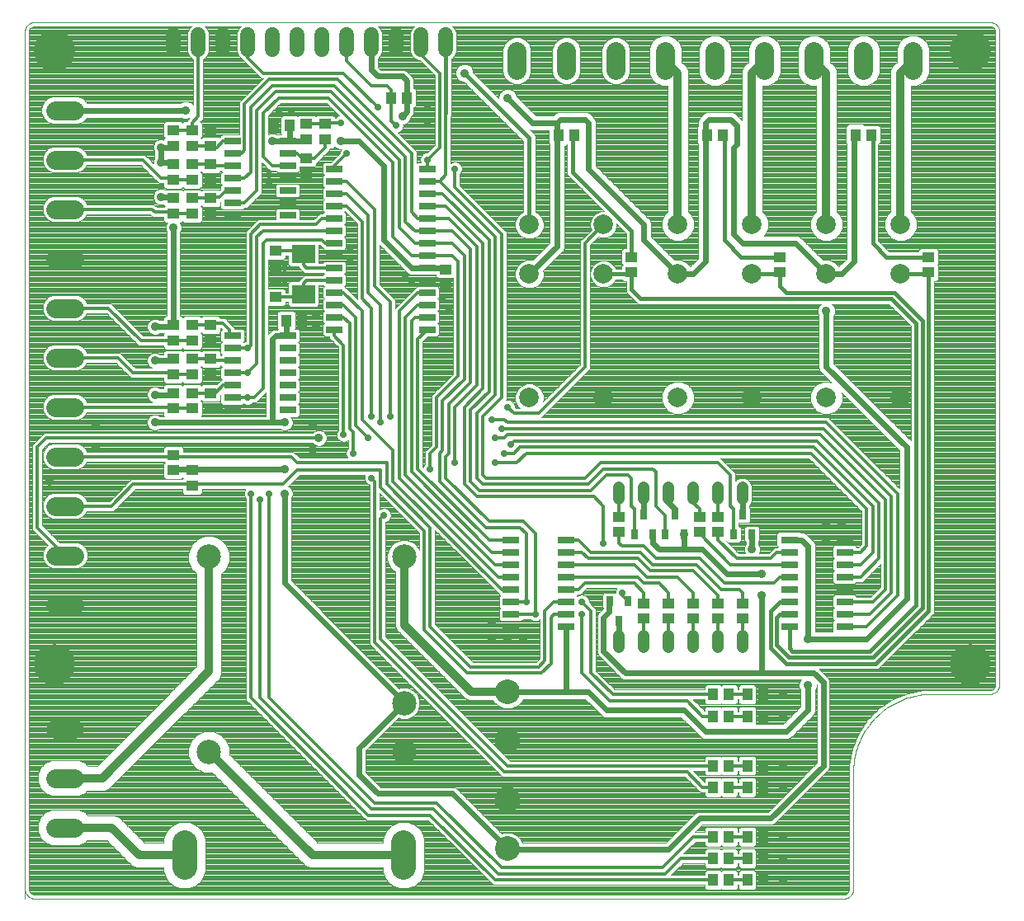
<source format=gtl>
G75*
%MOIN*%
%OFA0B0*%
%FSLAX25Y25*%
%IPPOS*%
%LPD*%
%AMOC8*
5,1,8,0,0,1.08239X$1,22.5*
%
%ADD10C,0.00000*%
%ADD11C,0.07874*%
%ADD12R,0.04331X0.05118*%
%ADD13R,0.05118X0.04331*%
%ADD14R,0.06890X0.02756*%
%ADD15C,0.07677*%
%ADD16C,0.05906*%
%ADD17C,0.09843*%
%ADD18C,0.10000*%
%ADD19C,0.04800*%
%ADD20R,0.03150X0.03937*%
%ADD21R,0.06693X0.02559*%
%ADD22R,0.09449X0.07480*%
%ADD23C,0.10000*%
%ADD24OC8,0.10000*%
%ADD25C,0.00394*%
%ADD26C,0.16598*%
%ADD27C,0.02775*%
%ADD28C,0.03562*%
%ADD29C,0.02400*%
%ADD30C,0.03200*%
%ADD31C,0.01200*%
%ADD32C,0.01600*%
D10*
X0001197Y0009833D02*
X0001197Y0285424D01*
D11*
X0204947Y0282333D03*
X0204947Y0262333D03*
X0234947Y0262333D03*
X0234947Y0282333D03*
X0264947Y0282333D03*
X0264947Y0262333D03*
X0294947Y0262333D03*
X0294947Y0282333D03*
X0324947Y0282333D03*
X0324947Y0262333D03*
X0354947Y0262333D03*
X0354947Y0282333D03*
X0354947Y0212333D03*
X0324947Y0212333D03*
X0294947Y0212333D03*
X0264947Y0212333D03*
X0234947Y0212333D03*
X0204947Y0212333D03*
D12*
X0113096Y0243583D03*
X0106797Y0243583D03*
X0108096Y0322333D03*
X0101797Y0322333D03*
X0149297Y0333583D03*
X0155596Y0333583D03*
X0216797Y0318583D03*
X0223096Y0318583D03*
X0276797Y0318583D03*
X0283096Y0318583D03*
X0336797Y0318583D03*
X0343096Y0318583D03*
X0299346Y0092333D03*
X0293047Y0092333D03*
X0285596Y0092333D03*
X0279297Y0092333D03*
X0279297Y0083583D03*
X0285596Y0083583D03*
X0293047Y0083583D03*
X0299346Y0083583D03*
X0299346Y0063583D03*
X0293047Y0063583D03*
X0285596Y0063583D03*
X0279297Y0063583D03*
X0279297Y0054833D03*
X0285596Y0054833D03*
X0293047Y0054833D03*
X0299346Y0054833D03*
X0299346Y0034833D03*
X0293047Y0034833D03*
X0285596Y0034833D03*
X0279297Y0034833D03*
X0279297Y0026083D03*
X0285596Y0026083D03*
X0293047Y0026083D03*
X0299346Y0026083D03*
X0299346Y0017333D03*
X0293047Y0017333D03*
X0285596Y0017333D03*
X0279297Y0017333D03*
D13*
X0281197Y0122934D03*
X0281197Y0129233D03*
X0271197Y0129233D03*
X0271197Y0122934D03*
X0261197Y0122934D03*
X0261197Y0129233D03*
X0251197Y0129233D03*
X0251197Y0122934D03*
X0241197Y0157934D03*
X0241197Y0164233D03*
X0273697Y0164233D03*
X0281197Y0164233D03*
X0281197Y0157934D03*
X0273697Y0157934D03*
X0291197Y0129233D03*
X0291197Y0122934D03*
X0171197Y0257934D03*
X0171197Y0264233D03*
X0114947Y0302934D03*
X0114947Y0309233D03*
X0114947Y0316684D03*
X0122447Y0316684D03*
X0122447Y0322983D03*
X0114947Y0322983D03*
X0076197Y0320483D03*
X0076197Y0314184D03*
X0076197Y0306733D03*
X0076197Y0300434D03*
X0076197Y0292983D03*
X0076197Y0286684D03*
X0068697Y0286684D03*
X0068697Y0292983D03*
X0068697Y0300434D03*
X0068697Y0306733D03*
X0068697Y0314184D03*
X0068697Y0320483D03*
X0061197Y0320483D03*
X0061197Y0314184D03*
X0061197Y0306733D03*
X0061197Y0300434D03*
X0061197Y0292983D03*
X0061197Y0286684D03*
X0102447Y0271733D03*
X0102447Y0265434D03*
X0102447Y0259233D03*
X0102447Y0252934D03*
X0076197Y0241733D03*
X0076197Y0235434D03*
X0076197Y0227983D03*
X0076197Y0221684D03*
X0076197Y0214233D03*
X0076197Y0207934D03*
X0068697Y0207934D03*
X0068697Y0214233D03*
X0068697Y0221684D03*
X0068697Y0227983D03*
X0068697Y0235434D03*
X0068697Y0241733D03*
X0061197Y0241733D03*
X0061197Y0235434D03*
X0061197Y0227983D03*
X0061197Y0221684D03*
X0061197Y0214233D03*
X0061197Y0207934D03*
X0061197Y0189233D03*
X0061197Y0182934D03*
X0068697Y0182983D03*
X0068697Y0176684D03*
X0246197Y0262934D03*
X0246197Y0269233D03*
X0306197Y0269233D03*
X0306197Y0262934D03*
X0366197Y0262934D03*
X0366197Y0269233D03*
D14*
X0332319Y0154833D03*
X0332319Y0149833D03*
X0332319Y0144833D03*
X0332319Y0139833D03*
X0332319Y0134833D03*
X0332319Y0129833D03*
X0332319Y0124833D03*
X0332319Y0119833D03*
X0310075Y0119833D03*
X0310075Y0124833D03*
X0310075Y0129833D03*
X0310075Y0134833D03*
X0310075Y0139833D03*
X0310075Y0144833D03*
X0310075Y0149833D03*
X0310075Y0154833D03*
X0219819Y0154833D03*
X0219819Y0149833D03*
X0219819Y0144833D03*
X0219819Y0139833D03*
X0219819Y0134833D03*
X0219819Y0129833D03*
X0219819Y0124833D03*
X0219819Y0119833D03*
X0197575Y0119833D03*
X0197575Y0124833D03*
X0197575Y0129833D03*
X0197575Y0134833D03*
X0197575Y0139833D03*
X0197575Y0144833D03*
X0197575Y0149833D03*
X0197575Y0154833D03*
X0107319Y0207333D03*
X0107319Y0212333D03*
X0107319Y0217333D03*
X0107319Y0222333D03*
X0107319Y0227333D03*
X0107319Y0232333D03*
X0107319Y0237333D03*
X0085075Y0237333D03*
X0085075Y0232333D03*
X0085075Y0227333D03*
X0085075Y0222333D03*
X0085075Y0217333D03*
X0085075Y0212333D03*
X0085075Y0207333D03*
X0085075Y0286083D03*
X0085075Y0291083D03*
X0085075Y0296083D03*
X0085075Y0301083D03*
X0085075Y0306083D03*
X0085075Y0311083D03*
X0085075Y0316083D03*
X0107319Y0316083D03*
X0107319Y0311083D03*
X0107319Y0306083D03*
X0107319Y0301083D03*
X0107319Y0296083D03*
X0107319Y0291083D03*
X0107319Y0286083D03*
D15*
X0021285Y0288583D02*
X0013608Y0288583D01*
X0013608Y0308583D02*
X0021285Y0308583D01*
X0021285Y0328583D02*
X0013608Y0328583D01*
X0013608Y0268583D02*
X0021285Y0268583D01*
X0021285Y0248583D02*
X0013608Y0248583D01*
X0013608Y0228583D02*
X0021285Y0228583D01*
X0021285Y0208583D02*
X0013608Y0208583D01*
X0013608Y0188583D02*
X0021285Y0188583D01*
X0021285Y0168583D02*
X0013608Y0168583D01*
X0013608Y0148583D02*
X0021285Y0148583D01*
X0021285Y0128583D02*
X0013608Y0128583D01*
X0013608Y0078583D02*
X0021285Y0078583D01*
X0021285Y0058583D02*
X0013608Y0058583D01*
X0013608Y0038583D02*
X0021285Y0038583D01*
X0199947Y0344745D02*
X0199947Y0352422D01*
X0219947Y0352422D02*
X0219947Y0344745D01*
X0239947Y0344745D02*
X0239947Y0352422D01*
X0259947Y0352422D02*
X0259947Y0344745D01*
X0279947Y0344745D02*
X0279947Y0352422D01*
X0299947Y0352422D02*
X0299947Y0344745D01*
X0319947Y0344745D02*
X0319947Y0352422D01*
X0339947Y0352422D02*
X0339947Y0344745D01*
X0359947Y0344745D02*
X0359947Y0352422D01*
D16*
X0171197Y0353131D02*
X0171197Y0359036D01*
X0161197Y0359036D02*
X0161197Y0353131D01*
X0151197Y0353131D02*
X0151197Y0359036D01*
X0141197Y0359036D02*
X0141197Y0353131D01*
X0131197Y0353131D02*
X0131197Y0359036D01*
X0121197Y0359036D02*
X0121197Y0353131D01*
X0111197Y0353131D02*
X0111197Y0359036D01*
X0101197Y0359036D02*
X0101197Y0353131D01*
X0091197Y0353131D02*
X0091197Y0359036D01*
X0081197Y0359036D02*
X0081197Y0353131D01*
X0071197Y0353131D02*
X0071197Y0359036D01*
X0061197Y0359036D02*
X0061197Y0353131D01*
D17*
X0075577Y0147953D03*
X0154317Y0147953D03*
X0154317Y0088898D03*
X0154317Y0069213D03*
X0075577Y0069213D03*
D18*
X0065647Y0032333D02*
X0065647Y0022333D01*
X0154247Y0022333D02*
X0154247Y0032333D01*
D19*
X0241039Y0111292D02*
X0241039Y0116092D01*
X0251039Y0116092D02*
X0251039Y0111292D01*
X0261039Y0111292D02*
X0261039Y0116092D01*
X0271039Y0116092D02*
X0271039Y0111292D01*
X0281039Y0111292D02*
X0281039Y0116092D01*
X0291039Y0116092D02*
X0291039Y0111292D01*
X0291039Y0171292D02*
X0291039Y0176092D01*
X0281039Y0176092D02*
X0281039Y0171292D01*
X0271039Y0171292D02*
X0271039Y0176092D01*
X0261039Y0176092D02*
X0261039Y0171292D01*
X0251039Y0171292D02*
X0251039Y0176092D01*
X0241039Y0176092D02*
X0241039Y0171292D01*
D20*
X0251197Y0165020D03*
X0254937Y0157146D03*
X0259957Y0157146D03*
X0267437Y0157146D03*
X0263697Y0165020D03*
X0247457Y0157146D03*
X0244937Y0130020D03*
X0237457Y0130020D03*
X0241197Y0122146D03*
X0287457Y0157146D03*
X0294937Y0157146D03*
X0291197Y0165020D03*
D21*
X0163766Y0239833D03*
X0163766Y0244833D03*
X0163766Y0249833D03*
X0163766Y0254833D03*
X0163766Y0259833D03*
X0163766Y0264833D03*
X0163766Y0269833D03*
X0163766Y0274833D03*
X0163766Y0279833D03*
X0163766Y0284833D03*
X0163766Y0289833D03*
X0163766Y0294833D03*
X0163766Y0299833D03*
X0163766Y0304833D03*
X0126128Y0304833D03*
X0126128Y0299833D03*
X0126128Y0294833D03*
X0126128Y0289833D03*
X0126128Y0284833D03*
X0126128Y0279833D03*
X0126128Y0274833D03*
X0126128Y0269833D03*
X0126128Y0264833D03*
X0126128Y0259833D03*
X0126128Y0254833D03*
X0126128Y0249833D03*
X0126128Y0244833D03*
X0126128Y0239833D03*
D22*
X0113697Y0254262D03*
X0113697Y0270404D03*
D23*
X0196197Y0093426D03*
X0196197Y0029991D03*
D24*
X0196197Y0049676D03*
X0196197Y0073741D03*
D25*
X0192370Y0070234D02*
X0321100Y0070234D01*
X0321100Y0070626D02*
X0191978Y0070626D01*
X0191586Y0071018D02*
X0321100Y0071018D01*
X0321100Y0071411D02*
X0191194Y0071411D01*
X0190801Y0071803D02*
X0321100Y0071803D01*
X0321100Y0072195D02*
X0190409Y0072195D01*
X0190017Y0072587D02*
X0321100Y0072587D01*
X0321100Y0072979D02*
X0189625Y0072979D01*
X0189232Y0073372D02*
X0321100Y0073372D01*
X0321100Y0073764D02*
X0188840Y0073764D01*
X0188448Y0074156D02*
X0321100Y0074156D01*
X0321100Y0074548D02*
X0309804Y0074548D01*
X0309293Y0074336D02*
X0310394Y0074793D01*
X0319144Y0083543D01*
X0319987Y0084386D01*
X0320444Y0085487D01*
X0320444Y0094020D01*
X0320480Y0094057D01*
X0321025Y0095372D01*
X0321025Y0096333D01*
X0321100Y0096258D01*
X0321100Y0064659D01*
X0301371Y0044930D01*
X0273180Y0044930D01*
X0272226Y0044535D01*
X0271495Y0043804D01*
X0260121Y0032430D01*
X0202110Y0032430D01*
X0201620Y0033614D01*
X0199820Y0035414D01*
X0197469Y0036388D01*
X0194924Y0036388D01*
X0193898Y0035962D01*
X0176056Y0053804D01*
X0176056Y0053804D01*
X0175325Y0054535D01*
X0174371Y0054930D01*
X0144772Y0054930D01*
X0138794Y0060909D01*
X0138794Y0069703D01*
X0152078Y0082987D01*
X0153060Y0082580D01*
X0155574Y0082580D01*
X0157896Y0083542D01*
X0159673Y0085319D01*
X0160635Y0087642D01*
X0160635Y0090155D01*
X0159673Y0092477D01*
X0157896Y0094255D01*
X0155574Y0095216D01*
X0153060Y0095216D01*
X0152301Y0094902D01*
X0108794Y0138409D01*
X0108794Y0171686D01*
X0108891Y0171783D01*
X0109375Y0172951D01*
X0109375Y0174215D01*
X0108891Y0175383D01*
X0107997Y0176277D01*
X0107550Y0176463D01*
X0112024Y0180937D01*
X0138640Y0180937D01*
X0138413Y0180387D01*
X0138413Y0179280D01*
X0138836Y0178256D01*
X0139620Y0177473D01*
X0140450Y0177129D01*
X0140450Y0112756D01*
X0141620Y0111586D01*
X0194120Y0059086D01*
X0267870Y0059086D01*
X0274120Y0052836D01*
X0275735Y0052836D01*
X0275735Y0051696D01*
X0276553Y0050877D01*
X0282041Y0050877D01*
X0282447Y0051283D01*
X0282852Y0050877D01*
X0288340Y0050877D01*
X0289159Y0051696D01*
X0289159Y0052836D01*
X0289485Y0052836D01*
X0289485Y0051696D01*
X0290303Y0050877D01*
X0295791Y0050877D01*
X0296609Y0051696D01*
X0296609Y0057971D01*
X0295791Y0058789D01*
X0290303Y0058789D01*
X0289485Y0057971D01*
X0289485Y0056830D01*
X0289159Y0056830D01*
X0289159Y0057971D01*
X0288340Y0058789D01*
X0282852Y0058789D01*
X0282447Y0058384D01*
X0282041Y0058789D01*
X0276553Y0058789D01*
X0275735Y0057971D01*
X0275735Y0056869D01*
X0271018Y0061586D01*
X0275735Y0061586D01*
X0275735Y0060446D01*
X0276553Y0059627D01*
X0282041Y0059627D01*
X0282447Y0060033D01*
X0282852Y0059627D01*
X0288340Y0059627D01*
X0289159Y0060446D01*
X0289159Y0061586D01*
X0289485Y0061586D01*
X0289485Y0060446D01*
X0290303Y0059627D01*
X0295791Y0059627D01*
X0296609Y0060446D01*
X0296609Y0066721D01*
X0295791Y0067539D01*
X0290303Y0067539D01*
X0289485Y0066721D01*
X0289485Y0065580D01*
X0289159Y0065580D01*
X0289159Y0066721D01*
X0288340Y0067539D01*
X0282852Y0067539D01*
X0282447Y0067134D01*
X0282041Y0067539D01*
X0276553Y0067539D01*
X0275735Y0066721D01*
X0275735Y0065580D01*
X0197024Y0065580D01*
X0146944Y0115660D01*
X0146944Y0162129D01*
X0147774Y0162473D01*
X0148557Y0163256D01*
X0148981Y0164280D01*
X0148981Y0165387D01*
X0148557Y0166410D01*
X0147774Y0167194D01*
X0146751Y0167618D01*
X0145643Y0167618D01*
X0144620Y0167194D01*
X0144444Y0167018D01*
X0144444Y0173763D01*
X0160450Y0157756D01*
X0160450Y0150702D01*
X0160012Y0151759D01*
X0158122Y0153649D01*
X0155653Y0154672D01*
X0152981Y0154672D01*
X0150511Y0153649D01*
X0148622Y0151759D01*
X0147599Y0149290D01*
X0147599Y0146617D01*
X0148622Y0144148D01*
X0150511Y0142258D01*
X0150920Y0142089D01*
X0150920Y0119788D01*
X0151437Y0118539D01*
X0152393Y0117584D01*
X0179430Y0090546D01*
X0180679Y0090029D01*
X0190247Y0090029D01*
X0190435Y0089576D01*
X0192347Y0087664D01*
X0194845Y0086629D01*
X0197549Y0086629D01*
X0200047Y0087664D01*
X0201959Y0089576D01*
X0202312Y0090429D01*
X0227613Y0090429D01*
X0233656Y0084386D01*
X0234499Y0083543D01*
X0235601Y0083086D01*
X0266205Y0083086D01*
X0273656Y0075636D01*
X0274499Y0074793D01*
X0275601Y0074336D01*
X0309293Y0074336D01*
X0310542Y0074941D02*
X0321100Y0074941D01*
X0321100Y0075333D02*
X0310934Y0075333D01*
X0311327Y0075725D02*
X0321100Y0075725D01*
X0321100Y0076117D02*
X0311719Y0076117D01*
X0312111Y0076509D02*
X0321100Y0076509D01*
X0321100Y0076902D02*
X0312503Y0076902D01*
X0312896Y0077294D02*
X0321100Y0077294D01*
X0321100Y0077686D02*
X0313288Y0077686D01*
X0313680Y0078078D02*
X0321100Y0078078D01*
X0321100Y0078470D02*
X0314072Y0078470D01*
X0314464Y0078863D02*
X0321100Y0078863D01*
X0321100Y0079255D02*
X0314857Y0079255D01*
X0315249Y0079647D02*
X0321100Y0079647D01*
X0321100Y0080039D02*
X0315641Y0080039D01*
X0316033Y0080432D02*
X0321100Y0080432D01*
X0321100Y0080824D02*
X0316425Y0080824D01*
X0316818Y0081216D02*
X0321100Y0081216D01*
X0321100Y0081608D02*
X0317210Y0081608D01*
X0317602Y0082000D02*
X0321100Y0082000D01*
X0321100Y0082393D02*
X0317994Y0082393D01*
X0318386Y0082785D02*
X0321100Y0082785D01*
X0321100Y0083177D02*
X0318779Y0083177D01*
X0319171Y0083569D02*
X0321100Y0083569D01*
X0321100Y0083961D02*
X0319563Y0083961D01*
X0319955Y0084354D02*
X0321100Y0084354D01*
X0321100Y0084746D02*
X0320137Y0084746D01*
X0320299Y0085138D02*
X0321100Y0085138D01*
X0321100Y0085530D02*
X0320444Y0085530D01*
X0320444Y0085922D02*
X0321100Y0085922D01*
X0321100Y0086315D02*
X0320444Y0086315D01*
X0320444Y0086707D02*
X0321100Y0086707D01*
X0321100Y0087099D02*
X0320444Y0087099D01*
X0320444Y0087491D02*
X0321100Y0087491D01*
X0321100Y0087884D02*
X0320444Y0087884D01*
X0320444Y0088276D02*
X0321100Y0088276D01*
X0321100Y0088668D02*
X0320444Y0088668D01*
X0320444Y0089060D02*
X0321100Y0089060D01*
X0321100Y0089452D02*
X0320444Y0089452D01*
X0320444Y0089845D02*
X0321100Y0089845D01*
X0321100Y0090237D02*
X0320444Y0090237D01*
X0320444Y0090629D02*
X0321100Y0090629D01*
X0321100Y0091021D02*
X0320444Y0091021D01*
X0320444Y0091413D02*
X0321100Y0091413D01*
X0321100Y0091806D02*
X0320444Y0091806D01*
X0320444Y0092198D02*
X0321100Y0092198D01*
X0321100Y0092590D02*
X0320444Y0092590D01*
X0320444Y0092982D02*
X0321100Y0092982D01*
X0321100Y0093375D02*
X0320444Y0093375D01*
X0320444Y0093767D02*
X0321100Y0093767D01*
X0321100Y0094159D02*
X0320522Y0094159D01*
X0320685Y0094551D02*
X0321100Y0094551D01*
X0321100Y0094943D02*
X0320847Y0094943D01*
X0321010Y0095336D02*
X0321100Y0095336D01*
X0321100Y0095728D02*
X0321025Y0095728D01*
X0321025Y0096120D02*
X0321100Y0096120D01*
X0326294Y0096120D02*
X0393272Y0096120D01*
X0393259Y0095990D02*
X0392909Y0095146D01*
X0392262Y0094499D01*
X0391418Y0094149D01*
X0390961Y0094104D01*
X0364080Y0094104D01*
X0357687Y0092833D01*
X0351665Y0090338D01*
X0351665Y0090338D01*
X0346245Y0086717D01*
X0341636Y0082108D01*
X0338015Y0076688D01*
X0335520Y0070666D01*
X0334249Y0064273D01*
X0334249Y0013770D01*
X0334204Y0013313D01*
X0333854Y0012468D01*
X0333207Y0011822D01*
X0332363Y0011472D01*
X0331905Y0011427D01*
X0005134Y0011427D01*
X0004677Y0011472D01*
X0003832Y0011822D01*
X0003185Y0012468D01*
X0002836Y0013313D01*
X0002791Y0013770D01*
X0002791Y0360227D01*
X0002836Y0360684D01*
X0003185Y0361529D01*
X0003832Y0362175D01*
X0004677Y0362525D01*
X0005134Y0362570D01*
X0068580Y0362570D01*
X0067509Y0361500D01*
X0066847Y0359901D01*
X0066847Y0352265D01*
X0067509Y0350667D01*
X0068733Y0349443D01*
X0069200Y0349250D01*
X0069200Y0330640D01*
X0068224Y0331617D01*
X0066909Y0332161D01*
X0065485Y0332161D01*
X0064170Y0331617D01*
X0064134Y0331580D01*
X0026144Y0331580D01*
X0026063Y0331776D01*
X0024478Y0333361D01*
X0022406Y0334219D01*
X0012487Y0334219D01*
X0010416Y0333361D01*
X0008831Y0331776D01*
X0007973Y0329704D01*
X0007973Y0327462D01*
X0008831Y0325391D01*
X0010416Y0323806D01*
X0012487Y0322948D01*
X0022406Y0322948D01*
X0024478Y0323806D01*
X0026063Y0325391D01*
X0026144Y0325586D01*
X0064134Y0325586D01*
X0064170Y0325550D01*
X0065485Y0325005D01*
X0066909Y0325005D01*
X0067568Y0325279D01*
X0066700Y0324410D01*
X0066700Y0324045D01*
X0065559Y0324045D01*
X0064947Y0323433D01*
X0064334Y0324045D01*
X0058059Y0324045D01*
X0057241Y0323227D01*
X0057241Y0317739D01*
X0057647Y0317333D01*
X0057241Y0316928D01*
X0057241Y0316591D01*
X0056829Y0316761D01*
X0055565Y0316761D01*
X0054397Y0316277D01*
X0053503Y0315383D01*
X0053019Y0314215D01*
X0053019Y0312951D01*
X0053503Y0311783D01*
X0053600Y0311686D01*
X0053600Y0309231D01*
X0053503Y0309133D01*
X0053019Y0307965D01*
X0053019Y0307085D01*
X0050694Y0309410D01*
X0049524Y0310580D01*
X0026125Y0310580D01*
X0025724Y0311549D01*
X0024251Y0313022D01*
X0022327Y0313819D01*
X0012567Y0313819D01*
X0010643Y0313022D01*
X0009170Y0311549D01*
X0008373Y0309625D01*
X0008373Y0307542D01*
X0009170Y0305618D01*
X0010643Y0304145D01*
X0012567Y0303348D01*
X0022327Y0303348D01*
X0024251Y0304145D01*
X0025724Y0305618D01*
X0026125Y0306586D01*
X0047870Y0306586D01*
X0054200Y0300256D01*
X0055370Y0299086D01*
X0057241Y0299086D01*
X0057241Y0297690D01*
X0058059Y0296872D01*
X0064334Y0296872D01*
X0064947Y0297484D01*
X0065559Y0296872D01*
X0071834Y0296872D01*
X0072653Y0297690D01*
X0072653Y0303178D01*
X0072247Y0303583D01*
X0072447Y0303783D01*
X0073059Y0303171D01*
X0079334Y0303171D01*
X0080153Y0303989D01*
X0080153Y0304086D01*
X0080273Y0304086D01*
X0080777Y0303583D01*
X0080233Y0303040D01*
X0080233Y0299127D01*
X0080777Y0298583D01*
X0080233Y0298040D01*
X0080233Y0296694D01*
X0079710Y0296170D01*
X0079334Y0296545D01*
X0073059Y0296545D01*
X0072447Y0295933D01*
X0071834Y0296545D01*
X0065559Y0296545D01*
X0064947Y0295933D01*
X0064334Y0296545D01*
X0058059Y0296545D01*
X0057852Y0296338D01*
X0056829Y0296761D01*
X0055565Y0296761D01*
X0054397Y0296277D01*
X0053503Y0295383D01*
X0053019Y0294215D01*
X0053019Y0292951D01*
X0053503Y0291783D01*
X0054397Y0290889D01*
X0055565Y0290405D01*
X0056829Y0290405D01*
X0057241Y0290576D01*
X0057241Y0290239D01*
X0057647Y0289833D01*
X0057241Y0289428D01*
X0057241Y0289330D01*
X0054524Y0289330D01*
X0054444Y0289410D01*
X0053274Y0290580D01*
X0026125Y0290580D01*
X0025724Y0291549D01*
X0024251Y0293022D01*
X0022327Y0293819D01*
X0012567Y0293819D01*
X0010643Y0293022D01*
X0009170Y0291549D01*
X0008373Y0289625D01*
X0008373Y0287542D01*
X0009170Y0285618D01*
X0010643Y0284145D01*
X0012567Y0283348D01*
X0022327Y0283348D01*
X0024251Y0284145D01*
X0025724Y0285618D01*
X0026125Y0286586D01*
X0051620Y0286586D01*
X0051700Y0286506D01*
X0052870Y0285336D01*
X0057241Y0285336D01*
X0057241Y0283940D01*
X0058059Y0283122D01*
X0058741Y0283122D01*
X0058503Y0282883D01*
X0058019Y0281715D01*
X0058019Y0280451D01*
X0058503Y0279283D01*
X0002791Y0279283D01*
X0002791Y0278891D02*
X0058600Y0278891D01*
X0058600Y0279186D02*
X0058600Y0245295D01*
X0058059Y0245295D01*
X0057241Y0244477D01*
X0057241Y0243680D01*
X0055594Y0243680D01*
X0055497Y0243777D01*
X0054329Y0244261D01*
X0053065Y0244261D01*
X0051897Y0243777D01*
X0051003Y0242883D01*
X0050519Y0241715D01*
X0050519Y0240451D01*
X0051003Y0239283D01*
X0051897Y0238389D01*
X0053065Y0237905D01*
X0054329Y0237905D01*
X0055497Y0238389D01*
X0055594Y0238486D01*
X0057550Y0238486D01*
X0057241Y0238178D01*
X0057241Y0237431D01*
X0048924Y0237431D01*
X0036944Y0249410D01*
X0035774Y0250580D01*
X0026125Y0250580D01*
X0025724Y0251549D01*
X0024251Y0253022D01*
X0022327Y0253819D01*
X0012567Y0253819D01*
X0010643Y0253022D01*
X0009170Y0251549D01*
X0008373Y0249625D01*
X0008373Y0247542D01*
X0009170Y0245618D01*
X0010643Y0244145D01*
X0012567Y0243348D01*
X0022327Y0243348D01*
X0024251Y0244145D01*
X0025724Y0245618D01*
X0026125Y0246586D01*
X0034120Y0246586D01*
X0047269Y0233437D01*
X0057241Y0233437D01*
X0057241Y0232690D01*
X0058059Y0231872D01*
X0064334Y0231872D01*
X0064947Y0232484D01*
X0065559Y0231872D01*
X0071834Y0231872D01*
X0072653Y0232690D01*
X0072653Y0238178D01*
X0072247Y0238583D01*
X0072447Y0238783D01*
X0073059Y0238171D01*
X0079334Y0238171D01*
X0080153Y0238989D01*
X0080153Y0240336D01*
X0080370Y0240336D01*
X0080825Y0239881D01*
X0080233Y0239290D01*
X0080233Y0235377D01*
X0080777Y0234833D01*
X0080233Y0234290D01*
X0080233Y0230377D01*
X0080777Y0229833D01*
X0080273Y0229330D01*
X0080153Y0229330D01*
X0080153Y0230727D01*
X0079334Y0231545D01*
X0073059Y0231545D01*
X0072447Y0230933D01*
X0071834Y0231545D01*
X0065559Y0231545D01*
X0064947Y0230933D01*
X0064334Y0231545D01*
X0058059Y0231545D01*
X0057241Y0230727D01*
X0057241Y0229930D01*
X0055594Y0229930D01*
X0055497Y0230027D01*
X0054329Y0230511D01*
X0053065Y0230511D01*
X0051897Y0230027D01*
X0051003Y0229133D01*
X0050519Y0227965D01*
X0050519Y0226701D01*
X0051003Y0225533D01*
X0051897Y0224639D01*
X0052643Y0224330D01*
X0045774Y0224330D01*
X0039524Y0230580D01*
X0026125Y0230580D01*
X0025724Y0231549D01*
X0024251Y0233022D01*
X0022327Y0233819D01*
X0012567Y0233819D01*
X0010643Y0233022D01*
X0009170Y0231549D01*
X0008373Y0229625D01*
X0008373Y0227542D01*
X0009170Y0225618D01*
X0010643Y0224145D01*
X0012567Y0223348D01*
X0022327Y0223348D01*
X0024251Y0224145D01*
X0025724Y0225618D01*
X0026125Y0226586D01*
X0037870Y0226586D01*
X0042950Y0221506D01*
X0044120Y0220336D01*
X0057241Y0220336D01*
X0057241Y0218940D01*
X0058059Y0218122D01*
X0064334Y0218122D01*
X0064947Y0218734D01*
X0065559Y0218122D01*
X0071834Y0218122D01*
X0072653Y0218940D01*
X0072653Y0224428D01*
X0072247Y0224833D01*
X0072447Y0225033D01*
X0073059Y0224421D01*
X0079334Y0224421D01*
X0080153Y0225239D01*
X0080153Y0225336D01*
X0080273Y0225336D01*
X0080777Y0224833D01*
X0080233Y0224290D01*
X0080233Y0220377D01*
X0080777Y0219833D01*
X0080233Y0219290D01*
X0080233Y0219194D01*
X0079200Y0218160D01*
X0078835Y0217795D01*
X0073059Y0217795D01*
X0072447Y0217183D01*
X0071834Y0217795D01*
X0065559Y0217795D01*
X0064947Y0217183D01*
X0064334Y0217795D01*
X0058059Y0217795D01*
X0057241Y0216977D01*
X0057241Y0216180D01*
X0055594Y0216180D01*
X0055497Y0216277D01*
X0054329Y0216761D01*
X0053065Y0216761D01*
X0051897Y0216277D01*
X0051003Y0215383D01*
X0050519Y0214215D01*
X0050519Y0212951D01*
X0051003Y0211783D01*
X0051897Y0210889D01*
X0052643Y0210580D01*
X0026125Y0210580D01*
X0025724Y0211549D01*
X0024251Y0213022D01*
X0022327Y0213819D01*
X0012567Y0213819D01*
X0010643Y0213022D01*
X0009170Y0211549D01*
X0008373Y0209625D01*
X0008373Y0207542D01*
X0009170Y0205618D01*
X0010643Y0204145D01*
X0012567Y0203348D01*
X0022327Y0203348D01*
X0024251Y0204145D01*
X0025724Y0205618D01*
X0026125Y0206586D01*
X0057241Y0206586D01*
X0057241Y0205190D01*
X0057501Y0204930D01*
X0055594Y0204930D01*
X0055497Y0205027D01*
X0054329Y0205511D01*
X0053065Y0205511D01*
X0051897Y0205027D01*
X0051003Y0204133D01*
X0050519Y0202965D01*
X0050519Y0201701D01*
X0051003Y0200533D01*
X0051897Y0199639D01*
X0053065Y0199155D01*
X0054329Y0199155D01*
X0055497Y0199639D01*
X0055594Y0199736D01*
X0104299Y0199736D01*
X0104397Y0199639D01*
X0105565Y0199155D01*
X0106829Y0199155D01*
X0107997Y0199639D01*
X0108891Y0200533D01*
X0109375Y0201701D01*
X0109375Y0202965D01*
X0108891Y0204133D01*
X0108466Y0204559D01*
X0111342Y0204559D01*
X0112161Y0205377D01*
X0112161Y0209290D01*
X0111617Y0209833D01*
X0112161Y0210377D01*
X0112161Y0214290D01*
X0111617Y0214833D01*
X0112161Y0215377D01*
X0112161Y0219290D01*
X0111617Y0219833D01*
X0112161Y0220377D01*
X0112161Y0224290D01*
X0111617Y0224833D01*
X0112161Y0225377D01*
X0112161Y0229290D01*
X0111617Y0229833D01*
X0112161Y0230377D01*
X0112161Y0234290D01*
X0111617Y0234833D01*
X0112161Y0235377D01*
X0112161Y0239290D01*
X0111342Y0240108D01*
X0110022Y0240108D01*
X0110359Y0240446D01*
X0110359Y0246721D01*
X0109541Y0247539D01*
X0104053Y0247539D01*
X0103235Y0246721D01*
X0103235Y0240446D01*
X0103573Y0240108D01*
X0103295Y0240108D01*
X0103117Y0239930D01*
X0101930Y0239930D01*
X0100976Y0239535D01*
X0099444Y0238003D01*
X0099444Y0249372D01*
X0105584Y0249372D01*
X0106403Y0250190D01*
X0106403Y0250937D01*
X0107576Y0250937D01*
X0107576Y0249944D01*
X0108394Y0249125D01*
X0119000Y0249125D01*
X0119818Y0249944D01*
X0119818Y0257836D01*
X0121523Y0257836D01*
X0122027Y0257333D01*
X0121385Y0256691D01*
X0121385Y0252975D01*
X0122027Y0252333D01*
X0121385Y0251691D01*
X0121385Y0247975D01*
X0122027Y0247333D01*
X0121385Y0246691D01*
X0121385Y0242975D01*
X0122027Y0242333D01*
X0121385Y0241691D01*
X0121385Y0237975D01*
X0122203Y0237157D01*
X0124131Y0237157D01*
X0124131Y0236575D01*
X0127950Y0232756D01*
X0127950Y0199274D01*
X0127586Y0198910D01*
X0127163Y0197887D01*
X0127163Y0196780D01*
X0127586Y0195756D01*
X0128370Y0194973D01*
X0129393Y0194549D01*
X0130501Y0194549D01*
X0131524Y0194973D01*
X0131700Y0195149D01*
X0131700Y0191774D01*
X0131336Y0191410D01*
X0130913Y0190387D01*
X0130913Y0189280D01*
X0131336Y0188256D01*
X0131513Y0188080D01*
X0112024Y0188080D01*
X0110694Y0189410D01*
X0109524Y0190580D01*
X0065153Y0190580D01*
X0065153Y0191977D01*
X0064334Y0192795D01*
X0058059Y0192795D01*
X0057241Y0191977D01*
X0057241Y0190580D01*
X0026125Y0190580D01*
X0025724Y0191549D01*
X0024251Y0193022D01*
X0022327Y0193819D01*
X0012567Y0193819D01*
X0010643Y0193022D01*
X0009170Y0191549D01*
X0008373Y0189625D01*
X0008373Y0187542D01*
X0009170Y0185618D01*
X0010643Y0184145D01*
X0012567Y0183348D01*
X0022327Y0183348D01*
X0024251Y0184145D01*
X0025724Y0185618D01*
X0026125Y0186586D01*
X0057241Y0186586D01*
X0057241Y0186489D01*
X0057647Y0186083D01*
X0057241Y0185678D01*
X0057241Y0180190D01*
X0058059Y0179372D01*
X0064334Y0179372D01*
X0064971Y0180008D01*
X0065147Y0179833D01*
X0064741Y0179428D01*
X0064741Y0179330D01*
X0044120Y0179330D01*
X0042950Y0178160D01*
X0035370Y0170580D01*
X0026125Y0170580D01*
X0025724Y0171549D01*
X0024251Y0173022D01*
X0022327Y0173819D01*
X0012567Y0173819D01*
X0010643Y0173022D01*
X0009170Y0171549D01*
X0008373Y0169625D01*
X0008373Y0167542D01*
X0009170Y0165618D01*
X0010643Y0164145D01*
X0012567Y0163348D01*
X0022327Y0163348D01*
X0024251Y0164145D01*
X0025724Y0165618D01*
X0026125Y0166586D01*
X0037024Y0166586D01*
X0045774Y0175336D01*
X0064741Y0175336D01*
X0064741Y0173940D01*
X0065559Y0173122D01*
X0071834Y0173122D01*
X0072653Y0173940D01*
X0072653Y0175336D01*
X0090262Y0175336D01*
X0090086Y0175160D01*
X0089663Y0174137D01*
X0089663Y0173030D01*
X0090086Y0172006D01*
X0090450Y0171643D01*
X0090450Y0090256D01*
X0091620Y0089086D01*
X0139120Y0041586D01*
X0164120Y0041586D01*
X0190370Y0015336D01*
X0275735Y0015336D01*
X0275735Y0014196D01*
X0276553Y0013377D01*
X0282041Y0013377D01*
X0282447Y0013783D01*
X0282852Y0013377D01*
X0288340Y0013377D01*
X0289159Y0014196D01*
X0289159Y0015336D01*
X0289485Y0015336D01*
X0289485Y0014196D01*
X0290303Y0013377D01*
X0295791Y0013377D01*
X0296609Y0014196D01*
X0296609Y0020471D01*
X0295791Y0021289D01*
X0290303Y0021289D01*
X0289485Y0020471D01*
X0289485Y0019330D01*
X0289159Y0019330D01*
X0289159Y0020471D01*
X0288340Y0021289D01*
X0282852Y0021289D01*
X0282447Y0020884D01*
X0282041Y0021289D01*
X0276553Y0021289D01*
X0275735Y0020471D01*
X0275735Y0019330D01*
X0262268Y0019330D01*
X0267024Y0024086D01*
X0275735Y0024086D01*
X0275735Y0022946D01*
X0276553Y0022127D01*
X0282041Y0022127D01*
X0282447Y0022533D01*
X0282852Y0022127D01*
X0288340Y0022127D01*
X0289159Y0022946D01*
X0289159Y0024086D01*
X0289485Y0024086D01*
X0289485Y0022946D01*
X0290303Y0022127D01*
X0295791Y0022127D01*
X0296609Y0022946D01*
X0296609Y0029221D01*
X0295791Y0030039D01*
X0290303Y0030039D01*
X0289485Y0029221D01*
X0289485Y0028080D01*
X0289159Y0028080D01*
X0289159Y0029221D01*
X0288340Y0030039D01*
X0282852Y0030039D01*
X0282447Y0029634D01*
X0282041Y0030039D01*
X0276553Y0030039D01*
X0275735Y0029221D01*
X0275735Y0028080D01*
X0267268Y0028080D01*
X0272024Y0032836D01*
X0275735Y0032836D01*
X0275735Y0031696D01*
X0276553Y0030877D01*
X0282041Y0030877D01*
X0282447Y0031283D01*
X0282852Y0030877D01*
X0288340Y0030877D01*
X0289159Y0031696D01*
X0289159Y0032836D01*
X0289485Y0032836D01*
X0289485Y0031696D01*
X0290303Y0030877D01*
X0295791Y0030877D01*
X0296609Y0031696D01*
X0296609Y0037971D01*
X0295791Y0038789D01*
X0290303Y0038789D01*
X0289485Y0037971D01*
X0289485Y0036830D01*
X0289159Y0036830D01*
X0289159Y0037971D01*
X0288340Y0038789D01*
X0282852Y0038789D01*
X0282447Y0038384D01*
X0282041Y0038789D01*
X0276553Y0038789D01*
X0275735Y0037971D01*
X0275735Y0036830D01*
X0271866Y0036830D01*
X0274772Y0039736D01*
X0302963Y0039736D01*
X0303918Y0040132D01*
X0325168Y0061382D01*
X0325898Y0062112D01*
X0326294Y0063067D01*
X0326294Y0097850D01*
X0325898Y0098804D01*
X0322148Y0102554D01*
X0322148Y0102554D01*
X0322066Y0102636D01*
X0345857Y0102636D01*
X0367107Y0123886D01*
X0368394Y0125173D01*
X0368394Y0259372D01*
X0369334Y0259372D01*
X0370153Y0260190D01*
X0370153Y0265678D01*
X0369747Y0266083D01*
X0370153Y0266489D01*
X0370153Y0271977D01*
X0369334Y0272795D01*
X0363059Y0272795D01*
X0362241Y0271977D01*
X0362241Y0271430D01*
X0350207Y0271430D01*
X0345894Y0275743D01*
X0345894Y0314681D01*
X0346659Y0315446D01*
X0346659Y0321721D01*
X0345840Y0322539D01*
X0340352Y0322539D01*
X0340230Y0322416D01*
X0339707Y0322939D01*
X0333888Y0322939D01*
X0332835Y0321887D01*
X0332835Y0315280D01*
X0333200Y0314915D01*
X0333200Y0268575D01*
X0329955Y0265330D01*
X0329912Y0265330D01*
X0329808Y0265581D01*
X0328195Y0267194D01*
X0326087Y0268067D01*
X0323806Y0268067D01*
X0323555Y0267963D01*
X0314987Y0276531D01*
X0314144Y0277374D01*
X0313043Y0277830D01*
X0299684Y0277830D01*
X0300486Y0278632D01*
X0301481Y0281034D01*
X0301481Y0283633D01*
X0300486Y0286034D01*
X0299144Y0287377D01*
X0299144Y0338309D01*
X0301227Y0338309D01*
X0303592Y0339289D01*
X0305403Y0341099D01*
X0306382Y0343465D01*
X0306382Y0353702D01*
X0305403Y0356067D01*
X0303592Y0357878D01*
X0301227Y0358857D01*
X0298667Y0358857D01*
X0296301Y0357878D01*
X0294491Y0356067D01*
X0293511Y0353702D01*
X0293511Y0348083D01*
X0291389Y0345961D01*
X0290750Y0344418D01*
X0290750Y0324518D01*
X0288737Y0326531D01*
X0287894Y0327374D01*
X0286793Y0327830D01*
X0276851Y0327830D01*
X0275749Y0327374D01*
X0274499Y0326124D01*
X0273656Y0325281D01*
X0273200Y0324179D01*
X0273200Y0322252D01*
X0272835Y0321887D01*
X0272835Y0315280D01*
X0273200Y0314915D01*
X0273200Y0268575D01*
X0269955Y0265330D01*
X0269912Y0265330D01*
X0269808Y0265581D01*
X0268195Y0267194D01*
X0266087Y0268067D01*
X0263806Y0268067D01*
X0263555Y0267963D01*
X0254194Y0277325D01*
X0254194Y0282929D01*
X0253737Y0284031D01*
X0231694Y0306075D01*
X0231694Y0324179D01*
X0231237Y0325281D01*
X0229144Y0327374D01*
X0228043Y0327830D01*
X0216851Y0327830D01*
X0215749Y0327374D01*
X0214955Y0326580D01*
X0207438Y0326580D01*
X0199775Y0334244D01*
X0199775Y0334295D01*
X0199230Y0335610D01*
X0198224Y0336617D01*
X0196909Y0337161D01*
X0195485Y0337161D01*
X0194170Y0336617D01*
X0193164Y0335610D01*
X0192619Y0334295D01*
X0192619Y0333334D01*
X0182275Y0343678D01*
X0182275Y0344295D01*
X0181730Y0345610D01*
X0180724Y0346617D01*
X0179409Y0347161D01*
X0177985Y0347161D01*
X0176670Y0346617D01*
X0175664Y0345610D01*
X0175119Y0344295D01*
X0175119Y0342872D01*
X0175664Y0341557D01*
X0176670Y0340550D01*
X0177985Y0340005D01*
X0178602Y0340005D01*
X0202350Y0316258D01*
X0202350Y0287464D01*
X0201699Y0287194D01*
X0200086Y0285581D01*
X0199213Y0283474D01*
X0199213Y0281193D01*
X0200086Y0279085D01*
X0201699Y0277472D01*
X0203806Y0276599D01*
X0206087Y0276599D01*
X0208195Y0277472D01*
X0209808Y0279085D01*
X0210681Y0281193D01*
X0210681Y0283474D01*
X0209808Y0285581D01*
X0208195Y0287194D01*
X0207544Y0287464D01*
X0207544Y0317850D01*
X0207148Y0318804D01*
X0206418Y0319535D01*
X0205200Y0320752D01*
X0205601Y0320586D01*
X0212835Y0320586D01*
X0212835Y0315280D01*
X0213200Y0314915D01*
X0213200Y0274825D01*
X0206338Y0267963D01*
X0206087Y0268067D01*
X0203806Y0268067D01*
X0201699Y0267194D01*
X0200086Y0265581D01*
X0199213Y0263474D01*
X0199213Y0261193D01*
X0200086Y0259085D01*
X0201699Y0257472D01*
X0203806Y0256599D01*
X0206087Y0256599D01*
X0208195Y0257472D01*
X0209808Y0259085D01*
X0210681Y0261193D01*
X0210681Y0263474D01*
X0210577Y0263725D01*
X0217894Y0271043D01*
X0218737Y0271886D01*
X0219194Y0272987D01*
X0219194Y0314227D01*
X0219707Y0314227D01*
X0220230Y0314750D01*
X0220250Y0314730D01*
X0220250Y0302673D01*
X0221537Y0301386D01*
X0235256Y0287667D01*
X0233886Y0287667D01*
X0231925Y0286855D01*
X0230425Y0285355D01*
X0229613Y0283394D01*
X0229613Y0281272D01*
X0230037Y0280248D01*
X0225450Y0275660D01*
X0225450Y0225660D01*
X0210467Y0210678D01*
X0210681Y0211193D01*
X0210681Y0213474D01*
X0209808Y0215581D01*
X0208195Y0217194D01*
X0206087Y0218067D01*
X0203806Y0218067D01*
X0201699Y0217194D01*
X0200086Y0215581D01*
X0199213Y0213474D01*
X0199213Y0211193D01*
X0200086Y0209085D01*
X0201091Y0208080D01*
X0199524Y0208080D01*
X0198981Y0208623D01*
X0198981Y0209137D01*
X0198557Y0210160D01*
X0197774Y0210944D01*
X0196751Y0211368D01*
X0195643Y0211368D01*
X0195493Y0211305D01*
X0195694Y0211506D01*
X0195694Y0279410D01*
X0194524Y0280580D01*
X0176944Y0298160D01*
X0176944Y0302893D01*
X0177307Y0303256D01*
X0177731Y0304280D01*
X0177731Y0305387D01*
X0177307Y0306410D01*
X0176524Y0307194D01*
X0175501Y0307618D01*
X0174393Y0307618D01*
X0173370Y0307194D01*
X0173194Y0307018D01*
X0173194Y0326223D01*
X0173394Y0326423D01*
X0173394Y0349333D01*
X0173661Y0349443D01*
X0174884Y0350667D01*
X0175546Y0352265D01*
X0175546Y0359901D01*
X0174884Y0361500D01*
X0173814Y0362570D01*
X0390961Y0362570D01*
X0391418Y0362525D01*
X0392262Y0362175D01*
X0392909Y0361529D01*
X0393259Y0360684D01*
X0393304Y0360227D01*
X0393304Y0096447D01*
X0393259Y0095990D01*
X0393150Y0095728D02*
X0326294Y0095728D01*
X0326294Y0095336D02*
X0392988Y0095336D01*
X0392707Y0094943D02*
X0326294Y0094943D01*
X0326294Y0094551D02*
X0392315Y0094551D01*
X0391441Y0094159D02*
X0326294Y0094159D01*
X0326294Y0093767D02*
X0362383Y0093767D01*
X0360411Y0093375D02*
X0326294Y0093375D01*
X0326294Y0092982D02*
X0358439Y0092982D01*
X0357687Y0092833D02*
X0357687Y0092833D01*
X0357101Y0092590D02*
X0326294Y0092590D01*
X0326294Y0092198D02*
X0356154Y0092198D01*
X0355207Y0091806D02*
X0326294Y0091806D01*
X0326294Y0091413D02*
X0354261Y0091413D01*
X0353314Y0091021D02*
X0326294Y0091021D01*
X0326294Y0090629D02*
X0352367Y0090629D01*
X0351513Y0090237D02*
X0326294Y0090237D01*
X0326294Y0089845D02*
X0350926Y0089845D01*
X0350339Y0089452D02*
X0326294Y0089452D01*
X0326294Y0089060D02*
X0349752Y0089060D01*
X0349165Y0088668D02*
X0326294Y0088668D01*
X0326294Y0088276D02*
X0348578Y0088276D01*
X0347991Y0087884D02*
X0326294Y0087884D01*
X0326294Y0087491D02*
X0347404Y0087491D01*
X0346817Y0087099D02*
X0326294Y0087099D01*
X0326294Y0086707D02*
X0346235Y0086707D01*
X0346245Y0086717D02*
X0346245Y0086717D01*
X0345843Y0086315D02*
X0326294Y0086315D01*
X0326294Y0085922D02*
X0345451Y0085922D01*
X0345058Y0085530D02*
X0326294Y0085530D01*
X0326294Y0085138D02*
X0344666Y0085138D01*
X0344274Y0084746D02*
X0326294Y0084746D01*
X0326294Y0084354D02*
X0343882Y0084354D01*
X0343490Y0083961D02*
X0326294Y0083961D01*
X0326294Y0083569D02*
X0343097Y0083569D01*
X0342705Y0083177D02*
X0326294Y0083177D01*
X0326294Y0082785D02*
X0342313Y0082785D01*
X0341921Y0082393D02*
X0326294Y0082393D01*
X0326294Y0082000D02*
X0341564Y0082000D01*
X0341636Y0082108D02*
X0341636Y0082108D01*
X0341636Y0082108D01*
X0341302Y0081608D02*
X0326294Y0081608D01*
X0326294Y0081216D02*
X0341040Y0081216D01*
X0340778Y0080824D02*
X0326294Y0080824D01*
X0326294Y0080432D02*
X0340516Y0080432D01*
X0340254Y0080039D02*
X0326294Y0080039D01*
X0326294Y0079647D02*
X0339992Y0079647D01*
X0339730Y0079255D02*
X0326294Y0079255D01*
X0326294Y0078863D02*
X0339468Y0078863D01*
X0339206Y0078470D02*
X0326294Y0078470D01*
X0326294Y0078078D02*
X0338944Y0078078D01*
X0338681Y0077686D02*
X0326294Y0077686D01*
X0326294Y0077294D02*
X0338419Y0077294D01*
X0338157Y0076902D02*
X0326294Y0076902D01*
X0326294Y0076509D02*
X0337941Y0076509D01*
X0338015Y0076688D02*
X0338015Y0076688D01*
X0337778Y0076117D02*
X0326294Y0076117D01*
X0326294Y0075725D02*
X0337616Y0075725D01*
X0337453Y0075333D02*
X0326294Y0075333D01*
X0326294Y0074941D02*
X0337291Y0074941D01*
X0337128Y0074548D02*
X0326294Y0074548D01*
X0326294Y0074156D02*
X0336966Y0074156D01*
X0336803Y0073764D02*
X0326294Y0073764D01*
X0326294Y0073372D02*
X0336641Y0073372D01*
X0336479Y0072979D02*
X0326294Y0072979D01*
X0326294Y0072587D02*
X0336316Y0072587D01*
X0336154Y0072195D02*
X0326294Y0072195D01*
X0326294Y0071803D02*
X0335991Y0071803D01*
X0335829Y0071411D02*
X0326294Y0071411D01*
X0326294Y0071018D02*
X0335666Y0071018D01*
X0335520Y0070666D02*
X0335520Y0070666D01*
X0335512Y0070626D02*
X0326294Y0070626D01*
X0326294Y0070234D02*
X0335434Y0070234D01*
X0335356Y0069842D02*
X0326294Y0069842D01*
X0326294Y0069450D02*
X0335278Y0069450D01*
X0335200Y0069057D02*
X0326294Y0069057D01*
X0326294Y0068665D02*
X0335122Y0068665D01*
X0335044Y0068273D02*
X0326294Y0068273D01*
X0326294Y0067881D02*
X0334966Y0067881D01*
X0334888Y0067489D02*
X0326294Y0067489D01*
X0326294Y0067096D02*
X0334810Y0067096D01*
X0334732Y0066704D02*
X0326294Y0066704D01*
X0326294Y0066312D02*
X0334654Y0066312D01*
X0334576Y0065920D02*
X0326294Y0065920D01*
X0326294Y0065527D02*
X0334498Y0065527D01*
X0334420Y0065135D02*
X0326294Y0065135D01*
X0326294Y0064743D02*
X0334342Y0064743D01*
X0334264Y0064351D02*
X0326294Y0064351D01*
X0326294Y0063959D02*
X0334249Y0063959D01*
X0334249Y0063566D02*
X0326294Y0063566D01*
X0326294Y0063174D02*
X0334249Y0063174D01*
X0334249Y0062782D02*
X0326176Y0062782D01*
X0326013Y0062390D02*
X0334249Y0062390D01*
X0334249Y0061998D02*
X0325784Y0061998D01*
X0325391Y0061605D02*
X0334249Y0061605D01*
X0334249Y0061213D02*
X0324999Y0061213D01*
X0324607Y0060821D02*
X0334249Y0060821D01*
X0334249Y0060429D02*
X0324215Y0060429D01*
X0323822Y0060036D02*
X0334249Y0060036D01*
X0334249Y0059644D02*
X0323430Y0059644D01*
X0323038Y0059252D02*
X0334249Y0059252D01*
X0334249Y0058860D02*
X0322646Y0058860D01*
X0322254Y0058468D02*
X0334249Y0058468D01*
X0334249Y0058075D02*
X0321861Y0058075D01*
X0321469Y0057683D02*
X0334249Y0057683D01*
X0334249Y0057291D02*
X0321077Y0057291D01*
X0320685Y0056899D02*
X0334249Y0056899D01*
X0334249Y0056507D02*
X0320293Y0056507D01*
X0319900Y0056114D02*
X0334249Y0056114D01*
X0334249Y0055722D02*
X0319508Y0055722D01*
X0319116Y0055330D02*
X0334249Y0055330D01*
X0334249Y0054938D02*
X0318724Y0054938D01*
X0318332Y0054546D02*
X0334249Y0054546D01*
X0334249Y0054153D02*
X0317939Y0054153D01*
X0317547Y0053761D02*
X0334249Y0053761D01*
X0334249Y0053369D02*
X0317155Y0053369D01*
X0316763Y0052977D02*
X0334249Y0052977D01*
X0334249Y0052584D02*
X0316370Y0052584D01*
X0315978Y0052192D02*
X0334249Y0052192D01*
X0334249Y0051800D02*
X0315586Y0051800D01*
X0315194Y0051408D02*
X0334249Y0051408D01*
X0334249Y0051016D02*
X0314802Y0051016D01*
X0314409Y0050623D02*
X0334249Y0050623D01*
X0334249Y0050231D02*
X0314017Y0050231D01*
X0313625Y0049839D02*
X0334249Y0049839D01*
X0334249Y0049447D02*
X0313233Y0049447D01*
X0312841Y0049055D02*
X0334249Y0049055D01*
X0334249Y0048662D02*
X0312448Y0048662D01*
X0312056Y0048270D02*
X0334249Y0048270D01*
X0334249Y0047878D02*
X0311664Y0047878D01*
X0311272Y0047486D02*
X0334249Y0047486D01*
X0334249Y0047093D02*
X0310879Y0047093D01*
X0310487Y0046701D02*
X0334249Y0046701D01*
X0334249Y0046309D02*
X0310095Y0046309D01*
X0309703Y0045917D02*
X0334249Y0045917D01*
X0334249Y0045525D02*
X0309311Y0045525D01*
X0308918Y0045132D02*
X0334249Y0045132D01*
X0334249Y0044740D02*
X0308526Y0044740D01*
X0308134Y0044348D02*
X0334249Y0044348D01*
X0334249Y0043956D02*
X0307742Y0043956D01*
X0307350Y0043564D02*
X0334249Y0043564D01*
X0334249Y0043171D02*
X0306957Y0043171D01*
X0306565Y0042779D02*
X0334249Y0042779D01*
X0334249Y0042387D02*
X0306173Y0042387D01*
X0305781Y0041995D02*
X0334249Y0041995D01*
X0334249Y0041603D02*
X0305389Y0041603D01*
X0304996Y0041210D02*
X0334249Y0041210D01*
X0334249Y0040818D02*
X0304604Y0040818D01*
X0304212Y0040426D02*
X0334249Y0040426D01*
X0334249Y0040034D02*
X0303681Y0040034D01*
X0301573Y0045132D02*
X0184728Y0045132D01*
X0185120Y0044740D02*
X0272722Y0044740D01*
X0272039Y0044348D02*
X0185512Y0044348D01*
X0185904Y0043956D02*
X0271647Y0043956D01*
X0271255Y0043564D02*
X0186297Y0043564D01*
X0186689Y0043171D02*
X0270862Y0043171D01*
X0270470Y0042779D02*
X0187081Y0042779D01*
X0187473Y0042387D02*
X0270078Y0042387D01*
X0269686Y0041995D02*
X0187865Y0041995D01*
X0188258Y0041603D02*
X0269294Y0041603D01*
X0268901Y0041210D02*
X0188650Y0041210D01*
X0189042Y0040818D02*
X0268509Y0040818D01*
X0268117Y0040426D02*
X0189434Y0040426D01*
X0189826Y0040034D02*
X0267725Y0040034D01*
X0267332Y0039641D02*
X0190219Y0039641D01*
X0190611Y0039249D02*
X0266940Y0039249D01*
X0266548Y0038857D02*
X0191003Y0038857D01*
X0191395Y0038465D02*
X0266156Y0038465D01*
X0265764Y0038073D02*
X0191788Y0038073D01*
X0192180Y0037680D02*
X0265371Y0037680D01*
X0264979Y0037288D02*
X0192572Y0037288D01*
X0192964Y0036896D02*
X0264587Y0036896D01*
X0264195Y0036504D02*
X0193356Y0036504D01*
X0193749Y0036112D02*
X0194258Y0036112D01*
X0198136Y0036112D02*
X0263803Y0036112D01*
X0263410Y0035719D02*
X0199083Y0035719D01*
X0199907Y0035327D02*
X0263018Y0035327D01*
X0262626Y0034935D02*
X0200299Y0034935D01*
X0200691Y0034543D02*
X0262234Y0034543D01*
X0261842Y0034150D02*
X0201084Y0034150D01*
X0201476Y0033758D02*
X0261449Y0033758D01*
X0261057Y0033366D02*
X0201723Y0033366D01*
X0201885Y0032974D02*
X0260665Y0032974D01*
X0260273Y0032582D02*
X0202048Y0032582D01*
X0187636Y0018070D02*
X0161570Y0018070D01*
X0161732Y0018462D02*
X0187244Y0018462D01*
X0186852Y0018854D02*
X0161894Y0018854D01*
X0162057Y0019246D02*
X0186460Y0019246D01*
X0186068Y0019639D02*
X0162219Y0019639D01*
X0162382Y0020031D02*
X0185675Y0020031D01*
X0185283Y0020423D02*
X0162544Y0020423D01*
X0162644Y0020663D02*
X0162644Y0034004D01*
X0161365Y0037090D01*
X0159003Y0039452D01*
X0155917Y0040730D01*
X0152577Y0040730D01*
X0149490Y0039452D01*
X0147128Y0037090D01*
X0145850Y0034004D01*
X0145850Y0032330D01*
X0119526Y0032330D01*
X0083895Y0067962D01*
X0083895Y0070868D01*
X0082629Y0073925D01*
X0080289Y0076265D01*
X0077231Y0077531D01*
X0073922Y0077531D01*
X0070865Y0076265D01*
X0068525Y0073925D01*
X0067259Y0070868D01*
X0067259Y0067559D01*
X0068525Y0064501D01*
X0070865Y0062161D01*
X0073922Y0060895D01*
X0076828Y0060895D01*
X0113221Y0024503D01*
X0114626Y0023097D01*
X0116463Y0022336D01*
X0145850Y0022336D01*
X0145850Y0020663D01*
X0147128Y0017577D01*
X0149490Y0015215D01*
X0152577Y0013936D01*
X0155917Y0013936D01*
X0159003Y0015215D01*
X0161365Y0017577D01*
X0162644Y0020663D01*
X0162644Y0020815D02*
X0184891Y0020815D01*
X0184499Y0021207D02*
X0162644Y0021207D01*
X0162644Y0021600D02*
X0184107Y0021600D01*
X0183714Y0021992D02*
X0162644Y0021992D01*
X0162644Y0022384D02*
X0183322Y0022384D01*
X0182930Y0022776D02*
X0162644Y0022776D01*
X0162644Y0023169D02*
X0182538Y0023169D01*
X0182145Y0023561D02*
X0162644Y0023561D01*
X0162644Y0023953D02*
X0181753Y0023953D01*
X0181361Y0024345D02*
X0162644Y0024345D01*
X0162644Y0024737D02*
X0180969Y0024737D01*
X0180577Y0025130D02*
X0162644Y0025130D01*
X0162644Y0025522D02*
X0180184Y0025522D01*
X0179792Y0025914D02*
X0162644Y0025914D01*
X0162644Y0026306D02*
X0179400Y0026306D01*
X0179008Y0026698D02*
X0162644Y0026698D01*
X0162644Y0027091D02*
X0178616Y0027091D01*
X0178223Y0027483D02*
X0162644Y0027483D01*
X0162644Y0027875D02*
X0177831Y0027875D01*
X0177439Y0028267D02*
X0162644Y0028267D01*
X0162644Y0028660D02*
X0177047Y0028660D01*
X0176654Y0029052D02*
X0162644Y0029052D01*
X0162644Y0029444D02*
X0176262Y0029444D01*
X0175870Y0029836D02*
X0162644Y0029836D01*
X0162644Y0030228D02*
X0175478Y0030228D01*
X0175086Y0030621D02*
X0162644Y0030621D01*
X0162644Y0031013D02*
X0174693Y0031013D01*
X0174301Y0031405D02*
X0162644Y0031405D01*
X0162644Y0031797D02*
X0173909Y0031797D01*
X0173517Y0032189D02*
X0162644Y0032189D01*
X0162644Y0032582D02*
X0173125Y0032582D01*
X0172732Y0032974D02*
X0162644Y0032974D01*
X0162644Y0033366D02*
X0172340Y0033366D01*
X0171948Y0033758D02*
X0162644Y0033758D01*
X0162583Y0034150D02*
X0171556Y0034150D01*
X0171164Y0034543D02*
X0162420Y0034543D01*
X0162258Y0034935D02*
X0170771Y0034935D01*
X0170379Y0035327D02*
X0162095Y0035327D01*
X0161933Y0035719D02*
X0169987Y0035719D01*
X0169595Y0036112D02*
X0161771Y0036112D01*
X0161608Y0036504D02*
X0169202Y0036504D01*
X0168810Y0036896D02*
X0161446Y0036896D01*
X0161167Y0037288D02*
X0168418Y0037288D01*
X0168026Y0037680D02*
X0160775Y0037680D01*
X0160382Y0038073D02*
X0167634Y0038073D01*
X0167241Y0038465D02*
X0159990Y0038465D01*
X0159598Y0038857D02*
X0166849Y0038857D01*
X0166457Y0039249D02*
X0159206Y0039249D01*
X0158545Y0039641D02*
X0166065Y0039641D01*
X0165673Y0040034D02*
X0157599Y0040034D01*
X0156652Y0040426D02*
X0165280Y0040426D01*
X0164888Y0040818D02*
X0111039Y0040818D01*
X0111431Y0040426D02*
X0151842Y0040426D01*
X0150895Y0040034D02*
X0111823Y0040034D01*
X0112215Y0039641D02*
X0149948Y0039641D01*
X0149288Y0039249D02*
X0112607Y0039249D01*
X0113000Y0038857D02*
X0148896Y0038857D01*
X0148503Y0038465D02*
X0113392Y0038465D01*
X0113784Y0038073D02*
X0148111Y0038073D01*
X0147719Y0037680D02*
X0114176Y0037680D01*
X0114568Y0037288D02*
X0147327Y0037288D01*
X0147048Y0036896D02*
X0114961Y0036896D01*
X0115353Y0036504D02*
X0146886Y0036504D01*
X0146723Y0036112D02*
X0115745Y0036112D01*
X0116137Y0035719D02*
X0146561Y0035719D01*
X0146398Y0035327D02*
X0116530Y0035327D01*
X0116922Y0034935D02*
X0146236Y0034935D01*
X0146073Y0034543D02*
X0117314Y0034543D01*
X0117706Y0034150D02*
X0145911Y0034150D01*
X0145850Y0033758D02*
X0118098Y0033758D01*
X0118491Y0033366D02*
X0145850Y0033366D01*
X0145850Y0032974D02*
X0118883Y0032974D01*
X0119275Y0032582D02*
X0145850Y0032582D01*
X0145850Y0021992D02*
X0074044Y0021992D01*
X0074044Y0022384D02*
X0116348Y0022384D01*
X0115401Y0022776D02*
X0074044Y0022776D01*
X0074044Y0023169D02*
X0114555Y0023169D01*
X0114163Y0023561D02*
X0074044Y0023561D01*
X0074044Y0023953D02*
X0113770Y0023953D01*
X0113378Y0024345D02*
X0074044Y0024345D01*
X0074044Y0024737D02*
X0112986Y0024737D01*
X0112594Y0025130D02*
X0074044Y0025130D01*
X0074044Y0025522D02*
X0112202Y0025522D01*
X0111809Y0025914D02*
X0074044Y0025914D01*
X0074044Y0026306D02*
X0111417Y0026306D01*
X0111025Y0026698D02*
X0074044Y0026698D01*
X0074044Y0027091D02*
X0110633Y0027091D01*
X0110241Y0027483D02*
X0074044Y0027483D01*
X0074044Y0027875D02*
X0109848Y0027875D01*
X0109456Y0028267D02*
X0074044Y0028267D01*
X0074044Y0028660D02*
X0109064Y0028660D01*
X0108672Y0029052D02*
X0074044Y0029052D01*
X0074044Y0029444D02*
X0108279Y0029444D01*
X0107887Y0029836D02*
X0074044Y0029836D01*
X0074044Y0030228D02*
X0107495Y0030228D01*
X0107103Y0030621D02*
X0074044Y0030621D01*
X0074044Y0031013D02*
X0106711Y0031013D01*
X0106318Y0031405D02*
X0074044Y0031405D01*
X0074044Y0031797D02*
X0105926Y0031797D01*
X0105534Y0032189D02*
X0074044Y0032189D01*
X0074044Y0032582D02*
X0105142Y0032582D01*
X0104750Y0032974D02*
X0074044Y0032974D01*
X0074044Y0033366D02*
X0104357Y0033366D01*
X0103965Y0033758D02*
X0074044Y0033758D01*
X0074044Y0034004D02*
X0072765Y0037090D01*
X0070403Y0039452D01*
X0067317Y0040730D01*
X0063977Y0040730D01*
X0060890Y0039452D01*
X0058528Y0037090D01*
X0057250Y0034004D01*
X0057250Y0032330D01*
X0049517Y0032330D01*
X0039027Y0042819D01*
X0037191Y0043580D01*
X0026521Y0043580D01*
X0025384Y0044717D01*
X0022725Y0045819D01*
X0012169Y0045819D01*
X0009510Y0044717D01*
X0007474Y0042682D01*
X0006373Y0040023D01*
X0006373Y0037144D01*
X0007474Y0034485D01*
X0009510Y0032449D01*
X0012169Y0031348D01*
X0022725Y0031348D01*
X0025384Y0032449D01*
X0026521Y0033586D01*
X0034127Y0033586D01*
X0043211Y0024503D01*
X0044616Y0023097D01*
X0046453Y0022336D01*
X0057250Y0022336D01*
X0057250Y0020663D01*
X0058528Y0017577D01*
X0060890Y0015215D01*
X0063977Y0013936D01*
X0067317Y0013936D01*
X0070403Y0015215D01*
X0072765Y0017577D01*
X0074044Y0020663D01*
X0074044Y0034004D01*
X0073983Y0034150D02*
X0103573Y0034150D01*
X0103181Y0034543D02*
X0073820Y0034543D01*
X0073658Y0034935D02*
X0102788Y0034935D01*
X0102396Y0035327D02*
X0073495Y0035327D01*
X0073333Y0035719D02*
X0102004Y0035719D01*
X0101612Y0036112D02*
X0073171Y0036112D01*
X0073008Y0036504D02*
X0101220Y0036504D01*
X0100827Y0036896D02*
X0072846Y0036896D01*
X0072567Y0037288D02*
X0100435Y0037288D01*
X0100043Y0037680D02*
X0072175Y0037680D01*
X0071782Y0038073D02*
X0099651Y0038073D01*
X0099259Y0038465D02*
X0071390Y0038465D01*
X0070998Y0038857D02*
X0098866Y0038857D01*
X0098474Y0039249D02*
X0070606Y0039249D01*
X0069945Y0039641D02*
X0098082Y0039641D01*
X0097690Y0040034D02*
X0068999Y0040034D01*
X0068052Y0040426D02*
X0097298Y0040426D01*
X0096905Y0040818D02*
X0041029Y0040818D01*
X0041421Y0040426D02*
X0063242Y0040426D01*
X0062295Y0040034D02*
X0041813Y0040034D01*
X0042205Y0039641D02*
X0061348Y0039641D01*
X0060688Y0039249D02*
X0042598Y0039249D01*
X0042990Y0038857D02*
X0060296Y0038857D01*
X0059903Y0038465D02*
X0043382Y0038465D01*
X0043774Y0038073D02*
X0059511Y0038073D01*
X0059119Y0037680D02*
X0044166Y0037680D01*
X0044559Y0037288D02*
X0058727Y0037288D01*
X0058448Y0036896D02*
X0044951Y0036896D01*
X0045343Y0036504D02*
X0058286Y0036504D01*
X0058123Y0036112D02*
X0045735Y0036112D01*
X0046127Y0035719D02*
X0057961Y0035719D01*
X0057798Y0035327D02*
X0046520Y0035327D01*
X0046912Y0034935D02*
X0057636Y0034935D01*
X0057473Y0034543D02*
X0047304Y0034543D01*
X0047696Y0034150D02*
X0057311Y0034150D01*
X0057250Y0033758D02*
X0048089Y0033758D01*
X0048481Y0033366D02*
X0057250Y0033366D01*
X0057250Y0032974D02*
X0048873Y0032974D01*
X0049265Y0032582D02*
X0057250Y0032582D01*
X0057250Y0021992D02*
X0002791Y0021992D01*
X0002791Y0022384D02*
X0046338Y0022384D01*
X0045391Y0022776D02*
X0002791Y0022776D01*
X0002791Y0023169D02*
X0044545Y0023169D01*
X0044153Y0023561D02*
X0002791Y0023561D01*
X0002791Y0023953D02*
X0043761Y0023953D01*
X0043368Y0024345D02*
X0002791Y0024345D01*
X0002791Y0024737D02*
X0042976Y0024737D01*
X0042584Y0025130D02*
X0002791Y0025130D01*
X0002791Y0025522D02*
X0042192Y0025522D01*
X0041800Y0025914D02*
X0002791Y0025914D01*
X0002791Y0026306D02*
X0041407Y0026306D01*
X0041015Y0026698D02*
X0002791Y0026698D01*
X0002791Y0027091D02*
X0040623Y0027091D01*
X0040231Y0027483D02*
X0002791Y0027483D01*
X0002791Y0027875D02*
X0039838Y0027875D01*
X0039446Y0028267D02*
X0002791Y0028267D01*
X0002791Y0028660D02*
X0039054Y0028660D01*
X0038662Y0029052D02*
X0002791Y0029052D01*
X0002791Y0029444D02*
X0038270Y0029444D01*
X0037877Y0029836D02*
X0002791Y0029836D01*
X0002791Y0030228D02*
X0037485Y0030228D01*
X0037093Y0030621D02*
X0002791Y0030621D01*
X0002791Y0031013D02*
X0036701Y0031013D01*
X0036309Y0031405D02*
X0022862Y0031405D01*
X0023809Y0031797D02*
X0035916Y0031797D01*
X0035524Y0032189D02*
X0024756Y0032189D01*
X0025516Y0032582D02*
X0035132Y0032582D01*
X0034740Y0032974D02*
X0025908Y0032974D01*
X0026301Y0033366D02*
X0034348Y0033366D01*
X0040636Y0041210D02*
X0096513Y0041210D01*
X0096121Y0041603D02*
X0040244Y0041603D01*
X0039852Y0041995D02*
X0095729Y0041995D01*
X0095336Y0042387D02*
X0039460Y0042387D01*
X0039068Y0042779D02*
X0094944Y0042779D01*
X0094552Y0043171D02*
X0038178Y0043171D01*
X0037231Y0043564D02*
X0094160Y0043564D01*
X0093768Y0043956D02*
X0026145Y0043956D01*
X0025753Y0044348D02*
X0093375Y0044348D01*
X0092983Y0044740D02*
X0025328Y0044740D01*
X0024382Y0045132D02*
X0092591Y0045132D01*
X0092199Y0045525D02*
X0023435Y0045525D01*
X0022725Y0051348D02*
X0025384Y0052449D01*
X0026521Y0053586D01*
X0033441Y0053586D01*
X0035277Y0054347D01*
X0078407Y0097477D01*
X0079813Y0098883D01*
X0080574Y0100719D01*
X0080574Y0141187D01*
X0082629Y0143242D01*
X0083895Y0146299D01*
X0083895Y0149608D01*
X0082629Y0152665D01*
X0080289Y0155005D01*
X0077231Y0156272D01*
X0073922Y0156272D01*
X0070865Y0155005D01*
X0068525Y0152665D01*
X0067259Y0149608D01*
X0067259Y0146299D01*
X0068525Y0143242D01*
X0070580Y0141187D01*
X0070580Y0103783D01*
X0030377Y0063580D01*
X0026521Y0063580D01*
X0025384Y0064717D01*
X0022725Y0065819D01*
X0012169Y0065819D01*
X0009510Y0064717D01*
X0007474Y0062682D01*
X0006373Y0060023D01*
X0006373Y0057144D01*
X0007474Y0054485D01*
X0009510Y0052449D01*
X0012169Y0051348D01*
X0022725Y0051348D01*
X0022869Y0051408D02*
X0086316Y0051408D01*
X0086708Y0051016D02*
X0002791Y0051016D01*
X0002791Y0051408D02*
X0012024Y0051408D01*
X0011077Y0051800D02*
X0002791Y0051800D01*
X0002791Y0052192D02*
X0010131Y0052192D01*
X0009375Y0052584D02*
X0002791Y0052584D01*
X0002791Y0052977D02*
X0008982Y0052977D01*
X0008590Y0053369D02*
X0002791Y0053369D01*
X0002791Y0053761D02*
X0008198Y0053761D01*
X0007806Y0054153D02*
X0002791Y0054153D01*
X0002791Y0054546D02*
X0007449Y0054546D01*
X0007287Y0054938D02*
X0002791Y0054938D01*
X0002791Y0055330D02*
X0007124Y0055330D01*
X0006962Y0055722D02*
X0002791Y0055722D01*
X0002791Y0056114D02*
X0006799Y0056114D01*
X0006637Y0056507D02*
X0002791Y0056507D01*
X0002791Y0056899D02*
X0006474Y0056899D01*
X0006373Y0057291D02*
X0002791Y0057291D01*
X0002791Y0057683D02*
X0006373Y0057683D01*
X0006373Y0058075D02*
X0002791Y0058075D01*
X0002791Y0058468D02*
X0006373Y0058468D01*
X0006373Y0058860D02*
X0002791Y0058860D01*
X0002791Y0059252D02*
X0006373Y0059252D01*
X0006373Y0059644D02*
X0002791Y0059644D01*
X0002791Y0060036D02*
X0006379Y0060036D01*
X0006541Y0060429D02*
X0002791Y0060429D01*
X0002791Y0060821D02*
X0006704Y0060821D01*
X0006866Y0061213D02*
X0002791Y0061213D01*
X0002791Y0061605D02*
X0007028Y0061605D01*
X0007191Y0061998D02*
X0002791Y0061998D01*
X0002791Y0062390D02*
X0007353Y0062390D01*
X0007574Y0062782D02*
X0002791Y0062782D01*
X0002791Y0063174D02*
X0007967Y0063174D01*
X0008359Y0063566D02*
X0002791Y0063566D01*
X0002791Y0063959D02*
X0008751Y0063959D01*
X0009143Y0064351D02*
X0002791Y0064351D01*
X0002791Y0064743D02*
X0009572Y0064743D01*
X0010519Y0065135D02*
X0002791Y0065135D01*
X0002791Y0065527D02*
X0011466Y0065527D01*
X0002791Y0065920D02*
X0032717Y0065920D01*
X0033109Y0066312D02*
X0002791Y0066312D01*
X0002791Y0066704D02*
X0033501Y0066704D01*
X0033893Y0067096D02*
X0002791Y0067096D01*
X0002791Y0067489D02*
X0034285Y0067489D01*
X0034678Y0067881D02*
X0002791Y0067881D01*
X0002791Y0068273D02*
X0035070Y0068273D01*
X0035462Y0068665D02*
X0002791Y0068665D01*
X0002791Y0069057D02*
X0035854Y0069057D01*
X0036246Y0069450D02*
X0002791Y0069450D01*
X0002791Y0069842D02*
X0036639Y0069842D01*
X0037031Y0070234D02*
X0002791Y0070234D01*
X0002791Y0070626D02*
X0037423Y0070626D01*
X0037815Y0071018D02*
X0002791Y0071018D01*
X0002791Y0071411D02*
X0038208Y0071411D01*
X0038600Y0071803D02*
X0002791Y0071803D01*
X0002791Y0072195D02*
X0038992Y0072195D01*
X0039384Y0072587D02*
X0002791Y0072587D01*
X0002791Y0072979D02*
X0039776Y0072979D01*
X0040169Y0073372D02*
X0002791Y0073372D01*
X0002791Y0073764D02*
X0040561Y0073764D01*
X0040953Y0074156D02*
X0002791Y0074156D01*
X0002791Y0074548D02*
X0041345Y0074548D01*
X0041737Y0074941D02*
X0002791Y0074941D01*
X0002791Y0075333D02*
X0042130Y0075333D01*
X0042522Y0075725D02*
X0002791Y0075725D01*
X0002791Y0076117D02*
X0042914Y0076117D01*
X0043306Y0076509D02*
X0002791Y0076509D01*
X0002791Y0076902D02*
X0043699Y0076902D01*
X0044091Y0077294D02*
X0002791Y0077294D01*
X0002791Y0077686D02*
X0044483Y0077686D01*
X0044875Y0078078D02*
X0002791Y0078078D01*
X0002791Y0078470D02*
X0045267Y0078470D01*
X0045660Y0078863D02*
X0002791Y0078863D01*
X0002791Y0079255D02*
X0046052Y0079255D01*
X0046444Y0079647D02*
X0002791Y0079647D01*
X0002791Y0080039D02*
X0046836Y0080039D01*
X0047228Y0080432D02*
X0002791Y0080432D01*
X0002791Y0080824D02*
X0047621Y0080824D01*
X0048013Y0081216D02*
X0002791Y0081216D01*
X0002791Y0081608D02*
X0048405Y0081608D01*
X0048797Y0082000D02*
X0002791Y0082000D01*
X0002791Y0082393D02*
X0049189Y0082393D01*
X0049582Y0082785D02*
X0002791Y0082785D01*
X0002791Y0083177D02*
X0049974Y0083177D01*
X0050366Y0083569D02*
X0002791Y0083569D01*
X0002791Y0083961D02*
X0050758Y0083961D01*
X0051151Y0084354D02*
X0002791Y0084354D01*
X0002791Y0084746D02*
X0051543Y0084746D01*
X0051935Y0085138D02*
X0002791Y0085138D01*
X0002791Y0085530D02*
X0052327Y0085530D01*
X0052719Y0085922D02*
X0002791Y0085922D01*
X0002791Y0086315D02*
X0053112Y0086315D01*
X0053504Y0086707D02*
X0002791Y0086707D01*
X0002791Y0087099D02*
X0053896Y0087099D01*
X0054288Y0087491D02*
X0002791Y0087491D01*
X0002791Y0087884D02*
X0054680Y0087884D01*
X0055073Y0088276D02*
X0002791Y0088276D01*
X0002791Y0088668D02*
X0055465Y0088668D01*
X0055857Y0089060D02*
X0002791Y0089060D01*
X0002791Y0089452D02*
X0056249Y0089452D01*
X0056642Y0089845D02*
X0002791Y0089845D01*
X0002791Y0090237D02*
X0057034Y0090237D01*
X0057426Y0090629D02*
X0002791Y0090629D01*
X0002791Y0091021D02*
X0057818Y0091021D01*
X0058210Y0091413D02*
X0002791Y0091413D01*
X0002791Y0091806D02*
X0058603Y0091806D01*
X0058995Y0092198D02*
X0002791Y0092198D01*
X0002791Y0092590D02*
X0059387Y0092590D01*
X0059779Y0092982D02*
X0002791Y0092982D01*
X0002791Y0093375D02*
X0060171Y0093375D01*
X0060564Y0093767D02*
X0002791Y0093767D01*
X0002791Y0094159D02*
X0060956Y0094159D01*
X0061348Y0094551D02*
X0002791Y0094551D01*
X0002791Y0094943D02*
X0061740Y0094943D01*
X0062132Y0095336D02*
X0002791Y0095336D01*
X0002791Y0095728D02*
X0062525Y0095728D01*
X0062917Y0096120D02*
X0002791Y0096120D01*
X0002791Y0096512D02*
X0063309Y0096512D01*
X0063701Y0096904D02*
X0002791Y0096904D01*
X0002791Y0097297D02*
X0064094Y0097297D01*
X0064486Y0097689D02*
X0002791Y0097689D01*
X0002791Y0098081D02*
X0064878Y0098081D01*
X0065270Y0098473D02*
X0002791Y0098473D01*
X0002791Y0098865D02*
X0065662Y0098865D01*
X0066055Y0099258D02*
X0002791Y0099258D01*
X0002791Y0099650D02*
X0066447Y0099650D01*
X0066839Y0100042D02*
X0002791Y0100042D01*
X0002791Y0100434D02*
X0067231Y0100434D01*
X0067623Y0100827D02*
X0002791Y0100827D01*
X0002791Y0101219D02*
X0068016Y0101219D01*
X0068408Y0101611D02*
X0002791Y0101611D01*
X0002791Y0102003D02*
X0068800Y0102003D01*
X0069192Y0102395D02*
X0002791Y0102395D01*
X0002791Y0102788D02*
X0069585Y0102788D01*
X0069977Y0103180D02*
X0002791Y0103180D01*
X0002791Y0103572D02*
X0070369Y0103572D01*
X0070580Y0103964D02*
X0002791Y0103964D01*
X0002791Y0104356D02*
X0070580Y0104356D01*
X0070580Y0104749D02*
X0002791Y0104749D01*
X0002791Y0105141D02*
X0070580Y0105141D01*
X0070580Y0105533D02*
X0002791Y0105533D01*
X0002791Y0105925D02*
X0070580Y0105925D01*
X0070580Y0106318D02*
X0002791Y0106318D01*
X0002791Y0106710D02*
X0070580Y0106710D01*
X0070580Y0107102D02*
X0002791Y0107102D01*
X0002791Y0107494D02*
X0070580Y0107494D01*
X0070580Y0107886D02*
X0002791Y0107886D01*
X0002791Y0108279D02*
X0070580Y0108279D01*
X0070580Y0108671D02*
X0002791Y0108671D01*
X0002791Y0109063D02*
X0070580Y0109063D01*
X0070580Y0109455D02*
X0002791Y0109455D01*
X0002791Y0109847D02*
X0070580Y0109847D01*
X0070580Y0110240D02*
X0002791Y0110240D01*
X0002791Y0110632D02*
X0070580Y0110632D01*
X0070580Y0111024D02*
X0002791Y0111024D01*
X0002791Y0111416D02*
X0070580Y0111416D01*
X0070580Y0111808D02*
X0002791Y0111808D01*
X0002791Y0112201D02*
X0070580Y0112201D01*
X0070580Y0112593D02*
X0002791Y0112593D01*
X0002791Y0112985D02*
X0070580Y0112985D01*
X0070580Y0113377D02*
X0002791Y0113377D01*
X0002791Y0113770D02*
X0070580Y0113770D01*
X0070580Y0114162D02*
X0002791Y0114162D01*
X0002791Y0114554D02*
X0070580Y0114554D01*
X0070580Y0114946D02*
X0002791Y0114946D01*
X0002791Y0115338D02*
X0070580Y0115338D01*
X0070580Y0115731D02*
X0002791Y0115731D01*
X0002791Y0116123D02*
X0070580Y0116123D01*
X0070580Y0116515D02*
X0002791Y0116515D01*
X0002791Y0116907D02*
X0070580Y0116907D01*
X0070580Y0117299D02*
X0002791Y0117299D01*
X0002791Y0117692D02*
X0070580Y0117692D01*
X0070580Y0118084D02*
X0002791Y0118084D01*
X0002791Y0118476D02*
X0070580Y0118476D01*
X0070580Y0118868D02*
X0002791Y0118868D01*
X0002791Y0119261D02*
X0070580Y0119261D01*
X0070580Y0119653D02*
X0002791Y0119653D01*
X0002791Y0120045D02*
X0070580Y0120045D01*
X0070580Y0120437D02*
X0002791Y0120437D01*
X0002791Y0120829D02*
X0070580Y0120829D01*
X0070580Y0121222D02*
X0002791Y0121222D01*
X0002791Y0121614D02*
X0070580Y0121614D01*
X0070580Y0122006D02*
X0002791Y0122006D01*
X0002791Y0122398D02*
X0070580Y0122398D01*
X0070580Y0122790D02*
X0002791Y0122790D01*
X0002791Y0123183D02*
X0070580Y0123183D01*
X0070580Y0123575D02*
X0002791Y0123575D01*
X0002791Y0123967D02*
X0070580Y0123967D01*
X0070580Y0124359D02*
X0002791Y0124359D01*
X0002791Y0124751D02*
X0070580Y0124751D01*
X0070580Y0125144D02*
X0002791Y0125144D01*
X0002791Y0125536D02*
X0070580Y0125536D01*
X0070580Y0125928D02*
X0002791Y0125928D01*
X0002791Y0126320D02*
X0070580Y0126320D01*
X0070580Y0126713D02*
X0002791Y0126713D01*
X0002791Y0127105D02*
X0070580Y0127105D01*
X0070580Y0127497D02*
X0002791Y0127497D01*
X0002791Y0127889D02*
X0070580Y0127889D01*
X0070580Y0128281D02*
X0002791Y0128281D01*
X0002791Y0128674D02*
X0070580Y0128674D01*
X0070580Y0129066D02*
X0002791Y0129066D01*
X0002791Y0129458D02*
X0070580Y0129458D01*
X0070580Y0129850D02*
X0002791Y0129850D01*
X0002791Y0130242D02*
X0070580Y0130242D01*
X0070580Y0130635D02*
X0002791Y0130635D01*
X0002791Y0131027D02*
X0070580Y0131027D01*
X0070580Y0131419D02*
X0002791Y0131419D01*
X0002791Y0131811D02*
X0070580Y0131811D01*
X0070580Y0132204D02*
X0002791Y0132204D01*
X0002791Y0132596D02*
X0070580Y0132596D01*
X0070580Y0132988D02*
X0002791Y0132988D01*
X0002791Y0133380D02*
X0070580Y0133380D01*
X0070580Y0133772D02*
X0002791Y0133772D01*
X0002791Y0134165D02*
X0070580Y0134165D01*
X0070580Y0134557D02*
X0002791Y0134557D01*
X0002791Y0134949D02*
X0070580Y0134949D01*
X0070580Y0135341D02*
X0002791Y0135341D01*
X0002791Y0135733D02*
X0070580Y0135733D01*
X0070580Y0136126D02*
X0002791Y0136126D01*
X0002791Y0136518D02*
X0070580Y0136518D01*
X0070580Y0136910D02*
X0002791Y0136910D01*
X0002791Y0137302D02*
X0070580Y0137302D01*
X0070580Y0137694D02*
X0002791Y0137694D01*
X0002791Y0138087D02*
X0070580Y0138087D01*
X0070580Y0138479D02*
X0002791Y0138479D01*
X0002791Y0138871D02*
X0070580Y0138871D01*
X0070580Y0139263D02*
X0002791Y0139263D01*
X0002791Y0139656D02*
X0070580Y0139656D01*
X0070580Y0140048D02*
X0002791Y0140048D01*
X0002791Y0140440D02*
X0070580Y0140440D01*
X0070580Y0140832D02*
X0002791Y0140832D01*
X0002791Y0141224D02*
X0070542Y0141224D01*
X0070150Y0141617D02*
X0002791Y0141617D01*
X0002791Y0142009D02*
X0069758Y0142009D01*
X0069366Y0142401D02*
X0002791Y0142401D01*
X0002791Y0142793D02*
X0068973Y0142793D01*
X0068581Y0143185D02*
X0002791Y0143185D01*
X0002791Y0143578D02*
X0012012Y0143578D01*
X0012567Y0143348D02*
X0010643Y0144145D01*
X0009170Y0145618D01*
X0008373Y0147542D01*
X0008373Y0149625D01*
X0009170Y0151549D01*
X0010414Y0152793D01*
X0005370Y0157836D01*
X0004200Y0159006D01*
X0004200Y0193160D01*
X0007950Y0196910D01*
X0009120Y0198080D01*
X0117449Y0198080D01*
X0118147Y0198777D01*
X0119315Y0199261D01*
X0120579Y0199261D01*
X0121747Y0198777D01*
X0122641Y0197883D01*
X0123125Y0196715D01*
X0123125Y0195451D01*
X0122641Y0194283D01*
X0121747Y0193389D01*
X0120579Y0192905D01*
X0119315Y0192905D01*
X0118147Y0193389D01*
X0117449Y0194086D01*
X0010774Y0194086D01*
X0008194Y0191506D01*
X0008194Y0160660D01*
X0015035Y0153819D01*
X0022327Y0153819D01*
X0024251Y0153022D01*
X0025724Y0151549D01*
X0026521Y0149625D01*
X0026521Y0147542D01*
X0025724Y0145618D01*
X0024251Y0144145D01*
X0022327Y0143348D01*
X0012567Y0143348D01*
X0011065Y0143970D02*
X0002791Y0143970D01*
X0002791Y0144362D02*
X0010425Y0144362D01*
X0010033Y0144754D02*
X0002791Y0144754D01*
X0002791Y0145147D02*
X0009641Y0145147D01*
X0009249Y0145539D02*
X0002791Y0145539D01*
X0002791Y0145931D02*
X0009040Y0145931D01*
X0008878Y0146323D02*
X0002791Y0146323D01*
X0002791Y0146715D02*
X0008715Y0146715D01*
X0008553Y0147108D02*
X0002791Y0147108D01*
X0002791Y0147500D02*
X0008390Y0147500D01*
X0008373Y0147892D02*
X0002791Y0147892D01*
X0002791Y0148284D02*
X0008373Y0148284D01*
X0008373Y0148676D02*
X0002791Y0148676D01*
X0002791Y0149069D02*
X0008373Y0149069D01*
X0008373Y0149461D02*
X0002791Y0149461D01*
X0002791Y0149853D02*
X0008467Y0149853D01*
X0008630Y0150245D02*
X0002791Y0150245D01*
X0002791Y0150637D02*
X0008792Y0150637D01*
X0008955Y0151030D02*
X0002791Y0151030D01*
X0002791Y0151422D02*
X0009117Y0151422D01*
X0009435Y0151814D02*
X0002791Y0151814D01*
X0002791Y0152206D02*
X0009827Y0152206D01*
X0010219Y0152599D02*
X0002791Y0152599D01*
X0002791Y0152991D02*
X0010215Y0152991D01*
X0009823Y0153383D02*
X0002791Y0153383D01*
X0002791Y0153775D02*
X0009431Y0153775D01*
X0009039Y0154167D02*
X0002791Y0154167D01*
X0002791Y0154560D02*
X0008647Y0154560D01*
X0008254Y0154952D02*
X0002791Y0154952D01*
X0002791Y0155344D02*
X0007862Y0155344D01*
X0007470Y0155736D02*
X0002791Y0155736D01*
X0002791Y0156128D02*
X0007078Y0156128D01*
X0006686Y0156521D02*
X0002791Y0156521D01*
X0002791Y0156913D02*
X0006293Y0156913D01*
X0005901Y0157305D02*
X0002791Y0157305D01*
X0002791Y0157697D02*
X0005509Y0157697D01*
X0005117Y0158090D02*
X0002791Y0158090D01*
X0002791Y0158482D02*
X0004724Y0158482D01*
X0004332Y0158874D02*
X0002791Y0158874D01*
X0002791Y0159266D02*
X0004200Y0159266D01*
X0004200Y0159658D02*
X0002791Y0159658D01*
X0002791Y0160051D02*
X0004200Y0160051D01*
X0004200Y0160443D02*
X0002791Y0160443D01*
X0002791Y0160835D02*
X0004200Y0160835D01*
X0004200Y0161227D02*
X0002791Y0161227D01*
X0002791Y0161619D02*
X0004200Y0161619D01*
X0004200Y0162012D02*
X0002791Y0162012D01*
X0002791Y0162404D02*
X0004200Y0162404D01*
X0004200Y0162796D02*
X0002791Y0162796D01*
X0002791Y0163188D02*
X0004200Y0163188D01*
X0004200Y0163580D02*
X0002791Y0163580D01*
X0002791Y0163973D02*
X0004200Y0163973D01*
X0004200Y0164365D02*
X0002791Y0164365D01*
X0002791Y0164757D02*
X0004200Y0164757D01*
X0004200Y0165149D02*
X0002791Y0165149D01*
X0002791Y0165542D02*
X0004200Y0165542D01*
X0004200Y0165934D02*
X0002791Y0165934D01*
X0002791Y0166326D02*
X0004200Y0166326D01*
X0004200Y0166718D02*
X0002791Y0166718D01*
X0002791Y0167110D02*
X0004200Y0167110D01*
X0004200Y0167503D02*
X0002791Y0167503D01*
X0002791Y0167895D02*
X0004200Y0167895D01*
X0004200Y0168287D02*
X0002791Y0168287D01*
X0002791Y0168679D02*
X0004200Y0168679D01*
X0004200Y0169071D02*
X0002791Y0169071D01*
X0002791Y0169464D02*
X0004200Y0169464D01*
X0004200Y0169856D02*
X0002791Y0169856D01*
X0002791Y0170248D02*
X0004200Y0170248D01*
X0004200Y0170640D02*
X0002791Y0170640D01*
X0002791Y0171033D02*
X0004200Y0171033D01*
X0004200Y0171425D02*
X0002791Y0171425D01*
X0002791Y0171817D02*
X0004200Y0171817D01*
X0004200Y0172209D02*
X0002791Y0172209D01*
X0002791Y0172601D02*
X0004200Y0172601D01*
X0004200Y0172994D02*
X0002791Y0172994D01*
X0002791Y0173386D02*
X0004200Y0173386D01*
X0004200Y0173778D02*
X0002791Y0173778D01*
X0002791Y0174170D02*
X0004200Y0174170D01*
X0004200Y0174562D02*
X0002791Y0174562D01*
X0002791Y0174955D02*
X0004200Y0174955D01*
X0004200Y0175347D02*
X0002791Y0175347D01*
X0002791Y0175739D02*
X0004200Y0175739D01*
X0004200Y0176131D02*
X0002791Y0176131D01*
X0002791Y0176523D02*
X0004200Y0176523D01*
X0004200Y0176916D02*
X0002791Y0176916D01*
X0002791Y0177308D02*
X0004200Y0177308D01*
X0004200Y0177700D02*
X0002791Y0177700D01*
X0002791Y0178092D02*
X0004200Y0178092D01*
X0004200Y0178485D02*
X0002791Y0178485D01*
X0002791Y0178877D02*
X0004200Y0178877D01*
X0004200Y0179269D02*
X0002791Y0179269D01*
X0002791Y0179661D02*
X0004200Y0179661D01*
X0004200Y0180053D02*
X0002791Y0180053D01*
X0002791Y0180446D02*
X0004200Y0180446D01*
X0004200Y0180838D02*
X0002791Y0180838D01*
X0002791Y0181230D02*
X0004200Y0181230D01*
X0004200Y0181622D02*
X0002791Y0181622D01*
X0002791Y0182014D02*
X0004200Y0182014D01*
X0004200Y0182407D02*
X0002791Y0182407D01*
X0002791Y0182799D02*
X0004200Y0182799D01*
X0004200Y0183191D02*
X0002791Y0183191D01*
X0002791Y0183583D02*
X0004200Y0183583D01*
X0004200Y0183976D02*
X0002791Y0183976D01*
X0002791Y0184368D02*
X0004200Y0184368D01*
X0004200Y0184760D02*
X0002791Y0184760D01*
X0002791Y0185152D02*
X0004200Y0185152D01*
X0004200Y0185544D02*
X0002791Y0185544D01*
X0002791Y0185937D02*
X0004200Y0185937D01*
X0004200Y0186329D02*
X0002791Y0186329D01*
X0002791Y0186721D02*
X0004200Y0186721D01*
X0004200Y0187113D02*
X0002791Y0187113D01*
X0002791Y0187505D02*
X0004200Y0187505D01*
X0004200Y0187898D02*
X0002791Y0187898D01*
X0002791Y0188290D02*
X0004200Y0188290D01*
X0004200Y0188682D02*
X0002791Y0188682D01*
X0002791Y0189074D02*
X0004200Y0189074D01*
X0004200Y0189466D02*
X0002791Y0189466D01*
X0002791Y0189859D02*
X0004200Y0189859D01*
X0004200Y0190251D02*
X0002791Y0190251D01*
X0002791Y0190643D02*
X0004200Y0190643D01*
X0004200Y0191035D02*
X0002791Y0191035D01*
X0002791Y0191428D02*
X0004200Y0191428D01*
X0004200Y0191820D02*
X0002791Y0191820D01*
X0002791Y0192212D02*
X0004200Y0192212D01*
X0004200Y0192604D02*
X0002791Y0192604D01*
X0002791Y0192996D02*
X0004200Y0192996D01*
X0004428Y0193389D02*
X0002791Y0193389D01*
X0002791Y0193781D02*
X0004820Y0193781D01*
X0005213Y0194173D02*
X0002791Y0194173D01*
X0002791Y0194565D02*
X0005605Y0194565D01*
X0005997Y0194957D02*
X0002791Y0194957D01*
X0002791Y0195350D02*
X0006389Y0195350D01*
X0006781Y0195742D02*
X0002791Y0195742D01*
X0002791Y0196134D02*
X0007174Y0196134D01*
X0007566Y0196526D02*
X0002791Y0196526D01*
X0002791Y0196919D02*
X0007958Y0196919D01*
X0008350Y0197311D02*
X0002791Y0197311D01*
X0002791Y0197703D02*
X0008742Y0197703D01*
X0010468Y0193781D02*
X0012475Y0193781D01*
X0011528Y0193389D02*
X0010076Y0193389D01*
X0009684Y0192996D02*
X0010617Y0192996D01*
X0010225Y0192604D02*
X0009292Y0192604D01*
X0008899Y0192212D02*
X0009833Y0192212D01*
X0009441Y0191820D02*
X0008507Y0191820D01*
X0008194Y0191428D02*
X0009120Y0191428D01*
X0008957Y0191035D02*
X0008194Y0191035D01*
X0008194Y0190643D02*
X0008795Y0190643D01*
X0008632Y0190251D02*
X0008194Y0190251D01*
X0008194Y0189859D02*
X0008470Y0189859D01*
X0008373Y0189466D02*
X0008194Y0189466D01*
X0008194Y0189074D02*
X0008373Y0189074D01*
X0008373Y0188682D02*
X0008194Y0188682D01*
X0008194Y0188290D02*
X0008373Y0188290D01*
X0008373Y0187898D02*
X0008194Y0187898D01*
X0008194Y0187505D02*
X0008388Y0187505D01*
X0008550Y0187113D02*
X0008194Y0187113D01*
X0008194Y0186721D02*
X0008713Y0186721D01*
X0008875Y0186329D02*
X0008194Y0186329D01*
X0008194Y0185937D02*
X0009038Y0185937D01*
X0009243Y0185544D02*
X0008194Y0185544D01*
X0008194Y0185152D02*
X0009635Y0185152D01*
X0010028Y0184760D02*
X0008194Y0184760D01*
X0008194Y0184368D02*
X0010420Y0184368D01*
X0011052Y0183976D02*
X0008194Y0183976D01*
X0008194Y0183583D02*
X0011999Y0183583D01*
X0008194Y0183191D02*
X0057241Y0183191D01*
X0057241Y0182799D02*
X0008194Y0182799D01*
X0008194Y0182407D02*
X0057241Y0182407D01*
X0057241Y0182014D02*
X0008194Y0182014D01*
X0008194Y0181622D02*
X0057241Y0181622D01*
X0057241Y0181230D02*
X0008194Y0181230D01*
X0008194Y0180838D02*
X0057241Y0180838D01*
X0057241Y0180446D02*
X0008194Y0180446D01*
X0008194Y0180053D02*
X0057377Y0180053D01*
X0057770Y0179661D02*
X0008194Y0179661D01*
X0008194Y0179269D02*
X0044059Y0179269D01*
X0043666Y0178877D02*
X0008194Y0178877D01*
X0008194Y0178485D02*
X0043274Y0178485D01*
X0042882Y0178092D02*
X0008194Y0178092D01*
X0008194Y0177700D02*
X0042490Y0177700D01*
X0042097Y0177308D02*
X0008194Y0177308D01*
X0008194Y0176916D02*
X0041705Y0176916D01*
X0041313Y0176523D02*
X0008194Y0176523D01*
X0008194Y0176131D02*
X0040921Y0176131D01*
X0040529Y0175739D02*
X0008194Y0175739D01*
X0008194Y0175347D02*
X0040136Y0175347D01*
X0039744Y0174955D02*
X0008194Y0174955D01*
X0008194Y0174562D02*
X0039352Y0174562D01*
X0038960Y0174170D02*
X0008194Y0174170D01*
X0008194Y0173778D02*
X0012468Y0173778D01*
X0011522Y0173386D02*
X0008194Y0173386D01*
X0008194Y0172994D02*
X0010614Y0172994D01*
X0010222Y0172601D02*
X0008194Y0172601D01*
X0008194Y0172209D02*
X0009830Y0172209D01*
X0009438Y0171817D02*
X0008194Y0171817D01*
X0008194Y0171425D02*
X0009118Y0171425D01*
X0008956Y0171033D02*
X0008194Y0171033D01*
X0008194Y0170640D02*
X0008794Y0170640D01*
X0008631Y0170248D02*
X0008194Y0170248D01*
X0008194Y0169856D02*
X0008469Y0169856D01*
X0008373Y0169464D02*
X0008194Y0169464D01*
X0008194Y0169071D02*
X0008373Y0169071D01*
X0008373Y0168679D02*
X0008194Y0168679D01*
X0008194Y0168287D02*
X0008373Y0168287D01*
X0008373Y0167895D02*
X0008194Y0167895D01*
X0008194Y0167503D02*
X0008389Y0167503D01*
X0008552Y0167110D02*
X0008194Y0167110D01*
X0008194Y0166718D02*
X0008714Y0166718D01*
X0008877Y0166326D02*
X0008194Y0166326D01*
X0008194Y0165934D02*
X0009039Y0165934D01*
X0009246Y0165542D02*
X0008194Y0165542D01*
X0008194Y0165149D02*
X0009638Y0165149D01*
X0010030Y0164757D02*
X0008194Y0164757D01*
X0008194Y0164365D02*
X0010423Y0164365D01*
X0011058Y0163973D02*
X0008194Y0163973D01*
X0008194Y0163580D02*
X0012005Y0163580D01*
X0008194Y0163188D02*
X0090450Y0163188D01*
X0090450Y0162796D02*
X0008194Y0162796D01*
X0008194Y0162404D02*
X0090450Y0162404D01*
X0090450Y0162012D02*
X0008194Y0162012D01*
X0008194Y0161619D02*
X0090450Y0161619D01*
X0090450Y0161227D02*
X0008194Y0161227D01*
X0008194Y0160835D02*
X0090450Y0160835D01*
X0090450Y0160443D02*
X0008411Y0160443D01*
X0008804Y0160051D02*
X0090450Y0160051D01*
X0090450Y0159658D02*
X0009196Y0159658D01*
X0009588Y0159266D02*
X0090450Y0159266D01*
X0090450Y0158874D02*
X0009980Y0158874D01*
X0010372Y0158482D02*
X0090450Y0158482D01*
X0090450Y0158090D02*
X0010765Y0158090D01*
X0011157Y0157697D02*
X0090450Y0157697D01*
X0090450Y0157305D02*
X0011549Y0157305D01*
X0011941Y0156913D02*
X0090450Y0156913D01*
X0090450Y0156521D02*
X0012333Y0156521D01*
X0012726Y0156128D02*
X0073577Y0156128D01*
X0072630Y0155736D02*
X0013118Y0155736D01*
X0013510Y0155344D02*
X0071683Y0155344D01*
X0070812Y0154952D02*
X0013902Y0154952D01*
X0014295Y0154560D02*
X0070419Y0154560D01*
X0070027Y0154167D02*
X0014687Y0154167D01*
X0022432Y0153775D02*
X0069635Y0153775D01*
X0069243Y0153383D02*
X0023379Y0153383D01*
X0024282Y0152991D02*
X0068851Y0152991D01*
X0068497Y0152599D02*
X0024674Y0152599D01*
X0025066Y0152206D02*
X0068335Y0152206D01*
X0068172Y0151814D02*
X0025459Y0151814D01*
X0025776Y0151422D02*
X0068010Y0151422D01*
X0067848Y0151030D02*
X0025939Y0151030D01*
X0026101Y0150637D02*
X0067685Y0150637D01*
X0067523Y0150245D02*
X0026264Y0150245D01*
X0026426Y0149853D02*
X0067360Y0149853D01*
X0067259Y0149461D02*
X0026521Y0149461D01*
X0026521Y0149069D02*
X0067259Y0149069D01*
X0067259Y0148676D02*
X0026521Y0148676D01*
X0026521Y0148284D02*
X0067259Y0148284D01*
X0067259Y0147892D02*
X0026521Y0147892D01*
X0026503Y0147500D02*
X0067259Y0147500D01*
X0067259Y0147108D02*
X0026341Y0147108D01*
X0026178Y0146715D02*
X0067259Y0146715D01*
X0067259Y0146323D02*
X0026016Y0146323D01*
X0025854Y0145931D02*
X0067411Y0145931D01*
X0067573Y0145539D02*
X0025645Y0145539D01*
X0025253Y0145147D02*
X0067736Y0145147D01*
X0067898Y0144754D02*
X0024860Y0144754D01*
X0024468Y0144362D02*
X0068061Y0144362D01*
X0068223Y0143970D02*
X0023828Y0143970D01*
X0022882Y0143578D02*
X0068386Y0143578D01*
X0080611Y0141224D02*
X0090450Y0141224D01*
X0090450Y0140832D02*
X0080574Y0140832D01*
X0080574Y0140440D02*
X0090450Y0140440D01*
X0090450Y0140048D02*
X0080574Y0140048D01*
X0080574Y0139656D02*
X0090450Y0139656D01*
X0090450Y0139263D02*
X0080574Y0139263D01*
X0080574Y0138871D02*
X0090450Y0138871D01*
X0090450Y0138479D02*
X0080574Y0138479D01*
X0080574Y0138087D02*
X0090450Y0138087D01*
X0090450Y0137694D02*
X0080574Y0137694D01*
X0080574Y0137302D02*
X0090450Y0137302D01*
X0090450Y0136910D02*
X0080574Y0136910D01*
X0080574Y0136518D02*
X0090450Y0136518D01*
X0090450Y0136126D02*
X0080574Y0136126D01*
X0080574Y0135733D02*
X0090450Y0135733D01*
X0090450Y0135341D02*
X0080574Y0135341D01*
X0080574Y0134949D02*
X0090450Y0134949D01*
X0090450Y0134557D02*
X0080574Y0134557D01*
X0080574Y0134165D02*
X0090450Y0134165D01*
X0090450Y0133772D02*
X0080574Y0133772D01*
X0080574Y0133380D02*
X0090450Y0133380D01*
X0090450Y0132988D02*
X0080574Y0132988D01*
X0080574Y0132596D02*
X0090450Y0132596D01*
X0090450Y0132204D02*
X0080574Y0132204D01*
X0080574Y0131811D02*
X0090450Y0131811D01*
X0090450Y0131419D02*
X0080574Y0131419D01*
X0080574Y0131027D02*
X0090450Y0131027D01*
X0090450Y0130635D02*
X0080574Y0130635D01*
X0080574Y0130242D02*
X0090450Y0130242D01*
X0090450Y0129850D02*
X0080574Y0129850D01*
X0080574Y0129458D02*
X0090450Y0129458D01*
X0090450Y0129066D02*
X0080574Y0129066D01*
X0080574Y0128674D02*
X0090450Y0128674D01*
X0090450Y0128281D02*
X0080574Y0128281D01*
X0080574Y0127889D02*
X0090450Y0127889D01*
X0090450Y0127497D02*
X0080574Y0127497D01*
X0080574Y0127105D02*
X0090450Y0127105D01*
X0090450Y0126713D02*
X0080574Y0126713D01*
X0080574Y0126320D02*
X0090450Y0126320D01*
X0090450Y0125928D02*
X0080574Y0125928D01*
X0080574Y0125536D02*
X0090450Y0125536D01*
X0090450Y0125144D02*
X0080574Y0125144D01*
X0080574Y0124751D02*
X0090450Y0124751D01*
X0090450Y0124359D02*
X0080574Y0124359D01*
X0080574Y0123967D02*
X0090450Y0123967D01*
X0090450Y0123575D02*
X0080574Y0123575D01*
X0080574Y0123183D02*
X0090450Y0123183D01*
X0090450Y0122790D02*
X0080574Y0122790D01*
X0080574Y0122398D02*
X0090450Y0122398D01*
X0090450Y0122006D02*
X0080574Y0122006D01*
X0080574Y0121614D02*
X0090450Y0121614D01*
X0090450Y0121222D02*
X0080574Y0121222D01*
X0080574Y0120829D02*
X0090450Y0120829D01*
X0090450Y0120437D02*
X0080574Y0120437D01*
X0080574Y0120045D02*
X0090450Y0120045D01*
X0090450Y0119653D02*
X0080574Y0119653D01*
X0080574Y0119261D02*
X0090450Y0119261D01*
X0090450Y0118868D02*
X0080574Y0118868D01*
X0080574Y0118476D02*
X0090450Y0118476D01*
X0090450Y0118084D02*
X0080574Y0118084D01*
X0080574Y0117692D02*
X0090450Y0117692D01*
X0090450Y0117299D02*
X0080574Y0117299D01*
X0080574Y0116907D02*
X0090450Y0116907D01*
X0090450Y0116515D02*
X0080574Y0116515D01*
X0080574Y0116123D02*
X0090450Y0116123D01*
X0090450Y0115731D02*
X0080574Y0115731D01*
X0080574Y0115338D02*
X0090450Y0115338D01*
X0090450Y0114946D02*
X0080574Y0114946D01*
X0080574Y0114554D02*
X0090450Y0114554D01*
X0090450Y0114162D02*
X0080574Y0114162D01*
X0080574Y0113770D02*
X0090450Y0113770D01*
X0090450Y0113377D02*
X0080574Y0113377D01*
X0080574Y0112985D02*
X0090450Y0112985D01*
X0090450Y0112593D02*
X0080574Y0112593D01*
X0080574Y0112201D02*
X0090450Y0112201D01*
X0090450Y0111808D02*
X0080574Y0111808D01*
X0080574Y0111416D02*
X0090450Y0111416D01*
X0090450Y0111024D02*
X0080574Y0111024D01*
X0080574Y0110632D02*
X0090450Y0110632D01*
X0090450Y0110240D02*
X0080574Y0110240D01*
X0080574Y0109847D02*
X0090450Y0109847D01*
X0090450Y0109455D02*
X0080574Y0109455D01*
X0080574Y0109063D02*
X0090450Y0109063D01*
X0090450Y0108671D02*
X0080574Y0108671D01*
X0080574Y0108279D02*
X0090450Y0108279D01*
X0090450Y0107886D02*
X0080574Y0107886D01*
X0080574Y0107494D02*
X0090450Y0107494D01*
X0090450Y0107102D02*
X0080574Y0107102D01*
X0080574Y0106710D02*
X0090450Y0106710D01*
X0090450Y0106318D02*
X0080574Y0106318D01*
X0080574Y0105925D02*
X0090450Y0105925D01*
X0090450Y0105533D02*
X0080574Y0105533D01*
X0080574Y0105141D02*
X0090450Y0105141D01*
X0090450Y0104749D02*
X0080574Y0104749D01*
X0080574Y0104356D02*
X0090450Y0104356D01*
X0090450Y0103964D02*
X0080574Y0103964D01*
X0080574Y0103572D02*
X0090450Y0103572D01*
X0090450Y0103180D02*
X0080574Y0103180D01*
X0080574Y0102788D02*
X0090450Y0102788D01*
X0090450Y0102395D02*
X0080574Y0102395D01*
X0080574Y0102003D02*
X0090450Y0102003D01*
X0090450Y0101611D02*
X0080574Y0101611D01*
X0080574Y0101219D02*
X0090450Y0101219D01*
X0090450Y0100827D02*
X0080574Y0100827D01*
X0080456Y0100434D02*
X0090450Y0100434D01*
X0090450Y0100042D02*
X0080293Y0100042D01*
X0080131Y0099650D02*
X0090450Y0099650D01*
X0090450Y0099258D02*
X0079968Y0099258D01*
X0079796Y0098865D02*
X0090450Y0098865D01*
X0090450Y0098473D02*
X0079403Y0098473D01*
X0079011Y0098081D02*
X0090450Y0098081D01*
X0090450Y0097689D02*
X0078619Y0097689D01*
X0078227Y0097297D02*
X0090450Y0097297D01*
X0090450Y0096904D02*
X0077835Y0096904D01*
X0077442Y0096512D02*
X0090450Y0096512D01*
X0090450Y0096120D02*
X0077050Y0096120D01*
X0076658Y0095728D02*
X0090450Y0095728D01*
X0090450Y0095336D02*
X0076266Y0095336D01*
X0075873Y0094943D02*
X0090450Y0094943D01*
X0090450Y0094551D02*
X0075481Y0094551D01*
X0075089Y0094159D02*
X0090450Y0094159D01*
X0090450Y0093767D02*
X0074697Y0093767D01*
X0074305Y0093375D02*
X0090450Y0093375D01*
X0090450Y0092982D02*
X0073912Y0092982D01*
X0073520Y0092590D02*
X0090450Y0092590D01*
X0090450Y0092198D02*
X0073128Y0092198D01*
X0072736Y0091806D02*
X0090450Y0091806D01*
X0090450Y0091413D02*
X0072344Y0091413D01*
X0071951Y0091021D02*
X0090450Y0091021D01*
X0090450Y0090629D02*
X0071559Y0090629D01*
X0071167Y0090237D02*
X0090469Y0090237D01*
X0090862Y0089845D02*
X0070775Y0089845D01*
X0070383Y0089452D02*
X0091254Y0089452D01*
X0091646Y0089060D02*
X0069990Y0089060D01*
X0069598Y0088668D02*
X0092038Y0088668D01*
X0092430Y0088276D02*
X0069206Y0088276D01*
X0068814Y0087884D02*
X0092823Y0087884D01*
X0093215Y0087491D02*
X0068421Y0087491D01*
X0068029Y0087099D02*
X0093607Y0087099D01*
X0093999Y0086707D02*
X0067637Y0086707D01*
X0067245Y0086315D02*
X0094392Y0086315D01*
X0094784Y0085922D02*
X0066853Y0085922D01*
X0066460Y0085530D02*
X0095176Y0085530D01*
X0095568Y0085138D02*
X0066068Y0085138D01*
X0065676Y0084746D02*
X0095960Y0084746D01*
X0096353Y0084354D02*
X0065284Y0084354D01*
X0064892Y0083961D02*
X0096745Y0083961D01*
X0097137Y0083569D02*
X0064499Y0083569D01*
X0064107Y0083177D02*
X0097529Y0083177D01*
X0097921Y0082785D02*
X0063715Y0082785D01*
X0063323Y0082393D02*
X0098314Y0082393D01*
X0098706Y0082000D02*
X0062930Y0082000D01*
X0062538Y0081608D02*
X0099098Y0081608D01*
X0099490Y0081216D02*
X0062146Y0081216D01*
X0061754Y0080824D02*
X0099882Y0080824D01*
X0100275Y0080432D02*
X0061362Y0080432D01*
X0060969Y0080039D02*
X0100667Y0080039D01*
X0101059Y0079647D02*
X0060577Y0079647D01*
X0060185Y0079255D02*
X0101451Y0079255D01*
X0101844Y0078863D02*
X0059793Y0078863D01*
X0059401Y0078470D02*
X0102236Y0078470D01*
X0102628Y0078078D02*
X0059008Y0078078D01*
X0058616Y0077686D02*
X0103020Y0077686D01*
X0103412Y0077294D02*
X0077805Y0077294D01*
X0078752Y0076902D02*
X0103805Y0076902D01*
X0104197Y0076509D02*
X0079699Y0076509D01*
X0080436Y0076117D02*
X0104589Y0076117D01*
X0104981Y0075725D02*
X0080829Y0075725D01*
X0081221Y0075333D02*
X0105373Y0075333D01*
X0105766Y0074941D02*
X0081613Y0074941D01*
X0082005Y0074548D02*
X0106158Y0074548D01*
X0106550Y0074156D02*
X0082397Y0074156D01*
X0082695Y0073764D02*
X0106942Y0073764D01*
X0107335Y0073372D02*
X0082858Y0073372D01*
X0083020Y0072979D02*
X0107727Y0072979D01*
X0108119Y0072587D02*
X0083183Y0072587D01*
X0083345Y0072195D02*
X0108511Y0072195D01*
X0108903Y0071803D02*
X0083508Y0071803D01*
X0083670Y0071411D02*
X0109296Y0071411D01*
X0109688Y0071018D02*
X0083833Y0071018D01*
X0083895Y0070626D02*
X0110080Y0070626D01*
X0110472Y0070234D02*
X0083895Y0070234D01*
X0083895Y0069842D02*
X0110864Y0069842D01*
X0111257Y0069450D02*
X0083895Y0069450D01*
X0083895Y0069057D02*
X0111649Y0069057D01*
X0112041Y0068665D02*
X0083895Y0068665D01*
X0083895Y0068273D02*
X0112433Y0068273D01*
X0112825Y0067881D02*
X0083976Y0067881D01*
X0084368Y0067489D02*
X0113218Y0067489D01*
X0113610Y0067096D02*
X0084760Y0067096D01*
X0085153Y0066704D02*
X0114002Y0066704D01*
X0114394Y0066312D02*
X0085545Y0066312D01*
X0085937Y0065920D02*
X0114787Y0065920D01*
X0115179Y0065527D02*
X0086329Y0065527D01*
X0086721Y0065135D02*
X0115571Y0065135D01*
X0115963Y0064743D02*
X0087114Y0064743D01*
X0087506Y0064351D02*
X0116355Y0064351D01*
X0116748Y0063959D02*
X0087898Y0063959D01*
X0088290Y0063566D02*
X0117140Y0063566D01*
X0117532Y0063174D02*
X0088682Y0063174D01*
X0089075Y0062782D02*
X0117924Y0062782D01*
X0118316Y0062390D02*
X0089467Y0062390D01*
X0089859Y0061998D02*
X0118709Y0061998D01*
X0119101Y0061605D02*
X0090251Y0061605D01*
X0090644Y0061213D02*
X0119493Y0061213D01*
X0119885Y0060821D02*
X0091036Y0060821D01*
X0091428Y0060429D02*
X0120278Y0060429D01*
X0120670Y0060036D02*
X0091820Y0060036D01*
X0092212Y0059644D02*
X0121062Y0059644D01*
X0121454Y0059252D02*
X0092605Y0059252D01*
X0092997Y0058860D02*
X0121846Y0058860D01*
X0122239Y0058468D02*
X0093389Y0058468D01*
X0093781Y0058075D02*
X0122631Y0058075D01*
X0123023Y0057683D02*
X0094173Y0057683D01*
X0094566Y0057291D02*
X0123415Y0057291D01*
X0123807Y0056899D02*
X0094958Y0056899D01*
X0095350Y0056507D02*
X0124200Y0056507D01*
X0124592Y0056114D02*
X0095742Y0056114D01*
X0096134Y0055722D02*
X0124984Y0055722D01*
X0125376Y0055330D02*
X0096527Y0055330D01*
X0096919Y0054938D02*
X0125768Y0054938D01*
X0126161Y0054546D02*
X0097311Y0054546D01*
X0097703Y0054153D02*
X0126553Y0054153D01*
X0126945Y0053761D02*
X0098096Y0053761D01*
X0098488Y0053369D02*
X0127337Y0053369D01*
X0127730Y0052977D02*
X0098880Y0052977D01*
X0099272Y0052584D02*
X0128122Y0052584D01*
X0128514Y0052192D02*
X0099664Y0052192D01*
X0100057Y0051800D02*
X0128906Y0051800D01*
X0129298Y0051408D02*
X0100449Y0051408D01*
X0100841Y0051016D02*
X0129691Y0051016D01*
X0130083Y0050623D02*
X0101233Y0050623D01*
X0101625Y0050231D02*
X0130475Y0050231D01*
X0130867Y0049839D02*
X0102018Y0049839D01*
X0102410Y0049447D02*
X0131259Y0049447D01*
X0131652Y0049055D02*
X0102802Y0049055D01*
X0103194Y0048662D02*
X0132044Y0048662D01*
X0132436Y0048270D02*
X0103587Y0048270D01*
X0103979Y0047878D02*
X0132828Y0047878D01*
X0133221Y0047486D02*
X0104371Y0047486D01*
X0104763Y0047093D02*
X0133613Y0047093D01*
X0134005Y0046701D02*
X0105155Y0046701D01*
X0105548Y0046309D02*
X0134397Y0046309D01*
X0134789Y0045917D02*
X0105940Y0045917D01*
X0106332Y0045525D02*
X0135182Y0045525D01*
X0135574Y0045132D02*
X0106724Y0045132D01*
X0107116Y0044740D02*
X0135966Y0044740D01*
X0136358Y0044348D02*
X0107509Y0044348D01*
X0107901Y0043956D02*
X0136750Y0043956D01*
X0137143Y0043564D02*
X0108293Y0043564D01*
X0108685Y0043171D02*
X0137535Y0043171D01*
X0137927Y0042779D02*
X0109077Y0042779D01*
X0109470Y0042387D02*
X0138319Y0042387D01*
X0138711Y0041995D02*
X0109862Y0041995D01*
X0110254Y0041603D02*
X0139104Y0041603D01*
X0144765Y0054938D02*
X0272018Y0054938D01*
X0271626Y0055330D02*
X0144373Y0055330D01*
X0143981Y0055722D02*
X0271234Y0055722D01*
X0270842Y0056114D02*
X0143588Y0056114D01*
X0143196Y0056507D02*
X0270450Y0056507D01*
X0270057Y0056899D02*
X0142804Y0056899D01*
X0142412Y0057291D02*
X0269665Y0057291D01*
X0269273Y0057683D02*
X0142019Y0057683D01*
X0141627Y0058075D02*
X0268881Y0058075D01*
X0268489Y0058468D02*
X0141235Y0058468D01*
X0140843Y0058860D02*
X0268096Y0058860D01*
X0271391Y0061213D02*
X0275735Y0061213D01*
X0275735Y0060821D02*
X0271783Y0060821D01*
X0272175Y0060429D02*
X0275752Y0060429D01*
X0276144Y0060036D02*
X0272568Y0060036D01*
X0272960Y0059644D02*
X0276536Y0059644D01*
X0276232Y0058468D02*
X0274136Y0058468D01*
X0273744Y0058860D02*
X0315301Y0058860D01*
X0315693Y0059252D02*
X0273352Y0059252D01*
X0274529Y0058075D02*
X0275839Y0058075D01*
X0275735Y0057683D02*
X0274921Y0057683D01*
X0275313Y0057291D02*
X0275735Y0057291D01*
X0275735Y0056899D02*
X0275705Y0056899D01*
X0272803Y0054153D02*
X0175707Y0054153D01*
X0176099Y0053761D02*
X0273195Y0053761D01*
X0273587Y0053369D02*
X0176491Y0053369D01*
X0176883Y0052977D02*
X0273980Y0052977D01*
X0275735Y0052584D02*
X0177276Y0052584D01*
X0177668Y0052192D02*
X0275735Y0052192D01*
X0275735Y0051800D02*
X0178060Y0051800D01*
X0178452Y0051408D02*
X0276023Y0051408D01*
X0276415Y0051016D02*
X0178845Y0051016D01*
X0179237Y0050623D02*
X0307064Y0050623D01*
X0306672Y0050231D02*
X0179629Y0050231D01*
X0180021Y0049839D02*
X0306280Y0049839D01*
X0305888Y0049447D02*
X0180413Y0049447D01*
X0180806Y0049055D02*
X0305496Y0049055D01*
X0305103Y0048662D02*
X0181198Y0048662D01*
X0181590Y0048270D02*
X0304711Y0048270D01*
X0304319Y0047878D02*
X0181982Y0047878D01*
X0182374Y0047486D02*
X0303927Y0047486D01*
X0303535Y0047093D02*
X0182767Y0047093D01*
X0183159Y0046701D02*
X0303142Y0046701D01*
X0302750Y0046309D02*
X0183551Y0046309D01*
X0183943Y0045917D02*
X0302358Y0045917D01*
X0301966Y0045525D02*
X0184335Y0045525D01*
X0175300Y0054546D02*
X0272411Y0054546D01*
X0282179Y0051016D02*
X0282714Y0051016D01*
X0288479Y0051016D02*
X0290165Y0051016D01*
X0289773Y0051408D02*
X0288871Y0051408D01*
X0289159Y0051800D02*
X0289485Y0051800D01*
X0289485Y0052192D02*
X0289159Y0052192D01*
X0289159Y0052584D02*
X0289485Y0052584D01*
X0289485Y0056899D02*
X0289159Y0056899D01*
X0289159Y0057291D02*
X0289485Y0057291D01*
X0289485Y0057683D02*
X0289159Y0057683D01*
X0289054Y0058075D02*
X0289589Y0058075D01*
X0289982Y0058468D02*
X0288662Y0058468D01*
X0288357Y0059644D02*
X0290286Y0059644D01*
X0289894Y0060036D02*
X0288749Y0060036D01*
X0289142Y0060429D02*
X0289502Y0060429D01*
X0289485Y0060821D02*
X0289159Y0060821D01*
X0289159Y0061213D02*
X0289485Y0061213D01*
X0289485Y0065920D02*
X0289159Y0065920D01*
X0289159Y0066312D02*
X0289485Y0066312D01*
X0289485Y0066704D02*
X0289159Y0066704D01*
X0288783Y0067096D02*
X0289860Y0067096D01*
X0290253Y0067489D02*
X0288391Y0067489D01*
X0282802Y0067489D02*
X0282092Y0067489D01*
X0276503Y0067489D02*
X0195116Y0067489D01*
X0194723Y0067881D02*
X0321100Y0067881D01*
X0321100Y0068273D02*
X0194331Y0068273D01*
X0193939Y0068665D02*
X0321100Y0068665D01*
X0321100Y0069057D02*
X0193547Y0069057D01*
X0193155Y0069450D02*
X0321100Y0069450D01*
X0321100Y0069842D02*
X0192762Y0069842D01*
X0195508Y0067096D02*
X0276110Y0067096D01*
X0275735Y0066704D02*
X0195900Y0066704D01*
X0196292Y0066312D02*
X0275735Y0066312D01*
X0275735Y0065920D02*
X0196684Y0065920D01*
X0191993Y0061213D02*
X0138794Y0061213D01*
X0138794Y0061605D02*
X0191601Y0061605D01*
X0191209Y0061998D02*
X0138794Y0061998D01*
X0138794Y0062390D02*
X0190816Y0062390D01*
X0190424Y0062782D02*
X0138794Y0062782D01*
X0138794Y0063174D02*
X0190032Y0063174D01*
X0189640Y0063566D02*
X0138794Y0063566D01*
X0138794Y0063959D02*
X0189248Y0063959D01*
X0188855Y0064351D02*
X0138794Y0064351D01*
X0138794Y0064743D02*
X0188463Y0064743D01*
X0188071Y0065135D02*
X0138794Y0065135D01*
X0138794Y0065527D02*
X0187679Y0065527D01*
X0187287Y0065920D02*
X0138794Y0065920D01*
X0138794Y0066312D02*
X0186894Y0066312D01*
X0186502Y0066704D02*
X0138794Y0066704D01*
X0138794Y0067096D02*
X0186110Y0067096D01*
X0185718Y0067489D02*
X0138794Y0067489D01*
X0138794Y0067881D02*
X0185325Y0067881D01*
X0184933Y0068273D02*
X0138794Y0068273D01*
X0138794Y0068665D02*
X0184541Y0068665D01*
X0184149Y0069057D02*
X0138794Y0069057D01*
X0138794Y0069450D02*
X0183757Y0069450D01*
X0183364Y0069842D02*
X0138933Y0069842D01*
X0139325Y0070234D02*
X0182972Y0070234D01*
X0182580Y0070626D02*
X0139717Y0070626D01*
X0140110Y0071018D02*
X0182188Y0071018D01*
X0181796Y0071411D02*
X0140502Y0071411D01*
X0140894Y0071803D02*
X0181403Y0071803D01*
X0181011Y0072195D02*
X0141286Y0072195D01*
X0141678Y0072587D02*
X0180619Y0072587D01*
X0180227Y0072979D02*
X0142071Y0072979D01*
X0142463Y0073372D02*
X0179835Y0073372D01*
X0179442Y0073764D02*
X0142855Y0073764D01*
X0143247Y0074156D02*
X0179050Y0074156D01*
X0178658Y0074548D02*
X0143639Y0074548D01*
X0144032Y0074941D02*
X0178266Y0074941D01*
X0177873Y0075333D02*
X0144424Y0075333D01*
X0144816Y0075725D02*
X0177481Y0075725D01*
X0177089Y0076117D02*
X0145208Y0076117D01*
X0145601Y0076509D02*
X0176697Y0076509D01*
X0176305Y0076902D02*
X0145993Y0076902D01*
X0146385Y0077294D02*
X0175912Y0077294D01*
X0175520Y0077686D02*
X0146777Y0077686D01*
X0147169Y0078078D02*
X0175128Y0078078D01*
X0174736Y0078470D02*
X0147562Y0078470D01*
X0147954Y0078863D02*
X0174344Y0078863D01*
X0173951Y0079255D02*
X0148346Y0079255D01*
X0148738Y0079647D02*
X0173559Y0079647D01*
X0173167Y0080039D02*
X0149130Y0080039D01*
X0149523Y0080432D02*
X0172775Y0080432D01*
X0172382Y0080824D02*
X0149915Y0080824D01*
X0150307Y0081216D02*
X0171990Y0081216D01*
X0171598Y0081608D02*
X0150699Y0081608D01*
X0151091Y0082000D02*
X0171206Y0082000D01*
X0170814Y0082393D02*
X0151484Y0082393D01*
X0151876Y0082785D02*
X0152566Y0082785D01*
X0156068Y0082785D02*
X0170421Y0082785D01*
X0170029Y0083177D02*
X0157015Y0083177D01*
X0157923Y0083569D02*
X0169637Y0083569D01*
X0169245Y0083961D02*
X0158315Y0083961D01*
X0158707Y0084354D02*
X0168853Y0084354D01*
X0168460Y0084746D02*
X0159100Y0084746D01*
X0159492Y0085138D02*
X0168068Y0085138D01*
X0167676Y0085530D02*
X0159761Y0085530D01*
X0159923Y0085922D02*
X0167284Y0085922D01*
X0166892Y0086315D02*
X0160085Y0086315D01*
X0160248Y0086707D02*
X0166499Y0086707D01*
X0166107Y0087099D02*
X0160410Y0087099D01*
X0160573Y0087491D02*
X0165715Y0087491D01*
X0165323Y0087884D02*
X0160635Y0087884D01*
X0160635Y0088276D02*
X0164930Y0088276D01*
X0164538Y0088668D02*
X0160635Y0088668D01*
X0160635Y0089060D02*
X0164146Y0089060D01*
X0163754Y0089452D02*
X0160635Y0089452D01*
X0160635Y0089845D02*
X0163362Y0089845D01*
X0162969Y0090237D02*
X0160601Y0090237D01*
X0160439Y0090629D02*
X0162577Y0090629D01*
X0162185Y0091021D02*
X0160276Y0091021D01*
X0160114Y0091413D02*
X0161793Y0091413D01*
X0161401Y0091806D02*
X0159951Y0091806D01*
X0159789Y0092198D02*
X0161008Y0092198D01*
X0160616Y0092590D02*
X0159560Y0092590D01*
X0159168Y0092982D02*
X0160224Y0092982D01*
X0159832Y0093375D02*
X0158776Y0093375D01*
X0158384Y0093767D02*
X0159439Y0093767D01*
X0159047Y0094159D02*
X0157991Y0094159D01*
X0158655Y0094551D02*
X0157180Y0094551D01*
X0156233Y0094943D02*
X0158263Y0094943D01*
X0157871Y0095336D02*
X0151867Y0095336D01*
X0151475Y0095728D02*
X0157478Y0095728D01*
X0157086Y0096120D02*
X0151083Y0096120D01*
X0150690Y0096512D02*
X0156694Y0096512D01*
X0156302Y0096904D02*
X0150298Y0096904D01*
X0149906Y0097297D02*
X0155910Y0097297D01*
X0155517Y0097689D02*
X0149514Y0097689D01*
X0149122Y0098081D02*
X0155125Y0098081D01*
X0154733Y0098473D02*
X0148729Y0098473D01*
X0148337Y0098865D02*
X0154341Y0098865D01*
X0153949Y0099258D02*
X0147945Y0099258D01*
X0147553Y0099650D02*
X0153556Y0099650D01*
X0153164Y0100042D02*
X0147161Y0100042D01*
X0146768Y0100434D02*
X0152772Y0100434D01*
X0152380Y0100827D02*
X0146376Y0100827D01*
X0145984Y0101219D02*
X0151987Y0101219D01*
X0151595Y0101611D02*
X0145592Y0101611D01*
X0145199Y0102003D02*
X0151203Y0102003D01*
X0150811Y0102395D02*
X0144807Y0102395D01*
X0144415Y0102788D02*
X0150419Y0102788D01*
X0150026Y0103180D02*
X0144023Y0103180D01*
X0143631Y0103572D02*
X0149634Y0103572D01*
X0149242Y0103964D02*
X0143238Y0103964D01*
X0142846Y0104356D02*
X0148850Y0104356D01*
X0148458Y0104749D02*
X0142454Y0104749D01*
X0142062Y0105141D02*
X0148065Y0105141D01*
X0147673Y0105533D02*
X0141670Y0105533D01*
X0141277Y0105925D02*
X0147281Y0105925D01*
X0146889Y0106318D02*
X0140885Y0106318D01*
X0140493Y0106710D02*
X0146496Y0106710D01*
X0146104Y0107102D02*
X0140101Y0107102D01*
X0139709Y0107494D02*
X0145712Y0107494D01*
X0145320Y0107886D02*
X0139316Y0107886D01*
X0138924Y0108279D02*
X0144928Y0108279D01*
X0144535Y0108671D02*
X0138532Y0108671D01*
X0138140Y0109063D02*
X0144143Y0109063D01*
X0143751Y0109455D02*
X0137747Y0109455D01*
X0137355Y0109847D02*
X0143359Y0109847D01*
X0142967Y0110240D02*
X0136963Y0110240D01*
X0136571Y0110632D02*
X0142574Y0110632D01*
X0142182Y0111024D02*
X0136179Y0111024D01*
X0135786Y0111416D02*
X0141790Y0111416D01*
X0141398Y0111808D02*
X0135394Y0111808D01*
X0135002Y0112201D02*
X0141006Y0112201D01*
X0140613Y0112593D02*
X0134610Y0112593D01*
X0134218Y0112985D02*
X0140450Y0112985D01*
X0140450Y0113377D02*
X0133825Y0113377D01*
X0133433Y0113770D02*
X0140450Y0113770D01*
X0140450Y0114162D02*
X0133041Y0114162D01*
X0132649Y0114554D02*
X0140450Y0114554D01*
X0140450Y0114946D02*
X0132256Y0114946D01*
X0131864Y0115338D02*
X0140450Y0115338D01*
X0140450Y0115731D02*
X0131472Y0115731D01*
X0131080Y0116123D02*
X0140450Y0116123D01*
X0140450Y0116515D02*
X0130688Y0116515D01*
X0130295Y0116907D02*
X0140450Y0116907D01*
X0140450Y0117299D02*
X0129903Y0117299D01*
X0129511Y0117692D02*
X0140450Y0117692D01*
X0140450Y0118084D02*
X0129119Y0118084D01*
X0128727Y0118476D02*
X0140450Y0118476D01*
X0140450Y0118868D02*
X0128334Y0118868D01*
X0127942Y0119261D02*
X0140450Y0119261D01*
X0140450Y0119653D02*
X0127550Y0119653D01*
X0127158Y0120045D02*
X0140450Y0120045D01*
X0140450Y0120437D02*
X0126766Y0120437D01*
X0126373Y0120829D02*
X0140450Y0120829D01*
X0140450Y0121222D02*
X0125981Y0121222D01*
X0125589Y0121614D02*
X0140450Y0121614D01*
X0140450Y0122006D02*
X0125197Y0122006D01*
X0124804Y0122398D02*
X0140450Y0122398D01*
X0140450Y0122790D02*
X0124412Y0122790D01*
X0124020Y0123183D02*
X0140450Y0123183D01*
X0140450Y0123575D02*
X0123628Y0123575D01*
X0123236Y0123967D02*
X0140450Y0123967D01*
X0140450Y0124359D02*
X0122843Y0124359D01*
X0122451Y0124751D02*
X0140450Y0124751D01*
X0140450Y0125144D02*
X0122059Y0125144D01*
X0121667Y0125536D02*
X0140450Y0125536D01*
X0140450Y0125928D02*
X0121275Y0125928D01*
X0120882Y0126320D02*
X0140450Y0126320D01*
X0140450Y0126713D02*
X0120490Y0126713D01*
X0120098Y0127105D02*
X0140450Y0127105D01*
X0140450Y0127497D02*
X0119706Y0127497D01*
X0119313Y0127889D02*
X0140450Y0127889D01*
X0140450Y0128281D02*
X0118921Y0128281D01*
X0118529Y0128674D02*
X0140450Y0128674D01*
X0140450Y0129066D02*
X0118137Y0129066D01*
X0117745Y0129458D02*
X0140450Y0129458D01*
X0140450Y0129850D02*
X0117352Y0129850D01*
X0116960Y0130242D02*
X0140450Y0130242D01*
X0140450Y0130635D02*
X0116568Y0130635D01*
X0116176Y0131027D02*
X0140450Y0131027D01*
X0140450Y0131419D02*
X0115784Y0131419D01*
X0115391Y0131811D02*
X0140450Y0131811D01*
X0140450Y0132204D02*
X0114999Y0132204D01*
X0114607Y0132596D02*
X0140450Y0132596D01*
X0140450Y0132988D02*
X0114215Y0132988D01*
X0113823Y0133380D02*
X0140450Y0133380D01*
X0140450Y0133772D02*
X0113430Y0133772D01*
X0113038Y0134165D02*
X0140450Y0134165D01*
X0140450Y0134557D02*
X0112646Y0134557D01*
X0112254Y0134949D02*
X0140450Y0134949D01*
X0140450Y0135341D02*
X0111861Y0135341D01*
X0111469Y0135733D02*
X0140450Y0135733D01*
X0140450Y0136126D02*
X0111077Y0136126D01*
X0110685Y0136518D02*
X0140450Y0136518D01*
X0140450Y0136910D02*
X0110293Y0136910D01*
X0109900Y0137302D02*
X0140450Y0137302D01*
X0140450Y0137694D02*
X0109508Y0137694D01*
X0109116Y0138087D02*
X0140450Y0138087D01*
X0140450Y0138479D02*
X0108794Y0138479D01*
X0108794Y0138871D02*
X0140450Y0138871D01*
X0140450Y0139263D02*
X0108794Y0139263D01*
X0108794Y0139656D02*
X0140450Y0139656D01*
X0140450Y0140048D02*
X0108794Y0140048D01*
X0108794Y0140440D02*
X0140450Y0140440D01*
X0140450Y0140832D02*
X0108794Y0140832D01*
X0108794Y0141224D02*
X0140450Y0141224D01*
X0140450Y0141617D02*
X0108794Y0141617D01*
X0108794Y0142009D02*
X0140450Y0142009D01*
X0140450Y0142401D02*
X0108794Y0142401D01*
X0108794Y0142793D02*
X0140450Y0142793D01*
X0140450Y0143185D02*
X0108794Y0143185D01*
X0108794Y0143578D02*
X0140450Y0143578D01*
X0140450Y0143970D02*
X0108794Y0143970D01*
X0108794Y0144362D02*
X0140450Y0144362D01*
X0140450Y0144754D02*
X0108794Y0144754D01*
X0108794Y0145147D02*
X0140450Y0145147D01*
X0140450Y0145539D02*
X0108794Y0145539D01*
X0108794Y0145931D02*
X0140450Y0145931D01*
X0140450Y0146323D02*
X0108794Y0146323D01*
X0108794Y0146715D02*
X0140450Y0146715D01*
X0140450Y0147108D02*
X0108794Y0147108D01*
X0108794Y0147500D02*
X0140450Y0147500D01*
X0140450Y0147892D02*
X0108794Y0147892D01*
X0108794Y0148284D02*
X0140450Y0148284D01*
X0140450Y0148676D02*
X0108794Y0148676D01*
X0108794Y0149069D02*
X0140450Y0149069D01*
X0140450Y0149461D02*
X0108794Y0149461D01*
X0108794Y0149853D02*
X0140450Y0149853D01*
X0140450Y0150245D02*
X0108794Y0150245D01*
X0108794Y0150637D02*
X0140450Y0150637D01*
X0140450Y0151030D02*
X0108794Y0151030D01*
X0108794Y0151422D02*
X0140450Y0151422D01*
X0140450Y0151814D02*
X0108794Y0151814D01*
X0108794Y0152206D02*
X0140450Y0152206D01*
X0140450Y0152599D02*
X0108794Y0152599D01*
X0108794Y0152991D02*
X0140450Y0152991D01*
X0140450Y0153383D02*
X0108794Y0153383D01*
X0108794Y0153775D02*
X0140450Y0153775D01*
X0140450Y0154167D02*
X0108794Y0154167D01*
X0108794Y0154560D02*
X0140450Y0154560D01*
X0140450Y0154952D02*
X0108794Y0154952D01*
X0108794Y0155344D02*
X0140450Y0155344D01*
X0140450Y0155736D02*
X0108794Y0155736D01*
X0108794Y0156128D02*
X0140450Y0156128D01*
X0140450Y0156521D02*
X0108794Y0156521D01*
X0108794Y0156913D02*
X0140450Y0156913D01*
X0140450Y0157305D02*
X0108794Y0157305D01*
X0108794Y0157697D02*
X0140450Y0157697D01*
X0140450Y0158090D02*
X0108794Y0158090D01*
X0108794Y0158482D02*
X0140450Y0158482D01*
X0140450Y0158874D02*
X0108794Y0158874D01*
X0108794Y0159266D02*
X0140450Y0159266D01*
X0140450Y0159658D02*
X0108794Y0159658D01*
X0108794Y0160051D02*
X0140450Y0160051D01*
X0140450Y0160443D02*
X0108794Y0160443D01*
X0108794Y0160835D02*
X0140450Y0160835D01*
X0140450Y0161227D02*
X0108794Y0161227D01*
X0108794Y0161619D02*
X0140450Y0161619D01*
X0140450Y0162012D02*
X0108794Y0162012D01*
X0108794Y0162404D02*
X0140450Y0162404D01*
X0140450Y0162796D02*
X0108794Y0162796D01*
X0108794Y0163188D02*
X0140450Y0163188D01*
X0140450Y0163580D02*
X0108794Y0163580D01*
X0108794Y0163973D02*
X0140450Y0163973D01*
X0140450Y0164365D02*
X0108794Y0164365D01*
X0108794Y0164757D02*
X0140450Y0164757D01*
X0140450Y0165149D02*
X0108794Y0165149D01*
X0108794Y0165542D02*
X0140450Y0165542D01*
X0140450Y0165934D02*
X0108794Y0165934D01*
X0108794Y0166326D02*
X0140450Y0166326D01*
X0140450Y0166718D02*
X0108794Y0166718D01*
X0108794Y0167110D02*
X0140450Y0167110D01*
X0140450Y0167503D02*
X0108794Y0167503D01*
X0108794Y0167895D02*
X0140450Y0167895D01*
X0140450Y0168287D02*
X0108794Y0168287D01*
X0108794Y0168679D02*
X0140450Y0168679D01*
X0140450Y0169071D02*
X0108794Y0169071D01*
X0108794Y0169464D02*
X0140450Y0169464D01*
X0140450Y0169856D02*
X0108794Y0169856D01*
X0108794Y0170248D02*
X0140450Y0170248D01*
X0140450Y0170640D02*
X0108794Y0170640D01*
X0108794Y0171033D02*
X0140450Y0171033D01*
X0140450Y0171425D02*
X0108794Y0171425D01*
X0108905Y0171817D02*
X0140450Y0171817D01*
X0140450Y0172209D02*
X0109067Y0172209D01*
X0109230Y0172601D02*
X0140450Y0172601D01*
X0140450Y0172994D02*
X0109375Y0172994D01*
X0109375Y0173386D02*
X0140450Y0173386D01*
X0140450Y0173778D02*
X0109375Y0173778D01*
X0109375Y0174170D02*
X0140450Y0174170D01*
X0140450Y0174562D02*
X0109231Y0174562D01*
X0109069Y0174955D02*
X0140450Y0174955D01*
X0140450Y0175347D02*
X0108906Y0175347D01*
X0108535Y0175739D02*
X0140450Y0175739D01*
X0140450Y0176131D02*
X0108143Y0176131D01*
X0107611Y0176523D02*
X0140450Y0176523D01*
X0140450Y0176916D02*
X0108003Y0176916D01*
X0108395Y0177308D02*
X0140018Y0177308D01*
X0139393Y0177700D02*
X0108787Y0177700D01*
X0109179Y0178092D02*
X0139000Y0178092D01*
X0138742Y0178485D02*
X0109572Y0178485D01*
X0109964Y0178877D02*
X0138579Y0178877D01*
X0138417Y0179269D02*
X0110356Y0179269D01*
X0110748Y0179661D02*
X0138413Y0179661D01*
X0138413Y0180053D02*
X0111140Y0180053D01*
X0111533Y0180446D02*
X0138437Y0180446D01*
X0138599Y0180838D02*
X0111925Y0180838D01*
X0111814Y0188290D02*
X0131323Y0188290D01*
X0131160Y0188682D02*
X0111422Y0188682D01*
X0111030Y0189074D02*
X0130998Y0189074D01*
X0130913Y0189466D02*
X0110638Y0189466D01*
X0110245Y0189859D02*
X0130913Y0189859D01*
X0130913Y0190251D02*
X0109853Y0190251D01*
X0117755Y0193781D02*
X0022418Y0193781D01*
X0023365Y0193389D02*
X0118148Y0193389D01*
X0119095Y0192996D02*
X0024276Y0192996D01*
X0024669Y0192604D02*
X0057868Y0192604D01*
X0057476Y0192212D02*
X0025061Y0192212D01*
X0025453Y0191820D02*
X0057241Y0191820D01*
X0057241Y0191428D02*
X0025774Y0191428D01*
X0025937Y0191035D02*
X0057241Y0191035D01*
X0057241Y0190643D02*
X0026099Y0190643D01*
X0026018Y0186329D02*
X0057401Y0186329D01*
X0057500Y0185937D02*
X0025856Y0185937D01*
X0025650Y0185544D02*
X0057241Y0185544D01*
X0057241Y0185152D02*
X0025258Y0185152D01*
X0024866Y0184760D02*
X0057241Y0184760D01*
X0057241Y0184368D02*
X0024474Y0184368D01*
X0023842Y0183976D02*
X0057241Y0183976D01*
X0057241Y0183583D02*
X0022895Y0183583D01*
X0022425Y0173778D02*
X0038568Y0173778D01*
X0038175Y0173386D02*
X0023372Y0173386D01*
X0024279Y0172994D02*
X0037783Y0172994D01*
X0037391Y0172601D02*
X0024671Y0172601D01*
X0025064Y0172209D02*
X0036999Y0172209D01*
X0036606Y0171817D02*
X0025456Y0171817D01*
X0025775Y0171425D02*
X0036214Y0171425D01*
X0035822Y0171033D02*
X0025938Y0171033D01*
X0026100Y0170640D02*
X0035430Y0170640D01*
X0038332Y0167895D02*
X0090450Y0167895D01*
X0090450Y0168287D02*
X0038725Y0168287D01*
X0039117Y0168679D02*
X0090450Y0168679D01*
X0090450Y0169071D02*
X0039509Y0169071D01*
X0039901Y0169464D02*
X0090450Y0169464D01*
X0090450Y0169856D02*
X0040293Y0169856D01*
X0040686Y0170248D02*
X0090450Y0170248D01*
X0090450Y0170640D02*
X0041078Y0170640D01*
X0041470Y0171033D02*
X0090450Y0171033D01*
X0090450Y0171425D02*
X0041862Y0171425D01*
X0042254Y0171817D02*
X0090276Y0171817D01*
X0090002Y0172209D02*
X0042647Y0172209D01*
X0043039Y0172601D02*
X0089840Y0172601D01*
X0089677Y0172994D02*
X0043431Y0172994D01*
X0043823Y0173386D02*
X0065295Y0173386D01*
X0064903Y0173778D02*
X0044215Y0173778D01*
X0044608Y0174170D02*
X0064741Y0174170D01*
X0064741Y0174562D02*
X0045000Y0174562D01*
X0045392Y0174955D02*
X0064741Y0174955D01*
X0064624Y0179661D02*
X0064974Y0179661D01*
X0072653Y0174955D02*
X0090001Y0174955D01*
X0089839Y0174562D02*
X0072653Y0174562D01*
X0072653Y0174170D02*
X0089676Y0174170D01*
X0089663Y0173778D02*
X0072491Y0173778D01*
X0072099Y0173386D02*
X0089663Y0173386D01*
X0090450Y0167503D02*
X0037940Y0167503D01*
X0037548Y0167110D02*
X0090450Y0167110D01*
X0090450Y0166718D02*
X0037156Y0166718D01*
X0026017Y0166326D02*
X0090450Y0166326D01*
X0090450Y0165934D02*
X0025855Y0165934D01*
X0025648Y0165542D02*
X0090450Y0165542D01*
X0090450Y0165149D02*
X0025255Y0165149D01*
X0024863Y0164757D02*
X0090450Y0164757D01*
X0090450Y0164365D02*
X0024471Y0164365D01*
X0023835Y0163973D02*
X0090450Y0163973D01*
X0090450Y0163580D02*
X0022888Y0163580D01*
X0002791Y0198095D02*
X0117464Y0198095D01*
X0117857Y0198487D02*
X0002791Y0198487D01*
X0002791Y0198880D02*
X0118393Y0198880D01*
X0121501Y0198880D02*
X0127574Y0198880D01*
X0127411Y0198487D02*
X0122037Y0198487D01*
X0122429Y0198095D02*
X0127249Y0198095D01*
X0127163Y0197703D02*
X0122716Y0197703D01*
X0122878Y0197311D02*
X0127163Y0197311D01*
X0127163Y0196919D02*
X0123041Y0196919D01*
X0123125Y0196526D02*
X0127267Y0196526D01*
X0127430Y0196134D02*
X0123125Y0196134D01*
X0123125Y0195742D02*
X0127601Y0195742D01*
X0127993Y0195350D02*
X0123083Y0195350D01*
X0122920Y0194957D02*
X0128407Y0194957D01*
X0129354Y0194565D02*
X0122758Y0194565D01*
X0122531Y0194173D02*
X0131700Y0194173D01*
X0131700Y0193781D02*
X0122139Y0193781D01*
X0121746Y0193389D02*
X0131700Y0193389D01*
X0131700Y0192996D02*
X0120799Y0192996D01*
X0127948Y0199272D02*
X0107110Y0199272D01*
X0108022Y0199664D02*
X0127950Y0199664D01*
X0127950Y0200056D02*
X0108414Y0200056D01*
X0108806Y0200448D02*
X0127950Y0200448D01*
X0127950Y0200841D02*
X0109018Y0200841D01*
X0109181Y0201233D02*
X0127950Y0201233D01*
X0127950Y0201625D02*
X0109343Y0201625D01*
X0109375Y0202017D02*
X0127950Y0202017D01*
X0127950Y0202409D02*
X0109375Y0202409D01*
X0109375Y0202802D02*
X0127950Y0202802D01*
X0127950Y0203194D02*
X0109280Y0203194D01*
X0109118Y0203586D02*
X0127950Y0203586D01*
X0127950Y0203978D02*
X0108955Y0203978D01*
X0108654Y0204371D02*
X0127950Y0204371D01*
X0127950Y0204763D02*
X0111547Y0204763D01*
X0111939Y0205155D02*
X0127950Y0205155D01*
X0127950Y0205547D02*
X0112161Y0205547D01*
X0112161Y0205939D02*
X0127950Y0205939D01*
X0127950Y0206332D02*
X0112161Y0206332D01*
X0112161Y0206724D02*
X0127950Y0206724D01*
X0127950Y0207116D02*
X0112161Y0207116D01*
X0112161Y0207508D02*
X0127950Y0207508D01*
X0127950Y0207900D02*
X0112161Y0207900D01*
X0112161Y0208293D02*
X0127950Y0208293D01*
X0127950Y0208685D02*
X0112161Y0208685D01*
X0112161Y0209077D02*
X0127950Y0209077D01*
X0127950Y0209469D02*
X0111981Y0209469D01*
X0111645Y0209862D02*
X0127950Y0209862D01*
X0127950Y0210254D02*
X0112038Y0210254D01*
X0112161Y0210646D02*
X0127950Y0210646D01*
X0127950Y0211038D02*
X0112161Y0211038D01*
X0112161Y0211430D02*
X0127950Y0211430D01*
X0127950Y0211823D02*
X0112161Y0211823D01*
X0112161Y0212215D02*
X0127950Y0212215D01*
X0127950Y0212607D02*
X0112161Y0212607D01*
X0112161Y0212999D02*
X0127950Y0212999D01*
X0127950Y0213391D02*
X0112161Y0213391D01*
X0112161Y0213784D02*
X0127950Y0213784D01*
X0127950Y0214176D02*
X0112161Y0214176D01*
X0111882Y0214568D02*
X0127950Y0214568D01*
X0127950Y0214960D02*
X0111744Y0214960D01*
X0112136Y0215352D02*
X0127950Y0215352D01*
X0127950Y0215745D02*
X0112161Y0215745D01*
X0112161Y0216137D02*
X0127950Y0216137D01*
X0127950Y0216529D02*
X0112161Y0216529D01*
X0112161Y0216921D02*
X0127950Y0216921D01*
X0127950Y0217314D02*
X0112161Y0217314D01*
X0112161Y0217706D02*
X0127950Y0217706D01*
X0127950Y0218098D02*
X0112161Y0218098D01*
X0112161Y0218490D02*
X0127950Y0218490D01*
X0127950Y0218882D02*
X0112161Y0218882D01*
X0112161Y0219275D02*
X0127950Y0219275D01*
X0127950Y0219667D02*
X0111784Y0219667D01*
X0111843Y0220059D02*
X0127950Y0220059D01*
X0127950Y0220451D02*
X0112161Y0220451D01*
X0112161Y0220843D02*
X0127950Y0220843D01*
X0127950Y0221236D02*
X0112161Y0221236D01*
X0112161Y0221628D02*
X0127950Y0221628D01*
X0127950Y0222020D02*
X0112161Y0222020D01*
X0112161Y0222412D02*
X0127950Y0222412D01*
X0127950Y0222805D02*
X0112161Y0222805D01*
X0112161Y0223197D02*
X0127950Y0223197D01*
X0127950Y0223589D02*
X0112161Y0223589D01*
X0112161Y0223981D02*
X0127950Y0223981D01*
X0127950Y0224373D02*
X0112077Y0224373D01*
X0111685Y0224766D02*
X0127950Y0224766D01*
X0127950Y0225158D02*
X0111942Y0225158D01*
X0112161Y0225550D02*
X0127950Y0225550D01*
X0127950Y0225942D02*
X0112161Y0225942D01*
X0112161Y0226334D02*
X0127950Y0226334D01*
X0127950Y0226727D02*
X0112161Y0226727D01*
X0112161Y0227119D02*
X0127950Y0227119D01*
X0127950Y0227511D02*
X0112161Y0227511D01*
X0112161Y0227903D02*
X0127950Y0227903D01*
X0127950Y0228295D02*
X0112161Y0228295D01*
X0112161Y0228688D02*
X0127950Y0228688D01*
X0127950Y0229080D02*
X0112161Y0229080D01*
X0111978Y0229472D02*
X0127950Y0229472D01*
X0127950Y0229864D02*
X0111648Y0229864D01*
X0112040Y0230257D02*
X0127950Y0230257D01*
X0127950Y0230649D02*
X0112161Y0230649D01*
X0112161Y0231041D02*
X0127950Y0231041D01*
X0127950Y0231433D02*
X0112161Y0231433D01*
X0112161Y0231825D02*
X0127950Y0231825D01*
X0127950Y0232218D02*
X0112161Y0232218D01*
X0112161Y0232610D02*
X0127950Y0232610D01*
X0127704Y0233002D02*
X0112161Y0233002D01*
X0112161Y0233394D02*
X0127312Y0233394D01*
X0126920Y0233786D02*
X0112161Y0233786D01*
X0112161Y0234179D02*
X0126528Y0234179D01*
X0126135Y0234571D02*
X0111880Y0234571D01*
X0111747Y0234963D02*
X0125743Y0234963D01*
X0125351Y0235355D02*
X0112139Y0235355D01*
X0112161Y0235748D02*
X0124959Y0235748D01*
X0124566Y0236140D02*
X0112161Y0236140D01*
X0112161Y0236532D02*
X0124174Y0236532D01*
X0124131Y0236924D02*
X0112161Y0236924D01*
X0112161Y0237316D02*
X0122043Y0237316D01*
X0121651Y0237709D02*
X0112161Y0237709D01*
X0112161Y0238101D02*
X0121385Y0238101D01*
X0121385Y0238493D02*
X0112161Y0238493D01*
X0112161Y0238885D02*
X0121385Y0238885D01*
X0121385Y0239277D02*
X0112161Y0239277D01*
X0111781Y0239670D02*
X0121385Y0239670D01*
X0121385Y0240062D02*
X0111389Y0240062D01*
X0110359Y0240454D02*
X0121385Y0240454D01*
X0121385Y0240846D02*
X0110359Y0240846D01*
X0110359Y0241238D02*
X0121385Y0241238D01*
X0121385Y0241631D02*
X0110359Y0241631D01*
X0110359Y0242023D02*
X0121716Y0242023D01*
X0121945Y0242415D02*
X0110359Y0242415D01*
X0110359Y0242807D02*
X0121553Y0242807D01*
X0121385Y0243200D02*
X0110359Y0243200D01*
X0110359Y0243592D02*
X0121385Y0243592D01*
X0121385Y0243984D02*
X0110359Y0243984D01*
X0110359Y0244376D02*
X0121385Y0244376D01*
X0121385Y0244768D02*
X0110359Y0244768D01*
X0110359Y0245161D02*
X0121385Y0245161D01*
X0121385Y0245553D02*
X0110359Y0245553D01*
X0110359Y0245945D02*
X0121385Y0245945D01*
X0121385Y0246337D02*
X0110359Y0246337D01*
X0110351Y0246729D02*
X0121423Y0246729D01*
X0121815Y0247122D02*
X0109959Y0247122D01*
X0109567Y0247514D02*
X0121846Y0247514D01*
X0121454Y0247906D02*
X0099444Y0247906D01*
X0099444Y0247514D02*
X0104028Y0247514D01*
X0103636Y0247122D02*
X0099444Y0247122D01*
X0099444Y0246729D02*
X0103244Y0246729D01*
X0103235Y0246337D02*
X0099444Y0246337D01*
X0099444Y0245945D02*
X0103235Y0245945D01*
X0103235Y0245553D02*
X0099444Y0245553D01*
X0099444Y0245161D02*
X0103235Y0245161D01*
X0103235Y0244768D02*
X0099444Y0244768D01*
X0099444Y0244376D02*
X0103235Y0244376D01*
X0103235Y0243984D02*
X0099444Y0243984D01*
X0099444Y0243592D02*
X0103235Y0243592D01*
X0103235Y0243200D02*
X0099444Y0243200D01*
X0099444Y0242807D02*
X0103235Y0242807D01*
X0103235Y0242415D02*
X0099444Y0242415D01*
X0099444Y0242023D02*
X0103235Y0242023D01*
X0103235Y0241631D02*
X0099444Y0241631D01*
X0099444Y0241238D02*
X0103235Y0241238D01*
X0103235Y0240846D02*
X0099444Y0240846D01*
X0099444Y0240454D02*
X0103235Y0240454D01*
X0103249Y0240062D02*
X0099444Y0240062D01*
X0099444Y0239670D02*
X0101301Y0239670D01*
X0100718Y0239277D02*
X0099444Y0239277D01*
X0099444Y0238885D02*
X0100326Y0238885D01*
X0099934Y0238493D02*
X0099444Y0238493D01*
X0099444Y0238101D02*
X0099542Y0238101D01*
X0090450Y0238101D02*
X0089917Y0238101D01*
X0089917Y0238493D02*
X0090450Y0238493D01*
X0090450Y0238885D02*
X0089917Y0238885D01*
X0089917Y0239277D02*
X0090450Y0239277D01*
X0090450Y0239670D02*
X0089537Y0239670D01*
X0089917Y0239290D02*
X0089098Y0240108D01*
X0085694Y0240108D01*
X0085694Y0240660D01*
X0084524Y0241830D01*
X0082024Y0244330D01*
X0080153Y0244330D01*
X0080153Y0244477D01*
X0079334Y0245295D01*
X0073059Y0245295D01*
X0072447Y0244683D01*
X0071834Y0245295D01*
X0065559Y0245295D01*
X0064947Y0244683D01*
X0064334Y0245295D01*
X0063794Y0245295D01*
X0063794Y0279186D01*
X0063891Y0279283D01*
X0090450Y0279283D01*
X0090450Y0279410D02*
X0090450Y0235038D01*
X0089620Y0234694D01*
X0089566Y0234640D01*
X0089373Y0234833D01*
X0089917Y0235377D01*
X0089917Y0239290D01*
X0090450Y0240062D02*
X0089145Y0240062D01*
X0090450Y0240454D02*
X0085694Y0240454D01*
X0085508Y0240846D02*
X0090450Y0240846D01*
X0090450Y0241238D02*
X0085116Y0241238D01*
X0084723Y0241631D02*
X0090450Y0241631D01*
X0090450Y0242023D02*
X0084331Y0242023D01*
X0083939Y0242415D02*
X0090450Y0242415D01*
X0090450Y0242807D02*
X0083547Y0242807D01*
X0083155Y0243200D02*
X0090450Y0243200D01*
X0090450Y0243592D02*
X0082762Y0243592D01*
X0082370Y0243984D02*
X0090450Y0243984D01*
X0090450Y0244376D02*
X0080153Y0244376D01*
X0079861Y0244768D02*
X0090450Y0244768D01*
X0090450Y0245161D02*
X0079469Y0245161D01*
X0080153Y0240062D02*
X0080644Y0240062D01*
X0080613Y0239670D02*
X0080153Y0239670D01*
X0080153Y0239277D02*
X0080233Y0239277D01*
X0080233Y0238885D02*
X0080049Y0238885D01*
X0080233Y0238493D02*
X0079657Y0238493D01*
X0080233Y0238101D02*
X0072653Y0238101D01*
X0072653Y0237709D02*
X0080233Y0237709D01*
X0080233Y0237316D02*
X0072653Y0237316D01*
X0072653Y0236924D02*
X0080233Y0236924D01*
X0080233Y0236532D02*
X0072653Y0236532D01*
X0072653Y0236140D02*
X0080233Y0236140D01*
X0080233Y0235748D02*
X0072653Y0235748D01*
X0072653Y0235355D02*
X0080255Y0235355D01*
X0080647Y0234963D02*
X0072653Y0234963D01*
X0072653Y0234571D02*
X0080514Y0234571D01*
X0080233Y0234179D02*
X0072653Y0234179D01*
X0072653Y0233786D02*
X0080233Y0233786D01*
X0080233Y0233394D02*
X0072653Y0233394D01*
X0072653Y0233002D02*
X0080233Y0233002D01*
X0080233Y0232610D02*
X0072573Y0232610D01*
X0072181Y0232218D02*
X0080233Y0232218D01*
X0080233Y0231825D02*
X0025447Y0231825D01*
X0025772Y0231433D02*
X0057947Y0231433D01*
X0057555Y0231041D02*
X0025934Y0231041D01*
X0026097Y0230649D02*
X0057241Y0230649D01*
X0057241Y0230257D02*
X0054944Y0230257D01*
X0052450Y0230257D02*
X0039848Y0230257D01*
X0040240Y0229864D02*
X0051734Y0229864D01*
X0051341Y0229472D02*
X0040632Y0229472D01*
X0041024Y0229080D02*
X0050981Y0229080D01*
X0050818Y0228688D02*
X0041416Y0228688D01*
X0041809Y0228295D02*
X0050656Y0228295D01*
X0050519Y0227903D02*
X0042201Y0227903D01*
X0042593Y0227511D02*
X0050519Y0227511D01*
X0050519Y0227119D02*
X0042985Y0227119D01*
X0043378Y0226727D02*
X0050519Y0226727D01*
X0050671Y0226334D02*
X0043770Y0226334D01*
X0044162Y0225942D02*
X0050833Y0225942D01*
X0050996Y0225550D02*
X0044554Y0225550D01*
X0044946Y0225158D02*
X0051378Y0225158D01*
X0051770Y0224766D02*
X0045339Y0224766D01*
X0045731Y0224373D02*
X0052538Y0224373D01*
X0057241Y0220059D02*
X0002791Y0220059D01*
X0002791Y0219667D02*
X0057241Y0219667D01*
X0057241Y0219275D02*
X0002791Y0219275D01*
X0002791Y0218882D02*
X0057298Y0218882D01*
X0057691Y0218490D02*
X0002791Y0218490D01*
X0002791Y0218098D02*
X0079138Y0218098D01*
X0079530Y0218490D02*
X0072203Y0218490D01*
X0072595Y0218882D02*
X0079922Y0218882D01*
X0080233Y0219275D02*
X0072653Y0219275D01*
X0072653Y0219667D02*
X0080610Y0219667D01*
X0080551Y0220059D02*
X0072653Y0220059D01*
X0072653Y0220451D02*
X0080233Y0220451D01*
X0080233Y0220843D02*
X0072653Y0220843D01*
X0072653Y0221236D02*
X0080233Y0221236D01*
X0080233Y0221628D02*
X0072653Y0221628D01*
X0072653Y0222020D02*
X0080233Y0222020D01*
X0080233Y0222412D02*
X0072653Y0222412D01*
X0072653Y0222805D02*
X0080233Y0222805D01*
X0080233Y0223197D02*
X0072653Y0223197D01*
X0072653Y0223589D02*
X0080233Y0223589D01*
X0080233Y0223981D02*
X0072653Y0223981D01*
X0072653Y0224373D02*
X0080317Y0224373D01*
X0080709Y0224766D02*
X0079679Y0224766D01*
X0080072Y0225158D02*
X0080452Y0225158D01*
X0080415Y0229472D02*
X0080153Y0229472D01*
X0080153Y0229864D02*
X0080746Y0229864D01*
X0080353Y0230257D02*
X0080153Y0230257D01*
X0080153Y0230649D02*
X0080233Y0230649D01*
X0080233Y0231041D02*
X0079839Y0231041D01*
X0079446Y0231433D02*
X0080233Y0231433D01*
X0072947Y0231433D02*
X0071946Y0231433D01*
X0072339Y0231041D02*
X0072555Y0231041D01*
X0072714Y0224766D02*
X0072315Y0224766D01*
X0071924Y0217706D02*
X0072970Y0217706D01*
X0072578Y0217314D02*
X0072316Y0217314D01*
X0072447Y0211283D02*
X0073059Y0210671D01*
X0079334Y0210671D01*
X0080153Y0211489D01*
X0080153Y0213465D01*
X0080233Y0213546D01*
X0080233Y0210377D01*
X0081051Y0209559D01*
X0089098Y0209559D01*
X0089566Y0210026D01*
X0089620Y0209973D01*
X0090643Y0209549D01*
X0091751Y0209549D01*
X0092774Y0209973D01*
X0093138Y0210336D01*
X0094524Y0210336D01*
X0098274Y0214086D01*
X0098600Y0214413D01*
X0098600Y0204930D01*
X0072393Y0204930D01*
X0072653Y0205190D01*
X0072653Y0210678D01*
X0072247Y0211083D01*
X0072447Y0211283D01*
X0072292Y0211038D02*
X0072692Y0211038D01*
X0072653Y0210646D02*
X0080233Y0210646D01*
X0080233Y0211038D02*
X0079702Y0211038D01*
X0080094Y0211430D02*
X0080233Y0211430D01*
X0080233Y0211823D02*
X0080153Y0211823D01*
X0080153Y0212215D02*
X0080233Y0212215D01*
X0080233Y0212607D02*
X0080153Y0212607D01*
X0080153Y0212999D02*
X0080233Y0212999D01*
X0080233Y0213391D02*
X0080153Y0213391D01*
X0080356Y0210254D02*
X0072653Y0210254D01*
X0072653Y0209862D02*
X0080748Y0209862D01*
X0072653Y0209469D02*
X0098600Y0209469D01*
X0098600Y0209077D02*
X0072653Y0209077D01*
X0072653Y0208685D02*
X0098600Y0208685D01*
X0098600Y0208293D02*
X0072653Y0208293D01*
X0072653Y0207900D02*
X0098600Y0207900D01*
X0098600Y0207508D02*
X0072653Y0207508D01*
X0072653Y0207116D02*
X0098600Y0207116D01*
X0098600Y0206724D02*
X0072653Y0206724D01*
X0072653Y0206332D02*
X0098600Y0206332D01*
X0098600Y0205939D02*
X0072653Y0205939D01*
X0072653Y0205547D02*
X0098600Y0205547D01*
X0098600Y0205155D02*
X0072618Y0205155D01*
X0065078Y0217314D02*
X0064816Y0217314D01*
X0064424Y0217706D02*
X0065470Y0217706D01*
X0065191Y0218490D02*
X0064703Y0218490D01*
X0057970Y0217706D02*
X0002791Y0217706D01*
X0002791Y0217314D02*
X0057578Y0217314D01*
X0057241Y0216921D02*
X0002791Y0216921D01*
X0002791Y0216529D02*
X0052504Y0216529D01*
X0051756Y0216137D02*
X0002791Y0216137D01*
X0002791Y0215745D02*
X0051364Y0215745D01*
X0050990Y0215352D02*
X0002791Y0215352D01*
X0002791Y0214960D02*
X0050827Y0214960D01*
X0050665Y0214568D02*
X0002791Y0214568D01*
X0002791Y0214176D02*
X0050519Y0214176D01*
X0050519Y0213784D02*
X0022412Y0213784D01*
X0023359Y0213391D02*
X0050519Y0213391D01*
X0050519Y0212999D02*
X0024274Y0212999D01*
X0024666Y0212607D02*
X0050661Y0212607D01*
X0050824Y0212215D02*
X0025058Y0212215D01*
X0025450Y0211823D02*
X0050986Y0211823D01*
X0051356Y0211430D02*
X0025773Y0211430D01*
X0025935Y0211038D02*
X0051748Y0211038D01*
X0052484Y0210646D02*
X0026098Y0210646D01*
X0026020Y0206332D02*
X0057241Y0206332D01*
X0057241Y0205939D02*
X0025857Y0205939D01*
X0025653Y0205547D02*
X0057241Y0205547D01*
X0057276Y0205155D02*
X0055189Y0205155D01*
X0052204Y0205155D02*
X0025261Y0205155D01*
X0024869Y0204763D02*
X0051632Y0204763D01*
X0051240Y0204371D02*
X0024477Y0204371D01*
X0023849Y0203978D02*
X0050938Y0203978D01*
X0050776Y0203586D02*
X0022902Y0203586D01*
X0011992Y0203586D02*
X0002791Y0203586D01*
X0002791Y0203194D02*
X0050614Y0203194D01*
X0050519Y0202802D02*
X0002791Y0202802D01*
X0002791Y0202409D02*
X0050519Y0202409D01*
X0050519Y0202017D02*
X0002791Y0202017D01*
X0002791Y0201625D02*
X0050550Y0201625D01*
X0050713Y0201233D02*
X0002791Y0201233D01*
X0002791Y0200841D02*
X0050875Y0200841D01*
X0051087Y0200448D02*
X0002791Y0200448D01*
X0002791Y0200056D02*
X0051480Y0200056D01*
X0051872Y0199664D02*
X0002791Y0199664D01*
X0002791Y0199272D02*
X0052784Y0199272D01*
X0054610Y0199272D02*
X0105284Y0199272D01*
X0104372Y0199664D02*
X0055522Y0199664D01*
X0064525Y0192604D02*
X0131700Y0192604D01*
X0131700Y0192212D02*
X0064918Y0192212D01*
X0065153Y0191820D02*
X0131700Y0191820D01*
X0131354Y0191428D02*
X0065153Y0191428D01*
X0065153Y0191035D02*
X0131181Y0191035D01*
X0131019Y0190643D02*
X0065153Y0190643D01*
X0089401Y0209862D02*
X0089889Y0209862D01*
X0092505Y0209862D02*
X0098600Y0209862D01*
X0098600Y0210254D02*
X0093055Y0210254D01*
X0094833Y0210646D02*
X0098600Y0210646D01*
X0098600Y0211038D02*
X0095226Y0211038D01*
X0095618Y0211430D02*
X0098600Y0211430D01*
X0098600Y0211823D02*
X0096010Y0211823D01*
X0096402Y0212215D02*
X0098600Y0212215D01*
X0098600Y0212607D02*
X0096794Y0212607D01*
X0097187Y0212999D02*
X0098600Y0212999D01*
X0098600Y0213391D02*
X0097579Y0213391D01*
X0097971Y0213784D02*
X0098600Y0213784D01*
X0098600Y0214176D02*
X0098363Y0214176D01*
X0090270Y0234963D02*
X0089503Y0234963D01*
X0089895Y0235355D02*
X0090450Y0235355D01*
X0090450Y0235748D02*
X0089917Y0235748D01*
X0089917Y0236140D02*
X0090450Y0236140D01*
X0090450Y0236532D02*
X0089917Y0236532D01*
X0089917Y0236924D02*
X0090450Y0236924D01*
X0090450Y0237316D02*
X0089917Y0237316D01*
X0089917Y0237709D02*
X0090450Y0237709D01*
X0090450Y0245553D02*
X0063794Y0245553D01*
X0063794Y0245945D02*
X0090450Y0245945D01*
X0090450Y0246337D02*
X0063794Y0246337D01*
X0063794Y0246729D02*
X0090450Y0246729D01*
X0090450Y0247122D02*
X0063794Y0247122D01*
X0063794Y0247514D02*
X0090450Y0247514D01*
X0090450Y0247906D02*
X0063794Y0247906D01*
X0063794Y0248298D02*
X0090450Y0248298D01*
X0090450Y0248691D02*
X0063794Y0248691D01*
X0063794Y0249083D02*
X0090450Y0249083D01*
X0090450Y0249475D02*
X0063794Y0249475D01*
X0063794Y0249867D02*
X0090450Y0249867D01*
X0090450Y0250259D02*
X0063794Y0250259D01*
X0063794Y0250652D02*
X0090450Y0250652D01*
X0090450Y0251044D02*
X0063794Y0251044D01*
X0063794Y0251436D02*
X0090450Y0251436D01*
X0090450Y0251828D02*
X0063794Y0251828D01*
X0063794Y0252220D02*
X0090450Y0252220D01*
X0090450Y0252613D02*
X0063794Y0252613D01*
X0063794Y0253005D02*
X0090450Y0253005D01*
X0090450Y0253397D02*
X0063794Y0253397D01*
X0063794Y0253789D02*
X0090450Y0253789D01*
X0090450Y0254181D02*
X0063794Y0254181D01*
X0063794Y0254574D02*
X0090450Y0254574D01*
X0090450Y0254966D02*
X0063794Y0254966D01*
X0063794Y0255358D02*
X0090450Y0255358D01*
X0090450Y0255750D02*
X0063794Y0255750D01*
X0063794Y0256143D02*
X0090450Y0256143D01*
X0090450Y0256535D02*
X0063794Y0256535D01*
X0063794Y0256927D02*
X0090450Y0256927D01*
X0090450Y0257319D02*
X0063794Y0257319D01*
X0063794Y0257711D02*
X0090450Y0257711D01*
X0090450Y0258104D02*
X0063794Y0258104D01*
X0063794Y0258496D02*
X0090450Y0258496D01*
X0090450Y0258888D02*
X0063794Y0258888D01*
X0063794Y0259280D02*
X0090450Y0259280D01*
X0090450Y0259672D02*
X0063794Y0259672D01*
X0063794Y0260065D02*
X0090450Y0260065D01*
X0090450Y0260457D02*
X0063794Y0260457D01*
X0063794Y0260849D02*
X0090450Y0260849D01*
X0090450Y0261241D02*
X0063794Y0261241D01*
X0063794Y0261634D02*
X0090450Y0261634D01*
X0090450Y0262026D02*
X0063794Y0262026D01*
X0063794Y0262418D02*
X0090450Y0262418D01*
X0090450Y0262810D02*
X0063794Y0262810D01*
X0063794Y0263202D02*
X0090450Y0263202D01*
X0090450Y0263595D02*
X0063794Y0263595D01*
X0063794Y0263987D02*
X0090450Y0263987D01*
X0090450Y0264379D02*
X0063794Y0264379D01*
X0063794Y0264771D02*
X0090450Y0264771D01*
X0090450Y0265163D02*
X0063794Y0265163D01*
X0063794Y0265556D02*
X0090450Y0265556D01*
X0090450Y0265948D02*
X0063794Y0265948D01*
X0063794Y0266340D02*
X0090450Y0266340D01*
X0090450Y0266732D02*
X0063794Y0266732D01*
X0063794Y0267124D02*
X0090450Y0267124D01*
X0090450Y0267517D02*
X0063794Y0267517D01*
X0063794Y0267909D02*
X0090450Y0267909D01*
X0090450Y0268301D02*
X0063794Y0268301D01*
X0063794Y0268693D02*
X0090450Y0268693D01*
X0090450Y0269086D02*
X0063794Y0269086D01*
X0063794Y0269478D02*
X0090450Y0269478D01*
X0090450Y0269870D02*
X0063794Y0269870D01*
X0063794Y0270262D02*
X0090450Y0270262D01*
X0090450Y0270654D02*
X0063794Y0270654D01*
X0063794Y0271047D02*
X0090450Y0271047D01*
X0090450Y0271439D02*
X0063794Y0271439D01*
X0063794Y0271831D02*
X0090450Y0271831D01*
X0090450Y0272223D02*
X0063794Y0272223D01*
X0063794Y0272615D02*
X0090450Y0272615D01*
X0090450Y0273008D02*
X0063794Y0273008D01*
X0063794Y0273400D02*
X0090450Y0273400D01*
X0090450Y0273792D02*
X0063794Y0273792D01*
X0063794Y0274184D02*
X0090450Y0274184D01*
X0090450Y0274577D02*
X0063794Y0274577D01*
X0063794Y0274969D02*
X0090450Y0274969D01*
X0090450Y0275361D02*
X0063794Y0275361D01*
X0063794Y0275753D02*
X0090450Y0275753D01*
X0090450Y0276145D02*
X0063794Y0276145D01*
X0063794Y0276538D02*
X0090450Y0276538D01*
X0090450Y0276930D02*
X0063794Y0276930D01*
X0063794Y0277322D02*
X0090450Y0277322D01*
X0090450Y0277714D02*
X0063794Y0277714D01*
X0063794Y0278106D02*
X0090450Y0278106D01*
X0090450Y0278499D02*
X0063794Y0278499D01*
X0063794Y0278891D02*
X0090450Y0278891D01*
X0090450Y0279410D02*
X0094200Y0283160D01*
X0095370Y0284330D01*
X0102477Y0284330D01*
X0102477Y0288040D01*
X0103295Y0288858D01*
X0111342Y0288858D01*
X0112161Y0288040D01*
X0112161Y0284330D01*
X0117870Y0284330D01*
X0119200Y0285660D01*
X0120370Y0286830D01*
X0121523Y0286830D01*
X0122027Y0287333D01*
X0121385Y0287975D01*
X0121385Y0291691D01*
X0122027Y0292333D01*
X0121385Y0292975D01*
X0121385Y0296691D01*
X0122027Y0297333D01*
X0121385Y0297975D01*
X0121385Y0301691D01*
X0122027Y0302333D01*
X0121385Y0302975D01*
X0121385Y0306691D01*
X0122203Y0307510D01*
X0124799Y0307510D01*
X0128413Y0311123D01*
X0128413Y0311637D01*
X0128836Y0312660D01*
X0129081Y0312905D01*
X0128065Y0312905D01*
X0126897Y0313389D01*
X0126374Y0313911D01*
X0125584Y0313122D01*
X0124444Y0313122D01*
X0124444Y0312756D01*
X0123274Y0311586D01*
X0118924Y0307236D01*
X0118903Y0307236D01*
X0118903Y0306489D01*
X0118084Y0305671D01*
X0112161Y0305671D01*
X0112161Y0304127D01*
X0111342Y0303309D01*
X0103295Y0303309D01*
X0102517Y0304086D01*
X0100370Y0304086D01*
X0099200Y0305256D01*
X0099200Y0305256D01*
X0096944Y0307513D01*
X0096944Y0295256D01*
X0095774Y0294086D01*
X0095774Y0294086D01*
X0091944Y0290256D01*
X0091944Y0290256D01*
X0090774Y0289086D01*
X0089876Y0289086D01*
X0089098Y0288309D01*
X0081051Y0288309D01*
X0080233Y0289127D01*
X0080233Y0291586D01*
X0080153Y0291586D01*
X0080153Y0290239D01*
X0079334Y0289421D01*
X0073059Y0289421D01*
X0072447Y0290033D01*
X0072247Y0289833D01*
X0072653Y0289428D01*
X0072653Y0283940D01*
X0071834Y0283122D01*
X0065559Y0283122D01*
X0064947Y0283734D01*
X0064334Y0283122D01*
X0063653Y0283122D01*
X0063891Y0282883D01*
X0064375Y0281715D01*
X0064375Y0280451D01*
X0063891Y0279283D01*
X0064053Y0279675D02*
X0090715Y0279675D01*
X0091107Y0280067D02*
X0064216Y0280067D01*
X0064375Y0280460D02*
X0091499Y0280460D01*
X0091891Y0280852D02*
X0064375Y0280852D01*
X0064375Y0281244D02*
X0092284Y0281244D01*
X0092676Y0281636D02*
X0064375Y0281636D01*
X0064245Y0282029D02*
X0093068Y0282029D01*
X0093460Y0282421D02*
X0064083Y0282421D01*
X0063920Y0282813D02*
X0093853Y0282813D01*
X0094245Y0283205D02*
X0071918Y0283205D01*
X0072310Y0283597D02*
X0094637Y0283597D01*
X0095029Y0283990D02*
X0072653Y0283990D01*
X0072653Y0284382D02*
X0102477Y0284382D01*
X0102477Y0284774D02*
X0072653Y0284774D01*
X0072653Y0285166D02*
X0102477Y0285166D01*
X0102477Y0285558D02*
X0072653Y0285558D01*
X0072653Y0285951D02*
X0102477Y0285951D01*
X0102477Y0286343D02*
X0072653Y0286343D01*
X0072653Y0286735D02*
X0102477Y0286735D01*
X0102477Y0287127D02*
X0072653Y0287127D01*
X0072653Y0287520D02*
X0102477Y0287520D01*
X0102477Y0287912D02*
X0072653Y0287912D01*
X0072653Y0288304D02*
X0102741Y0288304D01*
X0103133Y0288696D02*
X0089486Y0288696D01*
X0090776Y0289088D02*
X0121385Y0289088D01*
X0121385Y0288696D02*
X0111504Y0288696D01*
X0111897Y0288304D02*
X0121385Y0288304D01*
X0121448Y0287912D02*
X0112161Y0287912D01*
X0112161Y0287520D02*
X0121840Y0287520D01*
X0121820Y0287127D02*
X0112161Y0287127D01*
X0112161Y0286735D02*
X0120275Y0286735D01*
X0119882Y0286343D02*
X0112161Y0286343D01*
X0112161Y0285951D02*
X0119490Y0285951D01*
X0119098Y0285558D02*
X0112161Y0285558D01*
X0112161Y0285166D02*
X0118706Y0285166D01*
X0118314Y0284774D02*
X0112161Y0284774D01*
X0112161Y0284382D02*
X0117921Y0284382D01*
X0121385Y0289481D02*
X0091168Y0289481D01*
X0091560Y0289873D02*
X0121385Y0289873D01*
X0121385Y0290265D02*
X0091952Y0290265D01*
X0092345Y0290657D02*
X0121385Y0290657D01*
X0121385Y0291049D02*
X0092737Y0291049D01*
X0093129Y0291442D02*
X0121385Y0291442D01*
X0121527Y0291834D02*
X0093521Y0291834D01*
X0093914Y0292226D02*
X0121919Y0292226D01*
X0121742Y0292618D02*
X0094306Y0292618D01*
X0094698Y0293010D02*
X0121385Y0293010D01*
X0121385Y0293403D02*
X0111437Y0293403D01*
X0111342Y0293309D02*
X0112161Y0294127D01*
X0112161Y0298040D01*
X0111342Y0298858D01*
X0103295Y0298858D01*
X0102477Y0298040D01*
X0102477Y0294127D01*
X0103295Y0293309D01*
X0111342Y0293309D01*
X0111829Y0293795D02*
X0121385Y0293795D01*
X0121385Y0294187D02*
X0112161Y0294187D01*
X0112161Y0294579D02*
X0121385Y0294579D01*
X0121385Y0294972D02*
X0112161Y0294972D01*
X0112161Y0295364D02*
X0121385Y0295364D01*
X0121385Y0295756D02*
X0112161Y0295756D01*
X0112161Y0296148D02*
X0121385Y0296148D01*
X0121385Y0296540D02*
X0112161Y0296540D01*
X0112161Y0296933D02*
X0121626Y0296933D01*
X0122018Y0297325D02*
X0112161Y0297325D01*
X0112161Y0297717D02*
X0121643Y0297717D01*
X0121385Y0298109D02*
X0112091Y0298109D01*
X0111699Y0298501D02*
X0121385Y0298501D01*
X0121385Y0298894D02*
X0096944Y0298894D01*
X0096944Y0299286D02*
X0121385Y0299286D01*
X0121385Y0299678D02*
X0096944Y0299678D01*
X0096944Y0300070D02*
X0121385Y0300070D01*
X0121385Y0300463D02*
X0096944Y0300463D01*
X0096944Y0300855D02*
X0121385Y0300855D01*
X0121385Y0301247D02*
X0096944Y0301247D01*
X0096944Y0301639D02*
X0121385Y0301639D01*
X0121725Y0302031D02*
X0096944Y0302031D01*
X0096944Y0302424D02*
X0121936Y0302424D01*
X0121544Y0302816D02*
X0096944Y0302816D01*
X0096944Y0303208D02*
X0121385Y0303208D01*
X0121385Y0303600D02*
X0111634Y0303600D01*
X0112026Y0303992D02*
X0121385Y0303992D01*
X0121385Y0304385D02*
X0112161Y0304385D01*
X0112161Y0304777D02*
X0121385Y0304777D01*
X0121385Y0305169D02*
X0112161Y0305169D01*
X0112161Y0305561D02*
X0121385Y0305561D01*
X0121385Y0305953D02*
X0118367Y0305953D01*
X0118759Y0306346D02*
X0121385Y0306346D01*
X0121431Y0306738D02*
X0118903Y0306738D01*
X0118903Y0307130D02*
X0121823Y0307130D01*
X0120386Y0308699D02*
X0125989Y0308699D01*
X0126381Y0309091D02*
X0120779Y0309091D01*
X0121171Y0309483D02*
X0126773Y0309483D01*
X0127165Y0309876D02*
X0121563Y0309876D01*
X0121955Y0310268D02*
X0127557Y0310268D01*
X0127950Y0310660D02*
X0122348Y0310660D01*
X0122740Y0311052D02*
X0128342Y0311052D01*
X0128413Y0311444D02*
X0123132Y0311444D01*
X0123524Y0311837D02*
X0128495Y0311837D01*
X0128658Y0312229D02*
X0123916Y0312229D01*
X0124309Y0312621D02*
X0128820Y0312621D01*
X0127804Y0313013D02*
X0124444Y0313013D01*
X0125868Y0313405D02*
X0126880Y0313405D01*
X0126488Y0313798D02*
X0126261Y0313798D01*
X0125596Y0308307D02*
X0119994Y0308307D01*
X0119602Y0307915D02*
X0125204Y0307915D01*
X0124812Y0307522D02*
X0119210Y0307522D01*
X0103004Y0303600D02*
X0096944Y0303600D01*
X0096944Y0303992D02*
X0102612Y0303992D01*
X0100072Y0304385D02*
X0096944Y0304385D01*
X0096944Y0304777D02*
X0099679Y0304777D01*
X0099287Y0305169D02*
X0096944Y0305169D01*
X0096944Y0305561D02*
X0098895Y0305561D01*
X0098503Y0305953D02*
X0096944Y0305953D01*
X0096944Y0306346D02*
X0098111Y0306346D01*
X0097718Y0306738D02*
X0096944Y0306738D01*
X0096944Y0307130D02*
X0097326Y0307130D01*
X0096944Y0298501D02*
X0102939Y0298501D01*
X0102547Y0298109D02*
X0096944Y0298109D01*
X0096944Y0297717D02*
X0102477Y0297717D01*
X0102477Y0297325D02*
X0096944Y0297325D01*
X0096944Y0296933D02*
X0102477Y0296933D01*
X0102477Y0296540D02*
X0096944Y0296540D01*
X0096944Y0296148D02*
X0102477Y0296148D01*
X0102477Y0295756D02*
X0096944Y0295756D01*
X0096944Y0295364D02*
X0102477Y0295364D01*
X0102477Y0294972D02*
X0096659Y0294972D01*
X0096267Y0294579D02*
X0102477Y0294579D01*
X0102477Y0294187D02*
X0095875Y0294187D01*
X0095482Y0293795D02*
X0102809Y0293795D01*
X0103201Y0293403D02*
X0095090Y0293403D01*
X0080233Y0291442D02*
X0080153Y0291442D01*
X0080153Y0291049D02*
X0080233Y0291049D01*
X0080233Y0290657D02*
X0080153Y0290657D01*
X0080153Y0290265D02*
X0080233Y0290265D01*
X0080233Y0289873D02*
X0079787Y0289873D01*
X0079394Y0289481D02*
X0080233Y0289481D01*
X0080271Y0289088D02*
X0072653Y0289088D01*
X0072653Y0288696D02*
X0080664Y0288696D01*
X0072999Y0289481D02*
X0072600Y0289481D01*
X0072607Y0289873D02*
X0072287Y0289873D01*
X0072231Y0296148D02*
X0072662Y0296148D01*
X0073054Y0296540D02*
X0071839Y0296540D01*
X0071896Y0296933D02*
X0080233Y0296933D01*
X0080233Y0297325D02*
X0072288Y0297325D01*
X0072653Y0297717D02*
X0080233Y0297717D01*
X0080302Y0298109D02*
X0072653Y0298109D01*
X0072653Y0298501D02*
X0080695Y0298501D01*
X0080466Y0298894D02*
X0072653Y0298894D01*
X0072653Y0299286D02*
X0080233Y0299286D01*
X0080233Y0299678D02*
X0072653Y0299678D01*
X0072653Y0300070D02*
X0080233Y0300070D01*
X0080233Y0300463D02*
X0072653Y0300463D01*
X0072653Y0300855D02*
X0080233Y0300855D01*
X0080233Y0301247D02*
X0072653Y0301247D01*
X0072653Y0301639D02*
X0080233Y0301639D01*
X0080233Y0302031D02*
X0072653Y0302031D01*
X0072653Y0302424D02*
X0080233Y0302424D01*
X0080233Y0302816D02*
X0072653Y0302816D01*
X0072622Y0303208D02*
X0073022Y0303208D01*
X0072630Y0303600D02*
X0072264Y0303600D01*
X0079372Y0303208D02*
X0080401Y0303208D01*
X0080760Y0303600D02*
X0079764Y0303600D01*
X0080153Y0303992D02*
X0080367Y0303992D01*
X0080080Y0296540D02*
X0079339Y0296540D01*
X0065554Y0296540D02*
X0064339Y0296540D01*
X0064396Y0296933D02*
X0065498Y0296933D01*
X0065106Y0297325D02*
X0064788Y0297325D01*
X0064731Y0296148D02*
X0065162Y0296148D01*
X0058054Y0296540D02*
X0057362Y0296540D01*
X0057998Y0296933D02*
X0002791Y0296933D01*
X0002791Y0297325D02*
X0057606Y0297325D01*
X0057241Y0297717D02*
X0002791Y0297717D01*
X0002791Y0298109D02*
X0057241Y0298109D01*
X0057241Y0298501D02*
X0002791Y0298501D01*
X0002791Y0298894D02*
X0057241Y0298894D01*
X0055170Y0299286D02*
X0002791Y0299286D01*
X0002791Y0299678D02*
X0054778Y0299678D01*
X0054386Y0300070D02*
X0002791Y0300070D01*
X0002791Y0300463D02*
X0053994Y0300463D01*
X0053601Y0300855D02*
X0002791Y0300855D01*
X0002791Y0301247D02*
X0053209Y0301247D01*
X0052817Y0301639D02*
X0002791Y0301639D01*
X0002791Y0302031D02*
X0052425Y0302031D01*
X0052033Y0302424D02*
X0002791Y0302424D01*
X0002791Y0302816D02*
X0051640Y0302816D01*
X0051248Y0303208D02*
X0002791Y0303208D01*
X0002791Y0303600D02*
X0011958Y0303600D01*
X0011011Y0303992D02*
X0002791Y0303992D01*
X0002791Y0304385D02*
X0010403Y0304385D01*
X0010011Y0304777D02*
X0002791Y0304777D01*
X0002791Y0305169D02*
X0009619Y0305169D01*
X0009226Y0305561D02*
X0002791Y0305561D01*
X0002791Y0305953D02*
X0009031Y0305953D01*
X0008868Y0306346D02*
X0002791Y0306346D01*
X0002791Y0306738D02*
X0008706Y0306738D01*
X0008543Y0307130D02*
X0002791Y0307130D01*
X0002791Y0307522D02*
X0008381Y0307522D01*
X0008373Y0307915D02*
X0002791Y0307915D01*
X0002791Y0308307D02*
X0008373Y0308307D01*
X0008373Y0308699D02*
X0002791Y0308699D01*
X0002791Y0309091D02*
X0008373Y0309091D01*
X0008373Y0309483D02*
X0002791Y0309483D01*
X0002791Y0309876D02*
X0008477Y0309876D01*
X0008639Y0310268D02*
X0002791Y0310268D01*
X0002791Y0310660D02*
X0008802Y0310660D01*
X0008964Y0311052D02*
X0002791Y0311052D01*
X0002791Y0311444D02*
X0009127Y0311444D01*
X0009458Y0311837D02*
X0002791Y0311837D01*
X0002791Y0312229D02*
X0009850Y0312229D01*
X0010242Y0312621D02*
X0002791Y0312621D01*
X0002791Y0313013D02*
X0010634Y0313013D01*
X0011569Y0313405D02*
X0002791Y0313405D01*
X0002791Y0313798D02*
X0012516Y0313798D01*
X0022378Y0313798D02*
X0053019Y0313798D01*
X0053019Y0314190D02*
X0002791Y0314190D01*
X0002791Y0314582D02*
X0053171Y0314582D01*
X0053333Y0314974D02*
X0002791Y0314974D01*
X0002791Y0315367D02*
X0053496Y0315367D01*
X0053878Y0315759D02*
X0002791Y0315759D01*
X0002791Y0316151D02*
X0054270Y0316151D01*
X0055038Y0316543D02*
X0002791Y0316543D01*
X0002791Y0316935D02*
X0057249Y0316935D01*
X0057641Y0317328D02*
X0002791Y0317328D01*
X0002791Y0317720D02*
X0057260Y0317720D01*
X0057241Y0318112D02*
X0002791Y0318112D01*
X0002791Y0318504D02*
X0057241Y0318504D01*
X0057241Y0318896D02*
X0002791Y0318896D01*
X0002791Y0319289D02*
X0057241Y0319289D01*
X0057241Y0319681D02*
X0002791Y0319681D01*
X0002791Y0320073D02*
X0057241Y0320073D01*
X0057241Y0320465D02*
X0002791Y0320465D01*
X0002791Y0320858D02*
X0057241Y0320858D01*
X0057241Y0321250D02*
X0002791Y0321250D01*
X0002791Y0321642D02*
X0057241Y0321642D01*
X0057241Y0322034D02*
X0002791Y0322034D01*
X0002791Y0322426D02*
X0057241Y0322426D01*
X0057241Y0322819D02*
X0002791Y0322819D01*
X0002791Y0323211D02*
X0011853Y0323211D01*
X0010906Y0323603D02*
X0002791Y0323603D01*
X0002791Y0323995D02*
X0010227Y0323995D01*
X0009834Y0324387D02*
X0002791Y0324387D01*
X0002791Y0324780D02*
X0009442Y0324780D01*
X0009050Y0325172D02*
X0002791Y0325172D01*
X0002791Y0325564D02*
X0008759Y0325564D01*
X0008597Y0325956D02*
X0002791Y0325956D01*
X0002791Y0326348D02*
X0008434Y0326348D01*
X0008272Y0326741D02*
X0002791Y0326741D01*
X0002791Y0327133D02*
X0008109Y0327133D01*
X0007973Y0327525D02*
X0002791Y0327525D01*
X0002791Y0327917D02*
X0007973Y0327917D01*
X0007973Y0328310D02*
X0002791Y0328310D01*
X0002791Y0328702D02*
X0007973Y0328702D01*
X0007973Y0329094D02*
X0002791Y0329094D01*
X0002791Y0329486D02*
X0007973Y0329486D01*
X0008045Y0329878D02*
X0002791Y0329878D01*
X0002791Y0330271D02*
X0008207Y0330271D01*
X0008370Y0330663D02*
X0002791Y0330663D01*
X0002791Y0331055D02*
X0008532Y0331055D01*
X0008695Y0331447D02*
X0002791Y0331447D01*
X0002791Y0331839D02*
X0008895Y0331839D01*
X0009287Y0332232D02*
X0002791Y0332232D01*
X0002791Y0332624D02*
X0009679Y0332624D01*
X0010071Y0333016D02*
X0002791Y0333016D01*
X0002791Y0333408D02*
X0010531Y0333408D01*
X0011478Y0333801D02*
X0002791Y0333801D01*
X0002791Y0334193D02*
X0012425Y0334193D01*
X0022469Y0334193D02*
X0069200Y0334193D01*
X0069200Y0334585D02*
X0002791Y0334585D01*
X0002791Y0334977D02*
X0069200Y0334977D01*
X0069200Y0335369D02*
X0002791Y0335369D01*
X0002791Y0335762D02*
X0069200Y0335762D01*
X0069200Y0336154D02*
X0002791Y0336154D01*
X0002791Y0336546D02*
X0069200Y0336546D01*
X0069200Y0336938D02*
X0002791Y0336938D01*
X0002791Y0337330D02*
X0069200Y0337330D01*
X0069200Y0337723D02*
X0002791Y0337723D01*
X0002791Y0338115D02*
X0069200Y0338115D01*
X0069200Y0338507D02*
X0002791Y0338507D01*
X0002791Y0338899D02*
X0069200Y0338899D01*
X0069200Y0339291D02*
X0002791Y0339291D01*
X0002791Y0339684D02*
X0069200Y0339684D01*
X0069200Y0340076D02*
X0002791Y0340076D01*
X0002791Y0340468D02*
X0069200Y0340468D01*
X0069200Y0340860D02*
X0002791Y0340860D01*
X0002791Y0341253D02*
X0069200Y0341253D01*
X0069200Y0341645D02*
X0002791Y0341645D01*
X0002791Y0342037D02*
X0069200Y0342037D01*
X0069200Y0342429D02*
X0002791Y0342429D01*
X0002791Y0342821D02*
X0069200Y0342821D01*
X0069200Y0343214D02*
X0002791Y0343214D01*
X0002791Y0343606D02*
X0069200Y0343606D01*
X0069200Y0343998D02*
X0002791Y0343998D01*
X0002791Y0344390D02*
X0069200Y0344390D01*
X0069200Y0344782D02*
X0002791Y0344782D01*
X0002791Y0345175D02*
X0069200Y0345175D01*
X0069200Y0345567D02*
X0002791Y0345567D01*
X0002791Y0345959D02*
X0069200Y0345959D01*
X0069200Y0346351D02*
X0002791Y0346351D01*
X0002791Y0346744D02*
X0069200Y0346744D01*
X0069200Y0347136D02*
X0002791Y0347136D01*
X0002791Y0347528D02*
X0069200Y0347528D01*
X0069200Y0347920D02*
X0002791Y0347920D01*
X0002791Y0348312D02*
X0069200Y0348312D01*
X0069200Y0348705D02*
X0002791Y0348705D01*
X0002791Y0349097D02*
X0069200Y0349097D01*
X0068687Y0349489D02*
X0002791Y0349489D01*
X0002791Y0349881D02*
X0068295Y0349881D01*
X0067903Y0350273D02*
X0002791Y0350273D01*
X0002791Y0350666D02*
X0067510Y0350666D01*
X0067347Y0351058D02*
X0002791Y0351058D01*
X0002791Y0351450D02*
X0067185Y0351450D01*
X0067022Y0351842D02*
X0002791Y0351842D01*
X0002791Y0352234D02*
X0066860Y0352234D01*
X0066847Y0352627D02*
X0002791Y0352627D01*
X0002791Y0353019D02*
X0066847Y0353019D01*
X0066847Y0353411D02*
X0002791Y0353411D01*
X0002791Y0353803D02*
X0066847Y0353803D01*
X0066847Y0354196D02*
X0002791Y0354196D01*
X0002791Y0354588D02*
X0066847Y0354588D01*
X0066847Y0354980D02*
X0002791Y0354980D01*
X0002791Y0355372D02*
X0066847Y0355372D01*
X0066847Y0355764D02*
X0002791Y0355764D01*
X0002791Y0356157D02*
X0066847Y0356157D01*
X0066847Y0356549D02*
X0002791Y0356549D01*
X0002791Y0356941D02*
X0066847Y0356941D01*
X0066847Y0357333D02*
X0002791Y0357333D01*
X0002791Y0357725D02*
X0066847Y0357725D01*
X0066847Y0358118D02*
X0002791Y0358118D01*
X0002791Y0358510D02*
X0066847Y0358510D01*
X0066847Y0358902D02*
X0002791Y0358902D01*
X0002791Y0359294D02*
X0066847Y0359294D01*
X0066847Y0359687D02*
X0002791Y0359687D01*
X0002791Y0360079D02*
X0066921Y0360079D01*
X0067083Y0360471D02*
X0002815Y0360471D01*
X0002910Y0360863D02*
X0067246Y0360863D01*
X0067408Y0361255D02*
X0003072Y0361255D01*
X0003304Y0361648D02*
X0067657Y0361648D01*
X0068049Y0362040D02*
X0003696Y0362040D01*
X0004451Y0362432D02*
X0068442Y0362432D01*
X0073814Y0362570D02*
X0088580Y0362570D01*
X0087509Y0361500D01*
X0086847Y0359901D01*
X0086847Y0352265D01*
X0087509Y0350667D01*
X0088733Y0349443D01*
X0089200Y0349250D01*
X0089200Y0349006D01*
X0095450Y0342756D01*
X0096620Y0341586D01*
X0097626Y0341586D01*
X0087950Y0331910D01*
X0087950Y0318858D01*
X0081051Y0318858D01*
X0080233Y0318040D01*
X0080233Y0317944D01*
X0079685Y0317395D01*
X0079334Y0317746D01*
X0073059Y0317746D01*
X0072447Y0317134D01*
X0072247Y0317333D01*
X0072653Y0317739D01*
X0072653Y0323227D01*
X0071909Y0323971D01*
X0072024Y0324086D01*
X0073194Y0325256D01*
X0073194Y0349250D01*
X0073661Y0349443D01*
X0074884Y0350667D01*
X0075546Y0352265D01*
X0075546Y0359901D01*
X0074884Y0361500D01*
X0073814Y0362570D01*
X0073952Y0362432D02*
X0088442Y0362432D01*
X0088049Y0362040D02*
X0074344Y0362040D01*
X0074737Y0361648D02*
X0087657Y0361648D01*
X0087408Y0361255D02*
X0074986Y0361255D01*
X0075148Y0360863D02*
X0087246Y0360863D01*
X0087083Y0360471D02*
X0075310Y0360471D01*
X0075473Y0360079D02*
X0086921Y0360079D01*
X0086847Y0359687D02*
X0075546Y0359687D01*
X0075546Y0359294D02*
X0086847Y0359294D01*
X0086847Y0358902D02*
X0075546Y0358902D01*
X0075546Y0358510D02*
X0086847Y0358510D01*
X0086847Y0358118D02*
X0075546Y0358118D01*
X0075546Y0357725D02*
X0086847Y0357725D01*
X0086847Y0357333D02*
X0075546Y0357333D01*
X0075546Y0356941D02*
X0086847Y0356941D01*
X0086847Y0356549D02*
X0075546Y0356549D01*
X0075546Y0356157D02*
X0086847Y0356157D01*
X0086847Y0355764D02*
X0075546Y0355764D01*
X0075546Y0355372D02*
X0086847Y0355372D01*
X0086847Y0354980D02*
X0075546Y0354980D01*
X0075546Y0354588D02*
X0086847Y0354588D01*
X0086847Y0354196D02*
X0075546Y0354196D01*
X0075546Y0353803D02*
X0086847Y0353803D01*
X0086847Y0353411D02*
X0075546Y0353411D01*
X0075546Y0353019D02*
X0086847Y0353019D01*
X0086847Y0352627D02*
X0075546Y0352627D01*
X0075534Y0352234D02*
X0086860Y0352234D01*
X0087022Y0351842D02*
X0075371Y0351842D01*
X0075209Y0351450D02*
X0087185Y0351450D01*
X0087347Y0351058D02*
X0075046Y0351058D01*
X0074883Y0350666D02*
X0087510Y0350666D01*
X0087903Y0350273D02*
X0074491Y0350273D01*
X0074099Y0349881D02*
X0088295Y0349881D01*
X0088687Y0349489D02*
X0073707Y0349489D01*
X0073194Y0349097D02*
X0089200Y0349097D01*
X0089502Y0348705D02*
X0073194Y0348705D01*
X0073194Y0348312D02*
X0089894Y0348312D01*
X0090286Y0347920D02*
X0073194Y0347920D01*
X0073194Y0347528D02*
X0090678Y0347528D01*
X0091070Y0347136D02*
X0073194Y0347136D01*
X0073194Y0346744D02*
X0091463Y0346744D01*
X0091855Y0346351D02*
X0073194Y0346351D01*
X0073194Y0345959D02*
X0092247Y0345959D01*
X0092639Y0345567D02*
X0073194Y0345567D01*
X0073194Y0345175D02*
X0093032Y0345175D01*
X0093424Y0344782D02*
X0073194Y0344782D01*
X0073194Y0344390D02*
X0093816Y0344390D01*
X0094208Y0343998D02*
X0073194Y0343998D01*
X0073194Y0343606D02*
X0094600Y0343606D01*
X0094993Y0343214D02*
X0073194Y0343214D01*
X0073194Y0342821D02*
X0095385Y0342821D01*
X0095777Y0342429D02*
X0073194Y0342429D01*
X0073194Y0342037D02*
X0096169Y0342037D01*
X0096561Y0341645D02*
X0073194Y0341645D01*
X0073194Y0341253D02*
X0097292Y0341253D01*
X0096900Y0340860D02*
X0073194Y0340860D01*
X0073194Y0340468D02*
X0096508Y0340468D01*
X0096115Y0340076D02*
X0073194Y0340076D01*
X0073194Y0339684D02*
X0095723Y0339684D01*
X0095331Y0339291D02*
X0073194Y0339291D01*
X0073194Y0338899D02*
X0094939Y0338899D01*
X0094547Y0338507D02*
X0073194Y0338507D01*
X0073194Y0338115D02*
X0094154Y0338115D01*
X0093762Y0337723D02*
X0073194Y0337723D01*
X0073194Y0337330D02*
X0093370Y0337330D01*
X0092978Y0336938D02*
X0073194Y0336938D01*
X0073194Y0336546D02*
X0092586Y0336546D01*
X0092193Y0336154D02*
X0073194Y0336154D01*
X0073194Y0335762D02*
X0091801Y0335762D01*
X0091409Y0335369D02*
X0073194Y0335369D01*
X0073194Y0334977D02*
X0091017Y0334977D01*
X0090625Y0334585D02*
X0073194Y0334585D01*
X0073194Y0334193D02*
X0090232Y0334193D01*
X0089840Y0333801D02*
X0073194Y0333801D01*
X0073194Y0333408D02*
X0089448Y0333408D01*
X0089056Y0333016D02*
X0073194Y0333016D01*
X0073194Y0332624D02*
X0088663Y0332624D01*
X0088271Y0332232D02*
X0073194Y0332232D01*
X0073194Y0331839D02*
X0087950Y0331839D01*
X0087950Y0331447D02*
X0073194Y0331447D01*
X0073194Y0331055D02*
X0087950Y0331055D01*
X0087950Y0330663D02*
X0073194Y0330663D01*
X0073194Y0330271D02*
X0087950Y0330271D01*
X0087950Y0329878D02*
X0073194Y0329878D01*
X0073194Y0329486D02*
X0087950Y0329486D01*
X0087950Y0329094D02*
X0073194Y0329094D01*
X0073194Y0328702D02*
X0087950Y0328702D01*
X0087950Y0328310D02*
X0073194Y0328310D01*
X0073194Y0327917D02*
X0087950Y0327917D01*
X0087950Y0327525D02*
X0073194Y0327525D01*
X0073194Y0327133D02*
X0087950Y0327133D01*
X0087950Y0326741D02*
X0073194Y0326741D01*
X0073194Y0326348D02*
X0087950Y0326348D01*
X0087950Y0325956D02*
X0073194Y0325956D01*
X0073194Y0325564D02*
X0087950Y0325564D01*
X0087950Y0325172D02*
X0073109Y0325172D01*
X0072717Y0324780D02*
X0087950Y0324780D01*
X0087950Y0324387D02*
X0072325Y0324387D01*
X0071933Y0323995D02*
X0087950Y0323995D01*
X0087950Y0323603D02*
X0072277Y0323603D01*
X0072653Y0323211D02*
X0087950Y0323211D01*
X0087950Y0322819D02*
X0072653Y0322819D01*
X0072653Y0322426D02*
X0087950Y0322426D01*
X0087950Y0322034D02*
X0072653Y0322034D01*
X0072653Y0321642D02*
X0087950Y0321642D01*
X0087950Y0321250D02*
X0072653Y0321250D01*
X0072653Y0320858D02*
X0087950Y0320858D01*
X0087950Y0320465D02*
X0072653Y0320465D01*
X0072653Y0320073D02*
X0087950Y0320073D01*
X0087950Y0319681D02*
X0072653Y0319681D01*
X0072653Y0319289D02*
X0087950Y0319289D01*
X0087950Y0318896D02*
X0072653Y0318896D01*
X0072653Y0318504D02*
X0080697Y0318504D01*
X0080305Y0318112D02*
X0072653Y0318112D01*
X0072634Y0317720D02*
X0073033Y0317720D01*
X0072641Y0317328D02*
X0072253Y0317328D01*
X0079361Y0317720D02*
X0080009Y0317720D01*
X0067461Y0325172D02*
X0067310Y0325172D01*
X0067069Y0324780D02*
X0025451Y0324780D01*
X0025059Y0324387D02*
X0066700Y0324387D01*
X0065509Y0323995D02*
X0064384Y0323995D01*
X0064777Y0323603D02*
X0065117Y0323603D01*
X0065083Y0325172D02*
X0025844Y0325172D01*
X0026135Y0325564D02*
X0064156Y0325564D01*
X0064708Y0331839D02*
X0025999Y0331839D01*
X0025607Y0332232D02*
X0069200Y0332232D01*
X0069200Y0332624D02*
X0025215Y0332624D01*
X0024822Y0333016D02*
X0069200Y0333016D01*
X0069200Y0333408D02*
X0024363Y0333408D01*
X0023416Y0333801D02*
X0069200Y0333801D01*
X0069200Y0331839D02*
X0067685Y0331839D01*
X0068393Y0331447D02*
X0069200Y0331447D01*
X0069200Y0331055D02*
X0068785Y0331055D01*
X0069177Y0330663D02*
X0069200Y0330663D01*
X0058009Y0323995D02*
X0024667Y0323995D01*
X0023988Y0323603D02*
X0057617Y0323603D01*
X0057241Y0323211D02*
X0023041Y0323211D01*
X0023324Y0313405D02*
X0053019Y0313405D01*
X0053019Y0313013D02*
X0024259Y0313013D01*
X0024652Y0312621D02*
X0053156Y0312621D01*
X0053318Y0312229D02*
X0025044Y0312229D01*
X0025436Y0311837D02*
X0053481Y0311837D01*
X0053600Y0311444D02*
X0025767Y0311444D01*
X0025930Y0311052D02*
X0053600Y0311052D01*
X0053600Y0310660D02*
X0026092Y0310660D01*
X0026025Y0306346D02*
X0048111Y0306346D01*
X0048503Y0305953D02*
X0025863Y0305953D01*
X0025667Y0305561D02*
X0048895Y0305561D01*
X0049287Y0305169D02*
X0025275Y0305169D01*
X0024883Y0304777D02*
X0049679Y0304777D01*
X0050072Y0304385D02*
X0024491Y0304385D01*
X0023883Y0303992D02*
X0050464Y0303992D01*
X0050856Y0303600D02*
X0022936Y0303600D01*
X0022384Y0293795D02*
X0053019Y0293795D01*
X0053019Y0294187D02*
X0002791Y0294187D01*
X0002791Y0293795D02*
X0012509Y0293795D01*
X0011562Y0293403D02*
X0002791Y0293403D01*
X0002791Y0293010D02*
X0010631Y0293010D01*
X0010239Y0292618D02*
X0002791Y0292618D01*
X0002791Y0292226D02*
X0009847Y0292226D01*
X0009455Y0291834D02*
X0002791Y0291834D01*
X0002791Y0291442D02*
X0009125Y0291442D01*
X0008963Y0291049D02*
X0002791Y0291049D01*
X0002791Y0290657D02*
X0008801Y0290657D01*
X0008638Y0290265D02*
X0002791Y0290265D01*
X0002791Y0289873D02*
X0008476Y0289873D01*
X0008373Y0289481D02*
X0002791Y0289481D01*
X0002791Y0289088D02*
X0008373Y0289088D01*
X0008373Y0288696D02*
X0002791Y0288696D01*
X0002791Y0288304D02*
X0008373Y0288304D01*
X0008373Y0287912D02*
X0002791Y0287912D01*
X0002791Y0287520D02*
X0008382Y0287520D01*
X0008545Y0287127D02*
X0002791Y0287127D01*
X0002791Y0286735D02*
X0008707Y0286735D01*
X0008870Y0286343D02*
X0002791Y0286343D01*
X0002791Y0285951D02*
X0009032Y0285951D01*
X0009229Y0285558D02*
X0002791Y0285558D01*
X0002791Y0285166D02*
X0009621Y0285166D01*
X0010014Y0284774D02*
X0002791Y0284774D01*
X0002791Y0284382D02*
X0010406Y0284382D01*
X0011018Y0283990D02*
X0002791Y0283990D01*
X0002791Y0283597D02*
X0011965Y0283597D01*
X0022929Y0283597D02*
X0057583Y0283597D01*
X0057241Y0283990D02*
X0023876Y0283990D01*
X0024488Y0284382D02*
X0057241Y0284382D01*
X0057241Y0284774D02*
X0024880Y0284774D01*
X0025272Y0285166D02*
X0057241Y0285166D01*
X0057976Y0283205D02*
X0002791Y0283205D01*
X0002791Y0282813D02*
X0058473Y0282813D01*
X0058311Y0282421D02*
X0002791Y0282421D01*
X0002791Y0282029D02*
X0058149Y0282029D01*
X0058019Y0281636D02*
X0002791Y0281636D01*
X0002791Y0281244D02*
X0058019Y0281244D01*
X0058019Y0280852D02*
X0002791Y0280852D01*
X0002791Y0280460D02*
X0058019Y0280460D01*
X0058178Y0280067D02*
X0002791Y0280067D01*
X0002791Y0279675D02*
X0058340Y0279675D01*
X0058503Y0279283D02*
X0058600Y0279186D01*
X0058600Y0278499D02*
X0002791Y0278499D01*
X0002791Y0278106D02*
X0058600Y0278106D01*
X0058600Y0277714D02*
X0002791Y0277714D01*
X0002791Y0277322D02*
X0058600Y0277322D01*
X0058600Y0276930D02*
X0002791Y0276930D01*
X0002791Y0276538D02*
X0058600Y0276538D01*
X0058600Y0276145D02*
X0002791Y0276145D01*
X0002791Y0275753D02*
X0058600Y0275753D01*
X0058600Y0275361D02*
X0002791Y0275361D01*
X0002791Y0274969D02*
X0058600Y0274969D01*
X0058600Y0274577D02*
X0002791Y0274577D01*
X0002791Y0274184D02*
X0058600Y0274184D01*
X0058600Y0273792D02*
X0002791Y0273792D01*
X0002791Y0273400D02*
X0058600Y0273400D01*
X0058600Y0273008D02*
X0002791Y0273008D01*
X0002791Y0272615D02*
X0058600Y0272615D01*
X0058600Y0272223D02*
X0002791Y0272223D01*
X0002791Y0271831D02*
X0058600Y0271831D01*
X0058600Y0271439D02*
X0002791Y0271439D01*
X0002791Y0271047D02*
X0058600Y0271047D01*
X0058600Y0270654D02*
X0002791Y0270654D01*
X0002791Y0270262D02*
X0058600Y0270262D01*
X0058600Y0269870D02*
X0002791Y0269870D01*
X0002791Y0269478D02*
X0058600Y0269478D01*
X0058600Y0269086D02*
X0002791Y0269086D01*
X0002791Y0268693D02*
X0058600Y0268693D01*
X0058600Y0268301D02*
X0002791Y0268301D01*
X0002791Y0267909D02*
X0058600Y0267909D01*
X0058600Y0267517D02*
X0002791Y0267517D01*
X0002791Y0267124D02*
X0058600Y0267124D01*
X0058600Y0266732D02*
X0002791Y0266732D01*
X0002791Y0266340D02*
X0058600Y0266340D01*
X0058600Y0265948D02*
X0002791Y0265948D01*
X0002791Y0265556D02*
X0058600Y0265556D01*
X0058600Y0265163D02*
X0002791Y0265163D01*
X0002791Y0264771D02*
X0058600Y0264771D01*
X0058600Y0264379D02*
X0002791Y0264379D01*
X0002791Y0263987D02*
X0058600Y0263987D01*
X0058600Y0263595D02*
X0002791Y0263595D01*
X0002791Y0263202D02*
X0058600Y0263202D01*
X0058600Y0262810D02*
X0002791Y0262810D01*
X0002791Y0262418D02*
X0058600Y0262418D01*
X0058600Y0262026D02*
X0002791Y0262026D01*
X0002791Y0261634D02*
X0058600Y0261634D01*
X0058600Y0261241D02*
X0002791Y0261241D01*
X0002791Y0260849D02*
X0058600Y0260849D01*
X0058600Y0260457D02*
X0002791Y0260457D01*
X0002791Y0260065D02*
X0058600Y0260065D01*
X0058600Y0259672D02*
X0002791Y0259672D01*
X0002791Y0259280D02*
X0058600Y0259280D01*
X0058600Y0258888D02*
X0002791Y0258888D01*
X0002791Y0258496D02*
X0058600Y0258496D01*
X0058600Y0258104D02*
X0002791Y0258104D01*
X0002791Y0257711D02*
X0058600Y0257711D01*
X0058600Y0257319D02*
X0002791Y0257319D01*
X0002791Y0256927D02*
X0058600Y0256927D01*
X0058600Y0256535D02*
X0002791Y0256535D01*
X0002791Y0256143D02*
X0058600Y0256143D01*
X0058600Y0255750D02*
X0002791Y0255750D01*
X0002791Y0255358D02*
X0058600Y0255358D01*
X0058600Y0254966D02*
X0002791Y0254966D01*
X0002791Y0254574D02*
X0058600Y0254574D01*
X0058600Y0254181D02*
X0002791Y0254181D01*
X0002791Y0253789D02*
X0012496Y0253789D01*
X0011549Y0253397D02*
X0002791Y0253397D01*
X0002791Y0253005D02*
X0010626Y0253005D01*
X0010234Y0252613D02*
X0002791Y0252613D01*
X0002791Y0252220D02*
X0009841Y0252220D01*
X0009449Y0251828D02*
X0002791Y0251828D01*
X0002791Y0251436D02*
X0009123Y0251436D01*
X0008961Y0251044D02*
X0002791Y0251044D01*
X0002791Y0250652D02*
X0008798Y0250652D01*
X0008636Y0250259D02*
X0002791Y0250259D01*
X0002791Y0249867D02*
X0008473Y0249867D01*
X0008373Y0249475D02*
X0002791Y0249475D01*
X0002791Y0249083D02*
X0008373Y0249083D01*
X0008373Y0248691D02*
X0002791Y0248691D01*
X0002791Y0248298D02*
X0008373Y0248298D01*
X0008373Y0247906D02*
X0002791Y0247906D01*
X0002791Y0247514D02*
X0008384Y0247514D01*
X0008547Y0247122D02*
X0002791Y0247122D01*
X0002791Y0246729D02*
X0008709Y0246729D01*
X0008872Y0246337D02*
X0002791Y0246337D01*
X0002791Y0245945D02*
X0009034Y0245945D01*
X0009235Y0245553D02*
X0002791Y0245553D01*
X0002791Y0245161D02*
X0009627Y0245161D01*
X0010019Y0244768D02*
X0002791Y0244768D01*
X0002791Y0244376D02*
X0010411Y0244376D01*
X0011031Y0243984D02*
X0002791Y0243984D01*
X0002791Y0243592D02*
X0011978Y0243592D01*
X0012489Y0233786D02*
X0002791Y0233786D01*
X0002791Y0233394D02*
X0011542Y0233394D01*
X0010623Y0233002D02*
X0002791Y0233002D01*
X0002791Y0232610D02*
X0010231Y0232610D01*
X0009839Y0232218D02*
X0002791Y0232218D01*
X0002791Y0231825D02*
X0009446Y0231825D01*
X0009122Y0231433D02*
X0002791Y0231433D01*
X0002791Y0231041D02*
X0008959Y0231041D01*
X0008797Y0230649D02*
X0002791Y0230649D01*
X0002791Y0230257D02*
X0008635Y0230257D01*
X0008472Y0229864D02*
X0002791Y0229864D01*
X0002791Y0229472D02*
X0008373Y0229472D01*
X0008373Y0229080D02*
X0002791Y0229080D01*
X0002791Y0228688D02*
X0008373Y0228688D01*
X0008373Y0228295D02*
X0002791Y0228295D01*
X0002791Y0227903D02*
X0008373Y0227903D01*
X0008386Y0227511D02*
X0002791Y0227511D01*
X0002791Y0227119D02*
X0008548Y0227119D01*
X0008711Y0226727D02*
X0002791Y0226727D01*
X0002791Y0226334D02*
X0008873Y0226334D01*
X0009035Y0225942D02*
X0002791Y0225942D01*
X0002791Y0225550D02*
X0009238Y0225550D01*
X0009630Y0225158D02*
X0002791Y0225158D01*
X0002791Y0224766D02*
X0010022Y0224766D01*
X0010414Y0224373D02*
X0002791Y0224373D01*
X0002791Y0223981D02*
X0011038Y0223981D01*
X0011985Y0223589D02*
X0002791Y0223589D01*
X0002791Y0223197D02*
X0041259Y0223197D01*
X0040867Y0223589D02*
X0022909Y0223589D01*
X0023856Y0223981D02*
X0040475Y0223981D01*
X0040083Y0224373D02*
X0024479Y0224373D01*
X0024872Y0224766D02*
X0039691Y0224766D01*
X0039298Y0225158D02*
X0025264Y0225158D01*
X0025656Y0225550D02*
X0038906Y0225550D01*
X0038514Y0225942D02*
X0025858Y0225942D01*
X0026021Y0226334D02*
X0038122Y0226334D01*
X0041652Y0222805D02*
X0002791Y0222805D01*
X0002791Y0222412D02*
X0042044Y0222412D01*
X0042436Y0222020D02*
X0002791Y0222020D01*
X0002791Y0221628D02*
X0042828Y0221628D01*
X0043221Y0221236D02*
X0002791Y0221236D01*
X0002791Y0220843D02*
X0043613Y0220843D01*
X0044005Y0220451D02*
X0002791Y0220451D01*
X0002791Y0213784D02*
X0012482Y0213784D01*
X0011535Y0213391D02*
X0002791Y0213391D01*
X0002791Y0212999D02*
X0010620Y0212999D01*
X0010228Y0212607D02*
X0002791Y0212607D01*
X0002791Y0212215D02*
X0009836Y0212215D01*
X0009443Y0211823D02*
X0002791Y0211823D01*
X0002791Y0211430D02*
X0009121Y0211430D01*
X0008958Y0211038D02*
X0002791Y0211038D01*
X0002791Y0210646D02*
X0008796Y0210646D01*
X0008633Y0210254D02*
X0002791Y0210254D01*
X0002791Y0209862D02*
X0008471Y0209862D01*
X0008373Y0209469D02*
X0002791Y0209469D01*
X0002791Y0209077D02*
X0008373Y0209077D01*
X0008373Y0208685D02*
X0002791Y0208685D01*
X0002791Y0208293D02*
X0008373Y0208293D01*
X0008373Y0207900D02*
X0002791Y0207900D01*
X0002791Y0207508D02*
X0008387Y0207508D01*
X0008549Y0207116D02*
X0002791Y0207116D01*
X0002791Y0206724D02*
X0008712Y0206724D01*
X0008874Y0206332D02*
X0002791Y0206332D01*
X0002791Y0205939D02*
X0009037Y0205939D01*
X0009240Y0205547D02*
X0002791Y0205547D01*
X0002791Y0205155D02*
X0009633Y0205155D01*
X0010025Y0204763D02*
X0002791Y0204763D01*
X0002791Y0204371D02*
X0010417Y0204371D01*
X0011045Y0203978D02*
X0002791Y0203978D01*
X0025055Y0232218D02*
X0057713Y0232218D01*
X0057321Y0232610D02*
X0024663Y0232610D01*
X0024271Y0233002D02*
X0057241Y0233002D01*
X0057241Y0233394D02*
X0023352Y0233394D01*
X0022405Y0233786D02*
X0046920Y0233786D01*
X0046528Y0234179D02*
X0002791Y0234179D01*
X0002791Y0234571D02*
X0046135Y0234571D01*
X0045743Y0234963D02*
X0002791Y0234963D01*
X0002791Y0235355D02*
X0045351Y0235355D01*
X0044959Y0235748D02*
X0002791Y0235748D01*
X0002791Y0236140D02*
X0044566Y0236140D01*
X0044174Y0236532D02*
X0002791Y0236532D01*
X0002791Y0236924D02*
X0043782Y0236924D01*
X0043390Y0237316D02*
X0002791Y0237316D01*
X0002791Y0237709D02*
X0042998Y0237709D01*
X0042605Y0238101D02*
X0002791Y0238101D01*
X0002791Y0238493D02*
X0042213Y0238493D01*
X0041821Y0238885D02*
X0002791Y0238885D01*
X0002791Y0239277D02*
X0041429Y0239277D01*
X0041037Y0239670D02*
X0002791Y0239670D01*
X0002791Y0240062D02*
X0040644Y0240062D01*
X0040252Y0240454D02*
X0002791Y0240454D01*
X0002791Y0240846D02*
X0039860Y0240846D01*
X0039468Y0241238D02*
X0002791Y0241238D01*
X0002791Y0241631D02*
X0039076Y0241631D01*
X0038683Y0242023D02*
X0002791Y0242023D01*
X0002791Y0242415D02*
X0038291Y0242415D01*
X0037899Y0242807D02*
X0002791Y0242807D01*
X0002791Y0243200D02*
X0037507Y0243200D01*
X0037114Y0243592D02*
X0022916Y0243592D01*
X0023862Y0243984D02*
X0036722Y0243984D01*
X0036330Y0244376D02*
X0024482Y0244376D01*
X0024874Y0244768D02*
X0035938Y0244768D01*
X0035546Y0245161D02*
X0025267Y0245161D01*
X0025659Y0245553D02*
X0035153Y0245553D01*
X0034761Y0245945D02*
X0025859Y0245945D01*
X0026022Y0246337D02*
X0034369Y0246337D01*
X0037271Y0249083D02*
X0058600Y0249083D01*
X0058600Y0249475D02*
X0036879Y0249475D01*
X0036487Y0249867D02*
X0058600Y0249867D01*
X0058600Y0250259D02*
X0036095Y0250259D01*
X0037664Y0248691D02*
X0058600Y0248691D01*
X0058600Y0248298D02*
X0038056Y0248298D01*
X0038448Y0247906D02*
X0058600Y0247906D01*
X0058600Y0247514D02*
X0038840Y0247514D01*
X0039232Y0247122D02*
X0058600Y0247122D01*
X0058600Y0246729D02*
X0039625Y0246729D01*
X0040017Y0246337D02*
X0058600Y0246337D01*
X0058600Y0245945D02*
X0040409Y0245945D01*
X0040801Y0245553D02*
X0058600Y0245553D01*
X0057925Y0245161D02*
X0041194Y0245161D01*
X0041586Y0244768D02*
X0057532Y0244768D01*
X0057241Y0244376D02*
X0041978Y0244376D01*
X0042370Y0243984D02*
X0052395Y0243984D01*
X0051711Y0243592D02*
X0042762Y0243592D01*
X0043155Y0243200D02*
X0051319Y0243200D01*
X0050971Y0242807D02*
X0043547Y0242807D01*
X0043939Y0242415D02*
X0050809Y0242415D01*
X0050646Y0242023D02*
X0044331Y0242023D01*
X0044723Y0241631D02*
X0050519Y0241631D01*
X0050519Y0241238D02*
X0045116Y0241238D01*
X0045508Y0240846D02*
X0050519Y0240846D01*
X0050519Y0240454D02*
X0045900Y0240454D01*
X0046292Y0240062D02*
X0050680Y0240062D01*
X0050843Y0239670D02*
X0046685Y0239670D01*
X0047077Y0239277D02*
X0051008Y0239277D01*
X0051401Y0238885D02*
X0047469Y0238885D01*
X0047861Y0238493D02*
X0051793Y0238493D01*
X0052593Y0238101D02*
X0048253Y0238101D01*
X0048646Y0237709D02*
X0057241Y0237709D01*
X0057241Y0238101D02*
X0054801Y0238101D01*
X0054998Y0243984D02*
X0057241Y0243984D01*
X0058600Y0250652D02*
X0026096Y0250652D01*
X0025933Y0251044D02*
X0058600Y0251044D01*
X0058600Y0251436D02*
X0025771Y0251436D01*
X0025445Y0251828D02*
X0058600Y0251828D01*
X0058600Y0252220D02*
X0025052Y0252220D01*
X0024660Y0252613D02*
X0058600Y0252613D01*
X0058600Y0253005D02*
X0024268Y0253005D01*
X0023345Y0253397D02*
X0058600Y0253397D01*
X0058600Y0253789D02*
X0022398Y0253789D01*
X0025665Y0285558D02*
X0052648Y0285558D01*
X0052256Y0285951D02*
X0025862Y0285951D01*
X0026024Y0286343D02*
X0051863Y0286343D01*
X0054374Y0289481D02*
X0057294Y0289481D01*
X0057607Y0289873D02*
X0053981Y0289873D01*
X0053589Y0290265D02*
X0057241Y0290265D01*
X0054957Y0290657D02*
X0026093Y0290657D01*
X0025931Y0291049D02*
X0054236Y0291049D01*
X0053844Y0291442D02*
X0025768Y0291442D01*
X0025439Y0291834D02*
X0053482Y0291834D01*
X0053319Y0292226D02*
X0025047Y0292226D01*
X0024655Y0292618D02*
X0053157Y0292618D01*
X0053019Y0293010D02*
X0024262Y0293010D01*
X0023331Y0293403D02*
X0053019Y0293403D01*
X0053170Y0294579D02*
X0002791Y0294579D01*
X0002791Y0294972D02*
X0053332Y0294972D01*
X0053495Y0295364D02*
X0002791Y0295364D01*
X0002791Y0295756D02*
X0053875Y0295756D01*
X0054267Y0296148D02*
X0002791Y0296148D01*
X0002791Y0296540D02*
X0055031Y0296540D01*
X0053019Y0307130D02*
X0052974Y0307130D01*
X0053019Y0307522D02*
X0052582Y0307522D01*
X0052190Y0307915D02*
X0053019Y0307915D01*
X0053160Y0308307D02*
X0051797Y0308307D01*
X0051405Y0308699D02*
X0053323Y0308699D01*
X0053485Y0309091D02*
X0051013Y0309091D01*
X0050621Y0309483D02*
X0053600Y0309483D01*
X0053600Y0309876D02*
X0050229Y0309876D01*
X0049836Y0310268D02*
X0053600Y0310268D01*
X0064810Y0283597D02*
X0065083Y0283597D01*
X0065476Y0283205D02*
X0064418Y0283205D01*
X0099444Y0268171D02*
X0099444Y0256496D01*
X0105584Y0256496D01*
X0106403Y0255678D01*
X0106403Y0254931D01*
X0107576Y0254931D01*
X0107576Y0258581D01*
X0108394Y0259399D01*
X0111700Y0259399D01*
X0111700Y0259410D01*
X0112870Y0260580D01*
X0114120Y0261830D01*
X0121523Y0261830D01*
X0122027Y0262333D01*
X0121523Y0262836D01*
X0114120Y0262836D01*
X0112870Y0264086D01*
X0111700Y0265256D01*
X0111700Y0265267D01*
X0108394Y0265267D01*
X0107576Y0266085D01*
X0107576Y0269736D01*
X0106403Y0269736D01*
X0106403Y0268989D01*
X0105584Y0268171D01*
X0099444Y0268171D01*
X0099444Y0267909D02*
X0107576Y0267909D01*
X0107576Y0268301D02*
X0105715Y0268301D01*
X0106107Y0268693D02*
X0107576Y0268693D01*
X0107576Y0269086D02*
X0106403Y0269086D01*
X0106403Y0269478D02*
X0107576Y0269478D01*
X0107576Y0267517D02*
X0099444Y0267517D01*
X0099444Y0267124D02*
X0107576Y0267124D01*
X0107576Y0266732D02*
X0099444Y0266732D01*
X0099444Y0266340D02*
X0107576Y0266340D01*
X0107713Y0265948D02*
X0099444Y0265948D01*
X0099444Y0265556D02*
X0108105Y0265556D01*
X0111793Y0265163D02*
X0099444Y0265163D01*
X0099444Y0264771D02*
X0112185Y0264771D01*
X0112577Y0264379D02*
X0099444Y0264379D01*
X0099444Y0263987D02*
X0112969Y0263987D01*
X0113362Y0263595D02*
X0099444Y0263595D01*
X0099444Y0263202D02*
X0113754Y0263202D01*
X0113923Y0261634D02*
X0099444Y0261634D01*
X0099444Y0262026D02*
X0121719Y0262026D01*
X0121942Y0262418D02*
X0099444Y0262418D01*
X0099444Y0262810D02*
X0121550Y0262810D01*
X0121523Y0266830D02*
X0119818Y0266830D01*
X0119818Y0274086D01*
X0120370Y0274086D01*
X0120450Y0274006D01*
X0121385Y0273072D01*
X0121385Y0272975D01*
X0122203Y0272157D01*
X0130053Y0272157D01*
X0130871Y0272975D01*
X0130871Y0276691D01*
X0130229Y0277333D01*
X0130871Y0277975D01*
X0130871Y0281691D01*
X0130229Y0282333D01*
X0130871Y0282975D01*
X0130871Y0286691D01*
X0130229Y0287333D01*
X0130551Y0287655D01*
X0135450Y0282756D01*
X0135450Y0252154D01*
X0130774Y0256830D01*
X0130733Y0256830D01*
X0130229Y0257333D01*
X0130871Y0257975D01*
X0130871Y0261691D01*
X0130229Y0262333D01*
X0130871Y0262975D01*
X0130871Y0266691D01*
X0130053Y0267510D01*
X0122203Y0267510D01*
X0121523Y0266830D01*
X0121818Y0267124D02*
X0119818Y0267124D01*
X0119818Y0267517D02*
X0135450Y0267517D01*
X0135450Y0267909D02*
X0119818Y0267909D01*
X0119818Y0268301D02*
X0135450Y0268301D01*
X0135450Y0268693D02*
X0119818Y0268693D01*
X0119818Y0269086D02*
X0135450Y0269086D01*
X0135450Y0269478D02*
X0119818Y0269478D01*
X0119818Y0269870D02*
X0135450Y0269870D01*
X0135450Y0270262D02*
X0119818Y0270262D01*
X0119818Y0270654D02*
X0135450Y0270654D01*
X0135450Y0271047D02*
X0119818Y0271047D01*
X0119818Y0271439D02*
X0135450Y0271439D01*
X0135450Y0271831D02*
X0119818Y0271831D01*
X0119818Y0272223D02*
X0122137Y0272223D01*
X0121744Y0272615D02*
X0119818Y0272615D01*
X0119818Y0273008D02*
X0121385Y0273008D01*
X0121056Y0273400D02*
X0119818Y0273400D01*
X0119818Y0273792D02*
X0120664Y0273792D01*
X0130119Y0272223D02*
X0135450Y0272223D01*
X0135450Y0272615D02*
X0130511Y0272615D01*
X0130871Y0273008D02*
X0135450Y0273008D01*
X0135450Y0273400D02*
X0130871Y0273400D01*
X0130871Y0273792D02*
X0135450Y0273792D01*
X0135450Y0274184D02*
X0130871Y0274184D01*
X0130871Y0274577D02*
X0135450Y0274577D01*
X0135450Y0274969D02*
X0130871Y0274969D01*
X0130871Y0275361D02*
X0135450Y0275361D01*
X0135450Y0275753D02*
X0130871Y0275753D01*
X0130871Y0276145D02*
X0135450Y0276145D01*
X0135450Y0276538D02*
X0130871Y0276538D01*
X0130633Y0276930D02*
X0135450Y0276930D01*
X0135450Y0277322D02*
X0130241Y0277322D01*
X0130610Y0277714D02*
X0135450Y0277714D01*
X0135450Y0278106D02*
X0130871Y0278106D01*
X0130871Y0278499D02*
X0135450Y0278499D01*
X0135450Y0278891D02*
X0130871Y0278891D01*
X0130871Y0279283D02*
X0135450Y0279283D01*
X0135450Y0279675D02*
X0130871Y0279675D01*
X0130871Y0280067D02*
X0135450Y0280067D01*
X0135450Y0280460D02*
X0130871Y0280460D01*
X0130871Y0280852D02*
X0135450Y0280852D01*
X0135450Y0281244D02*
X0130871Y0281244D01*
X0130871Y0281636D02*
X0135450Y0281636D01*
X0135450Y0282029D02*
X0130534Y0282029D01*
X0130317Y0282421D02*
X0135450Y0282421D01*
X0135393Y0282813D02*
X0130709Y0282813D01*
X0130871Y0283205D02*
X0135001Y0283205D01*
X0134609Y0283597D02*
X0130871Y0283597D01*
X0130871Y0283990D02*
X0134217Y0283990D01*
X0133824Y0284382D02*
X0130871Y0284382D01*
X0130871Y0284774D02*
X0133432Y0284774D01*
X0133040Y0285166D02*
X0130871Y0285166D01*
X0130871Y0285558D02*
X0132648Y0285558D01*
X0132256Y0285951D02*
X0130871Y0285951D01*
X0130871Y0286343D02*
X0131863Y0286343D01*
X0131471Y0286735D02*
X0130828Y0286735D01*
X0131079Y0287127D02*
X0130435Y0287127D01*
X0130416Y0287520D02*
X0130687Y0287520D01*
X0144444Y0274164D02*
X0144444Y0258160D01*
X0150694Y0251910D01*
X0150694Y0248404D01*
X0159120Y0256830D01*
X0159161Y0256830D01*
X0159841Y0257510D01*
X0167691Y0257510D01*
X0168509Y0256691D01*
X0168509Y0252975D01*
X0167867Y0252333D01*
X0168509Y0251691D01*
X0168509Y0247975D01*
X0167867Y0247333D01*
X0168509Y0246691D01*
X0168509Y0242975D01*
X0167867Y0242333D01*
X0168509Y0241691D01*
X0168509Y0237975D01*
X0167691Y0237157D01*
X0163844Y0237157D01*
X0161944Y0235256D01*
X0161944Y0184410D01*
X0162179Y0184176D01*
X0162586Y0185160D01*
X0162950Y0185524D01*
X0162950Y0190660D01*
X0165450Y0193160D01*
X0165450Y0213160D01*
X0166620Y0214330D01*
X0166620Y0214330D01*
X0174200Y0221910D01*
X0174200Y0260671D01*
X0168059Y0260671D01*
X0167241Y0261489D01*
X0167241Y0262157D01*
X0159841Y0262157D01*
X0159761Y0262236D01*
X0156930Y0262236D01*
X0155976Y0262632D01*
X0144726Y0273882D01*
X0144444Y0274164D01*
X0144444Y0273792D02*
X0144816Y0273792D01*
X0144444Y0273400D02*
X0145208Y0273400D01*
X0145600Y0273008D02*
X0144444Y0273008D01*
X0144444Y0272615D02*
X0145992Y0272615D01*
X0146384Y0272223D02*
X0144444Y0272223D01*
X0144444Y0271831D02*
X0146777Y0271831D01*
X0147169Y0271439D02*
X0144444Y0271439D01*
X0144444Y0271047D02*
X0147561Y0271047D01*
X0147953Y0270654D02*
X0144444Y0270654D01*
X0144444Y0270262D02*
X0148346Y0270262D01*
X0148738Y0269870D02*
X0144444Y0269870D01*
X0144444Y0269478D02*
X0149130Y0269478D01*
X0149522Y0269086D02*
X0144444Y0269086D01*
X0144444Y0268693D02*
X0149914Y0268693D01*
X0150307Y0268301D02*
X0144444Y0268301D01*
X0144444Y0267909D02*
X0150699Y0267909D01*
X0151091Y0267517D02*
X0144444Y0267517D01*
X0144444Y0267124D02*
X0151483Y0267124D01*
X0151875Y0266732D02*
X0144444Y0266732D01*
X0144444Y0266340D02*
X0152268Y0266340D01*
X0152660Y0265948D02*
X0144444Y0265948D01*
X0144444Y0265556D02*
X0153052Y0265556D01*
X0153444Y0265163D02*
X0144444Y0265163D01*
X0144444Y0264771D02*
X0153836Y0264771D01*
X0154229Y0264379D02*
X0144444Y0264379D01*
X0144444Y0263987D02*
X0154621Y0263987D01*
X0155013Y0263595D02*
X0144444Y0263595D01*
X0144444Y0263202D02*
X0155405Y0263202D01*
X0155798Y0262810D02*
X0144444Y0262810D01*
X0144444Y0262418D02*
X0156492Y0262418D01*
X0159650Y0257319D02*
X0145285Y0257319D01*
X0145677Y0256927D02*
X0159258Y0256927D01*
X0158824Y0256535D02*
X0146069Y0256535D01*
X0146462Y0256143D02*
X0158432Y0256143D01*
X0158040Y0255750D02*
X0146854Y0255750D01*
X0147246Y0255358D02*
X0157648Y0255358D01*
X0157255Y0254966D02*
X0147638Y0254966D01*
X0148030Y0254574D02*
X0156863Y0254574D01*
X0156471Y0254181D02*
X0148423Y0254181D01*
X0148815Y0253789D02*
X0156079Y0253789D01*
X0155687Y0253397D02*
X0149207Y0253397D01*
X0149599Y0253005D02*
X0155294Y0253005D01*
X0154902Y0252613D02*
X0149992Y0252613D01*
X0150384Y0252220D02*
X0154510Y0252220D01*
X0154118Y0251828D02*
X0150694Y0251828D01*
X0150694Y0251436D02*
X0153726Y0251436D01*
X0153333Y0251044D02*
X0150694Y0251044D01*
X0150694Y0250652D02*
X0152941Y0250652D01*
X0152549Y0250259D02*
X0150694Y0250259D01*
X0150694Y0249867D02*
X0152157Y0249867D01*
X0151764Y0249475D02*
X0150694Y0249475D01*
X0150694Y0249083D02*
X0151372Y0249083D01*
X0150980Y0248691D02*
X0150694Y0248691D01*
X0144893Y0257711D02*
X0174200Y0257711D01*
X0174200Y0257319D02*
X0167881Y0257319D01*
X0168274Y0256927D02*
X0174200Y0256927D01*
X0174200Y0256535D02*
X0168509Y0256535D01*
X0168509Y0256143D02*
X0174200Y0256143D01*
X0174200Y0255750D02*
X0168509Y0255750D01*
X0168509Y0255358D02*
X0174200Y0255358D01*
X0174200Y0254966D02*
X0168509Y0254966D01*
X0168509Y0254574D02*
X0174200Y0254574D01*
X0174200Y0254181D02*
X0168509Y0254181D01*
X0168509Y0253789D02*
X0174200Y0253789D01*
X0174200Y0253397D02*
X0168509Y0253397D01*
X0168509Y0253005D02*
X0174200Y0253005D01*
X0174200Y0252613D02*
X0168146Y0252613D01*
X0167980Y0252220D02*
X0174200Y0252220D01*
X0174200Y0251828D02*
X0168372Y0251828D01*
X0168509Y0251436D02*
X0174200Y0251436D01*
X0174200Y0251044D02*
X0168509Y0251044D01*
X0168509Y0250652D02*
X0174200Y0250652D01*
X0174200Y0250259D02*
X0168509Y0250259D01*
X0168509Y0249867D02*
X0174200Y0249867D01*
X0174200Y0249475D02*
X0168509Y0249475D01*
X0168509Y0249083D02*
X0174200Y0249083D01*
X0174200Y0248691D02*
X0168509Y0248691D01*
X0168509Y0248298D02*
X0174200Y0248298D01*
X0174200Y0247906D02*
X0168440Y0247906D01*
X0168048Y0247514D02*
X0174200Y0247514D01*
X0174200Y0247122D02*
X0168079Y0247122D01*
X0168471Y0246729D02*
X0174200Y0246729D01*
X0174200Y0246337D02*
X0168509Y0246337D01*
X0168509Y0245945D02*
X0174200Y0245945D01*
X0174200Y0245553D02*
X0168509Y0245553D01*
X0168509Y0245161D02*
X0174200Y0245161D01*
X0174200Y0244768D02*
X0168509Y0244768D01*
X0168509Y0244376D02*
X0174200Y0244376D01*
X0174200Y0243984D02*
X0168509Y0243984D01*
X0168509Y0243592D02*
X0174200Y0243592D01*
X0174200Y0243200D02*
X0168509Y0243200D01*
X0168341Y0242807D02*
X0174200Y0242807D01*
X0174200Y0242415D02*
X0167949Y0242415D01*
X0168178Y0242023D02*
X0174200Y0242023D01*
X0174200Y0241631D02*
X0168509Y0241631D01*
X0168509Y0241238D02*
X0174200Y0241238D01*
X0174200Y0240846D02*
X0168509Y0240846D01*
X0168509Y0240454D02*
X0174200Y0240454D01*
X0174200Y0240062D02*
X0168509Y0240062D01*
X0168509Y0239670D02*
X0174200Y0239670D01*
X0174200Y0239277D02*
X0168509Y0239277D01*
X0168509Y0238885D02*
X0174200Y0238885D01*
X0174200Y0238493D02*
X0168509Y0238493D01*
X0168509Y0238101D02*
X0174200Y0238101D01*
X0174200Y0237709D02*
X0168242Y0237709D01*
X0167850Y0237316D02*
X0174200Y0237316D01*
X0174200Y0236924D02*
X0163612Y0236924D01*
X0163219Y0236532D02*
X0174200Y0236532D01*
X0174200Y0236140D02*
X0162827Y0236140D01*
X0162435Y0235748D02*
X0174200Y0235748D01*
X0174200Y0235355D02*
X0162043Y0235355D01*
X0161944Y0234963D02*
X0174200Y0234963D01*
X0174200Y0234571D02*
X0161944Y0234571D01*
X0161944Y0234179D02*
X0174200Y0234179D01*
X0174200Y0233786D02*
X0161944Y0233786D01*
X0161944Y0233394D02*
X0174200Y0233394D01*
X0174200Y0233002D02*
X0161944Y0233002D01*
X0161944Y0232610D02*
X0174200Y0232610D01*
X0174200Y0232218D02*
X0161944Y0232218D01*
X0161944Y0231825D02*
X0174200Y0231825D01*
X0174200Y0231433D02*
X0161944Y0231433D01*
X0161944Y0231041D02*
X0174200Y0231041D01*
X0174200Y0230649D02*
X0161944Y0230649D01*
X0161944Y0230257D02*
X0174200Y0230257D01*
X0174200Y0229864D02*
X0161944Y0229864D01*
X0161944Y0229472D02*
X0174200Y0229472D01*
X0174200Y0229080D02*
X0161944Y0229080D01*
X0161944Y0228688D02*
X0174200Y0228688D01*
X0174200Y0228295D02*
X0161944Y0228295D01*
X0161944Y0227903D02*
X0174200Y0227903D01*
X0174200Y0227511D02*
X0161944Y0227511D01*
X0161944Y0227119D02*
X0174200Y0227119D01*
X0174200Y0226727D02*
X0161944Y0226727D01*
X0161944Y0226334D02*
X0174200Y0226334D01*
X0174200Y0225942D02*
X0161944Y0225942D01*
X0161944Y0225550D02*
X0174200Y0225550D01*
X0174200Y0225158D02*
X0161944Y0225158D01*
X0161944Y0224766D02*
X0174200Y0224766D01*
X0174200Y0224373D02*
X0161944Y0224373D01*
X0161944Y0223981D02*
X0174200Y0223981D01*
X0174200Y0223589D02*
X0161944Y0223589D01*
X0161944Y0223197D02*
X0174200Y0223197D01*
X0174200Y0222805D02*
X0161944Y0222805D01*
X0161944Y0222412D02*
X0174200Y0222412D01*
X0174200Y0222020D02*
X0161944Y0222020D01*
X0161944Y0221628D02*
X0173917Y0221628D01*
X0173525Y0221236D02*
X0161944Y0221236D01*
X0161944Y0220843D02*
X0173133Y0220843D01*
X0172741Y0220451D02*
X0161944Y0220451D01*
X0161944Y0220059D02*
X0172349Y0220059D01*
X0171956Y0219667D02*
X0161944Y0219667D01*
X0161944Y0219275D02*
X0171564Y0219275D01*
X0171172Y0218882D02*
X0161944Y0218882D01*
X0161944Y0218490D02*
X0170780Y0218490D01*
X0170388Y0218098D02*
X0161944Y0218098D01*
X0161944Y0217706D02*
X0169995Y0217706D01*
X0169603Y0217314D02*
X0161944Y0217314D01*
X0161944Y0216921D02*
X0169211Y0216921D01*
X0168819Y0216529D02*
X0161944Y0216529D01*
X0161944Y0216137D02*
X0168426Y0216137D01*
X0168034Y0215745D02*
X0161944Y0215745D01*
X0161944Y0215352D02*
X0167642Y0215352D01*
X0167250Y0214960D02*
X0161944Y0214960D01*
X0161944Y0214568D02*
X0166858Y0214568D01*
X0166465Y0214176D02*
X0161944Y0214176D01*
X0161944Y0213784D02*
X0166073Y0213784D01*
X0165681Y0213391D02*
X0161944Y0213391D01*
X0161944Y0212999D02*
X0165450Y0212999D01*
X0165450Y0212607D02*
X0161944Y0212607D01*
X0161944Y0212215D02*
X0165450Y0212215D01*
X0165450Y0211823D02*
X0161944Y0211823D01*
X0161944Y0211430D02*
X0165450Y0211430D01*
X0165450Y0211038D02*
X0161944Y0211038D01*
X0161944Y0210646D02*
X0165450Y0210646D01*
X0165450Y0210254D02*
X0161944Y0210254D01*
X0161944Y0209862D02*
X0165450Y0209862D01*
X0165450Y0209469D02*
X0161944Y0209469D01*
X0161944Y0209077D02*
X0165450Y0209077D01*
X0165450Y0208685D02*
X0161944Y0208685D01*
X0161944Y0208293D02*
X0165450Y0208293D01*
X0165450Y0207900D02*
X0161944Y0207900D01*
X0161944Y0207508D02*
X0165450Y0207508D01*
X0165450Y0207116D02*
X0161944Y0207116D01*
X0161944Y0206724D02*
X0165450Y0206724D01*
X0165450Y0206332D02*
X0161944Y0206332D01*
X0161944Y0205939D02*
X0165450Y0205939D01*
X0165450Y0205547D02*
X0161944Y0205547D01*
X0161944Y0205155D02*
X0165450Y0205155D01*
X0165450Y0204763D02*
X0161944Y0204763D01*
X0161944Y0204371D02*
X0165450Y0204371D01*
X0165450Y0203978D02*
X0161944Y0203978D01*
X0161944Y0203586D02*
X0165450Y0203586D01*
X0165450Y0203194D02*
X0161944Y0203194D01*
X0161944Y0202802D02*
X0165450Y0202802D01*
X0165450Y0202409D02*
X0161944Y0202409D01*
X0161944Y0202017D02*
X0165450Y0202017D01*
X0165450Y0201625D02*
X0161944Y0201625D01*
X0161944Y0201233D02*
X0165450Y0201233D01*
X0165450Y0200841D02*
X0161944Y0200841D01*
X0161944Y0200448D02*
X0165450Y0200448D01*
X0165450Y0200056D02*
X0161944Y0200056D01*
X0161944Y0199664D02*
X0165450Y0199664D01*
X0165450Y0199272D02*
X0161944Y0199272D01*
X0161944Y0198880D02*
X0165450Y0198880D01*
X0165450Y0198487D02*
X0161944Y0198487D01*
X0161944Y0198095D02*
X0165450Y0198095D01*
X0165450Y0197703D02*
X0161944Y0197703D01*
X0161944Y0197311D02*
X0165450Y0197311D01*
X0165450Y0196919D02*
X0161944Y0196919D01*
X0161944Y0196526D02*
X0165450Y0196526D01*
X0165450Y0196134D02*
X0161944Y0196134D01*
X0161944Y0195742D02*
X0165450Y0195742D01*
X0165450Y0195350D02*
X0161944Y0195350D01*
X0161944Y0194957D02*
X0165450Y0194957D01*
X0165450Y0194565D02*
X0161944Y0194565D01*
X0161944Y0194173D02*
X0165450Y0194173D01*
X0165450Y0193781D02*
X0161944Y0193781D01*
X0161944Y0193389D02*
X0165450Y0193389D01*
X0165286Y0192996D02*
X0161944Y0192996D01*
X0161944Y0192604D02*
X0164894Y0192604D01*
X0164502Y0192212D02*
X0161944Y0192212D01*
X0161944Y0191820D02*
X0164109Y0191820D01*
X0163717Y0191428D02*
X0161944Y0191428D01*
X0161944Y0191035D02*
X0163325Y0191035D01*
X0162950Y0190643D02*
X0161944Y0190643D01*
X0161944Y0190251D02*
X0162950Y0190251D01*
X0162950Y0189859D02*
X0161944Y0189859D01*
X0161944Y0189466D02*
X0162950Y0189466D01*
X0162950Y0189074D02*
X0161944Y0189074D01*
X0161944Y0188682D02*
X0162950Y0188682D01*
X0162950Y0188290D02*
X0161944Y0188290D01*
X0161944Y0187898D02*
X0162950Y0187898D01*
X0162950Y0187505D02*
X0161944Y0187505D01*
X0161944Y0187113D02*
X0162950Y0187113D01*
X0162950Y0186721D02*
X0161944Y0186721D01*
X0161944Y0186329D02*
X0162950Y0186329D01*
X0162950Y0185937D02*
X0161944Y0185937D01*
X0161944Y0185544D02*
X0162950Y0185544D01*
X0162583Y0185152D02*
X0161944Y0185152D01*
X0161944Y0184760D02*
X0162421Y0184760D01*
X0162258Y0184368D02*
X0161986Y0184368D01*
X0147958Y0170248D02*
X0144444Y0170248D01*
X0144444Y0169856D02*
X0148350Y0169856D01*
X0148743Y0169464D02*
X0144444Y0169464D01*
X0144444Y0169071D02*
X0149135Y0169071D01*
X0149527Y0168679D02*
X0144444Y0168679D01*
X0144444Y0168287D02*
X0149919Y0168287D01*
X0150311Y0167895D02*
X0144444Y0167895D01*
X0144444Y0167503D02*
X0145365Y0167503D01*
X0144536Y0167110D02*
X0144444Y0167110D01*
X0147028Y0167503D02*
X0150704Y0167503D01*
X0151096Y0167110D02*
X0147857Y0167110D01*
X0148250Y0166718D02*
X0151488Y0166718D01*
X0151880Y0166326D02*
X0148592Y0166326D01*
X0148755Y0165934D02*
X0152272Y0165934D01*
X0152665Y0165542D02*
X0148917Y0165542D01*
X0148981Y0165149D02*
X0153057Y0165149D01*
X0153449Y0164757D02*
X0148981Y0164757D01*
X0148981Y0164365D02*
X0153841Y0164365D01*
X0154234Y0163973D02*
X0148854Y0163973D01*
X0148692Y0163580D02*
X0154626Y0163580D01*
X0155018Y0163188D02*
X0148489Y0163188D01*
X0148097Y0162796D02*
X0155410Y0162796D01*
X0155802Y0162404D02*
X0147607Y0162404D01*
X0146944Y0162012D02*
X0156195Y0162012D01*
X0156587Y0161619D02*
X0146944Y0161619D01*
X0146944Y0161227D02*
X0156979Y0161227D01*
X0157371Y0160835D02*
X0146944Y0160835D01*
X0146944Y0160443D02*
X0157763Y0160443D01*
X0158156Y0160051D02*
X0146944Y0160051D01*
X0146944Y0159658D02*
X0158548Y0159658D01*
X0158940Y0159266D02*
X0146944Y0159266D01*
X0146944Y0158874D02*
X0159332Y0158874D01*
X0159724Y0158482D02*
X0146944Y0158482D01*
X0146944Y0158090D02*
X0160117Y0158090D01*
X0160450Y0157697D02*
X0146944Y0157697D01*
X0146944Y0157305D02*
X0160450Y0157305D01*
X0160450Y0156913D02*
X0146944Y0156913D01*
X0146944Y0156521D02*
X0160450Y0156521D01*
X0160450Y0156128D02*
X0146944Y0156128D01*
X0146944Y0155736D02*
X0160450Y0155736D01*
X0160450Y0155344D02*
X0146944Y0155344D01*
X0146944Y0154952D02*
X0160450Y0154952D01*
X0160450Y0154560D02*
X0155923Y0154560D01*
X0156870Y0154167D02*
X0160450Y0154167D01*
X0160450Y0153775D02*
X0157817Y0153775D01*
X0158388Y0153383D02*
X0160450Y0153383D01*
X0160450Y0152991D02*
X0158780Y0152991D01*
X0159173Y0152599D02*
X0160450Y0152599D01*
X0160450Y0152206D02*
X0159565Y0152206D01*
X0159957Y0151814D02*
X0160450Y0151814D01*
X0160450Y0151422D02*
X0160152Y0151422D01*
X0160314Y0151030D02*
X0160450Y0151030D01*
X0166944Y0151030D02*
X0174677Y0151030D01*
X0175069Y0150637D02*
X0166944Y0150637D01*
X0166944Y0150245D02*
X0175461Y0150245D01*
X0175853Y0149853D02*
X0166944Y0149853D01*
X0166944Y0149461D02*
X0176245Y0149461D01*
X0176638Y0149069D02*
X0166944Y0149069D01*
X0166944Y0148676D02*
X0177030Y0148676D01*
X0177422Y0148284D02*
X0166944Y0148284D01*
X0166944Y0147892D02*
X0177814Y0147892D01*
X0178206Y0147500D02*
X0166944Y0147500D01*
X0166944Y0147108D02*
X0178599Y0147108D01*
X0178991Y0146715D02*
X0166944Y0146715D01*
X0166944Y0146323D02*
X0179383Y0146323D01*
X0179775Y0145931D02*
X0166944Y0145931D01*
X0166944Y0145539D02*
X0180167Y0145539D01*
X0180560Y0145147D02*
X0166944Y0145147D01*
X0166944Y0144754D02*
X0180952Y0144754D01*
X0181344Y0144362D02*
X0166944Y0144362D01*
X0166944Y0143970D02*
X0181736Y0143970D01*
X0182129Y0143578D02*
X0166944Y0143578D01*
X0166944Y0143185D02*
X0182521Y0143185D01*
X0182913Y0142793D02*
X0166944Y0142793D01*
X0166944Y0142401D02*
X0183305Y0142401D01*
X0183697Y0142009D02*
X0166944Y0142009D01*
X0166944Y0141617D02*
X0184090Y0141617D01*
X0184482Y0141224D02*
X0166944Y0141224D01*
X0166944Y0140832D02*
X0184874Y0140832D01*
X0185266Y0140440D02*
X0166944Y0140440D01*
X0166944Y0140048D02*
X0185658Y0140048D01*
X0186051Y0139656D02*
X0166944Y0139656D01*
X0166944Y0139263D02*
X0186443Y0139263D01*
X0186835Y0138871D02*
X0166944Y0138871D01*
X0166944Y0138479D02*
X0187227Y0138479D01*
X0187620Y0138087D02*
X0166944Y0138087D01*
X0166944Y0137694D02*
X0188012Y0137694D01*
X0188404Y0137302D02*
X0166944Y0137302D01*
X0166944Y0136910D02*
X0188796Y0136910D01*
X0189188Y0136518D02*
X0166944Y0136518D01*
X0166944Y0136126D02*
X0189581Y0136126D01*
X0189973Y0135733D02*
X0166944Y0135733D01*
X0166944Y0135341D02*
X0190365Y0135341D01*
X0190757Y0134949D02*
X0166944Y0134949D01*
X0166944Y0134557D02*
X0191149Y0134557D01*
X0191542Y0134165D02*
X0166944Y0134165D01*
X0166944Y0133772D02*
X0191934Y0133772D01*
X0192326Y0133380D02*
X0166944Y0133380D01*
X0166944Y0132988D02*
X0192718Y0132988D01*
X0192733Y0132973D02*
X0166944Y0158763D01*
X0166944Y0120660D01*
X0182024Y0105580D01*
X0207870Y0105580D01*
X0209200Y0106910D01*
X0209200Y0122649D01*
X0209024Y0122473D01*
X0208001Y0122049D01*
X0206893Y0122049D01*
X0205870Y0122473D01*
X0205506Y0122836D01*
X0202376Y0122836D01*
X0201598Y0122059D01*
X0193551Y0122059D01*
X0192733Y0122877D01*
X0192733Y0126790D01*
X0193277Y0127333D01*
X0192733Y0127877D01*
X0192733Y0131790D01*
X0193277Y0132333D01*
X0192733Y0132877D01*
X0192733Y0132973D01*
X0193014Y0132596D02*
X0166944Y0132596D01*
X0166944Y0132204D02*
X0193147Y0132204D01*
X0192755Y0131811D02*
X0166944Y0131811D01*
X0166944Y0131419D02*
X0192733Y0131419D01*
X0192733Y0131027D02*
X0166944Y0131027D01*
X0166944Y0130635D02*
X0192733Y0130635D01*
X0192733Y0130242D02*
X0166944Y0130242D01*
X0166944Y0129850D02*
X0192733Y0129850D01*
X0192733Y0129458D02*
X0166944Y0129458D01*
X0166944Y0129066D02*
X0192733Y0129066D01*
X0192733Y0128674D02*
X0166944Y0128674D01*
X0166944Y0128281D02*
X0192733Y0128281D01*
X0192733Y0127889D02*
X0166944Y0127889D01*
X0166944Y0127497D02*
X0193113Y0127497D01*
X0193048Y0127105D02*
X0166944Y0127105D01*
X0166944Y0126713D02*
X0192733Y0126713D01*
X0192733Y0126320D02*
X0166944Y0126320D01*
X0166944Y0125928D02*
X0192733Y0125928D01*
X0192733Y0125536D02*
X0166944Y0125536D01*
X0166944Y0125144D02*
X0192733Y0125144D01*
X0192733Y0124751D02*
X0166944Y0124751D01*
X0166944Y0124359D02*
X0192733Y0124359D01*
X0192733Y0123967D02*
X0166944Y0123967D01*
X0166944Y0123575D02*
X0192733Y0123575D01*
X0192733Y0123183D02*
X0166944Y0123183D01*
X0166944Y0122790D02*
X0192819Y0122790D01*
X0193212Y0122398D02*
X0166944Y0122398D01*
X0166944Y0122006D02*
X0209200Y0122006D01*
X0209200Y0122398D02*
X0208844Y0122398D01*
X0209200Y0121614D02*
X0166944Y0121614D01*
X0166944Y0121222D02*
X0209200Y0121222D01*
X0209200Y0120829D02*
X0166944Y0120829D01*
X0167167Y0120437D02*
X0209200Y0120437D01*
X0209200Y0120045D02*
X0167559Y0120045D01*
X0167951Y0119653D02*
X0209200Y0119653D01*
X0209200Y0119261D02*
X0168344Y0119261D01*
X0168736Y0118868D02*
X0209200Y0118868D01*
X0209200Y0118476D02*
X0169128Y0118476D01*
X0169520Y0118084D02*
X0209200Y0118084D01*
X0209200Y0117692D02*
X0169912Y0117692D01*
X0170305Y0117299D02*
X0209200Y0117299D01*
X0209200Y0116907D02*
X0170697Y0116907D01*
X0171089Y0116515D02*
X0209200Y0116515D01*
X0209200Y0116123D02*
X0171481Y0116123D01*
X0171874Y0115731D02*
X0209200Y0115731D01*
X0209200Y0115338D02*
X0172266Y0115338D01*
X0172658Y0114946D02*
X0209200Y0114946D01*
X0209200Y0114554D02*
X0173050Y0114554D01*
X0173442Y0114162D02*
X0209200Y0114162D01*
X0209200Y0113770D02*
X0173835Y0113770D01*
X0174227Y0113377D02*
X0209200Y0113377D01*
X0209200Y0112985D02*
X0174619Y0112985D01*
X0175011Y0112593D02*
X0209200Y0112593D01*
X0209200Y0112201D02*
X0175403Y0112201D01*
X0175796Y0111808D02*
X0209200Y0111808D01*
X0209200Y0111416D02*
X0176188Y0111416D01*
X0176580Y0111024D02*
X0209200Y0111024D01*
X0209200Y0110632D02*
X0176972Y0110632D01*
X0177365Y0110240D02*
X0209200Y0110240D01*
X0209200Y0109847D02*
X0177757Y0109847D01*
X0178149Y0109455D02*
X0209200Y0109455D01*
X0209200Y0109063D02*
X0178541Y0109063D01*
X0178933Y0108671D02*
X0209200Y0108671D01*
X0209200Y0108279D02*
X0179326Y0108279D01*
X0179718Y0107886D02*
X0209200Y0107886D01*
X0209200Y0107494D02*
X0180110Y0107494D01*
X0180502Y0107102D02*
X0209200Y0107102D01*
X0208999Y0106710D02*
X0180894Y0106710D01*
X0181287Y0106318D02*
X0208607Y0106318D01*
X0208215Y0105925D02*
X0181679Y0105925D01*
X0172680Y0097297D02*
X0165308Y0097297D01*
X0165700Y0096904D02*
X0173072Y0096904D01*
X0173464Y0096512D02*
X0166092Y0096512D01*
X0166484Y0096120D02*
X0173856Y0096120D01*
X0174249Y0095728D02*
X0166876Y0095728D01*
X0167269Y0095336D02*
X0174641Y0095336D01*
X0175033Y0094943D02*
X0167661Y0094943D01*
X0168053Y0094551D02*
X0175425Y0094551D01*
X0175817Y0094159D02*
X0168445Y0094159D01*
X0168837Y0093767D02*
X0176210Y0093767D01*
X0176602Y0093375D02*
X0169230Y0093375D01*
X0169622Y0092982D02*
X0176994Y0092982D01*
X0177386Y0092590D02*
X0170014Y0092590D01*
X0170406Y0092198D02*
X0177778Y0092198D01*
X0178171Y0091806D02*
X0170798Y0091806D01*
X0171191Y0091413D02*
X0178563Y0091413D01*
X0178955Y0091021D02*
X0171583Y0091021D01*
X0171975Y0090629D02*
X0179347Y0090629D01*
X0180177Y0090237D02*
X0172367Y0090237D01*
X0172760Y0089845D02*
X0190323Y0089845D01*
X0190558Y0089452D02*
X0173152Y0089452D01*
X0173544Y0089060D02*
X0190950Y0089060D01*
X0191343Y0088668D02*
X0173936Y0088668D01*
X0174328Y0088276D02*
X0191735Y0088276D01*
X0192127Y0087884D02*
X0174721Y0087884D01*
X0175113Y0087491D02*
X0192763Y0087491D01*
X0193710Y0087099D02*
X0175505Y0087099D01*
X0175897Y0086707D02*
X0194657Y0086707D01*
X0197737Y0086707D02*
X0231335Y0086707D01*
X0230943Y0087099D02*
X0198684Y0087099D01*
X0199631Y0087491D02*
X0230551Y0087491D01*
X0230158Y0087884D02*
X0200267Y0087884D01*
X0200659Y0088276D02*
X0229766Y0088276D01*
X0229374Y0088668D02*
X0201051Y0088668D01*
X0201443Y0089060D02*
X0228982Y0089060D01*
X0228590Y0089452D02*
X0201836Y0089452D01*
X0202070Y0089845D02*
X0228197Y0089845D01*
X0227805Y0090237D02*
X0202233Y0090237D01*
X0187271Y0075333D02*
X0273959Y0075333D01*
X0273567Y0075725D02*
X0186879Y0075725D01*
X0186487Y0076117D02*
X0273175Y0076117D01*
X0272783Y0076509D02*
X0186095Y0076509D01*
X0185703Y0076902D02*
X0272390Y0076902D01*
X0271998Y0077294D02*
X0185310Y0077294D01*
X0184918Y0077686D02*
X0271606Y0077686D01*
X0271214Y0078078D02*
X0184526Y0078078D01*
X0184134Y0078470D02*
X0270822Y0078470D01*
X0270429Y0078863D02*
X0183741Y0078863D01*
X0183349Y0079255D02*
X0270037Y0079255D01*
X0269645Y0079647D02*
X0182957Y0079647D01*
X0182565Y0080039D02*
X0269253Y0080039D01*
X0268860Y0080432D02*
X0182173Y0080432D01*
X0181780Y0080824D02*
X0268468Y0080824D01*
X0268076Y0081216D02*
X0181388Y0081216D01*
X0180996Y0081608D02*
X0267684Y0081608D01*
X0267292Y0082000D02*
X0180604Y0082000D01*
X0180212Y0082393D02*
X0266899Y0082393D01*
X0266507Y0082785D02*
X0179819Y0082785D01*
X0179427Y0083177D02*
X0235382Y0083177D01*
X0234473Y0083569D02*
X0179035Y0083569D01*
X0178643Y0083961D02*
X0234081Y0083961D01*
X0233688Y0084354D02*
X0178251Y0084354D01*
X0177858Y0084746D02*
X0233296Y0084746D01*
X0232904Y0085138D02*
X0177466Y0085138D01*
X0177074Y0085530D02*
X0232512Y0085530D01*
X0232120Y0085922D02*
X0176682Y0085922D01*
X0176289Y0086315D02*
X0231727Y0086315D01*
X0239524Y0094330D02*
X0231944Y0101910D01*
X0231944Y0126910D01*
X0228981Y0129873D01*
X0228981Y0130387D01*
X0228557Y0131410D01*
X0227774Y0132194D01*
X0226751Y0132618D01*
X0225643Y0132618D01*
X0224620Y0132194D01*
X0224438Y0132012D01*
X0224117Y0132333D01*
X0224620Y0132836D01*
X0225774Y0132836D01*
X0228274Y0135336D01*
X0240262Y0135336D01*
X0240086Y0135160D01*
X0239663Y0134137D01*
X0239663Y0133333D01*
X0239610Y0133386D01*
X0235303Y0133386D01*
X0234485Y0132567D01*
X0234485Y0127473D01*
X0234673Y0127285D01*
X0234673Y0126982D01*
X0233476Y0125785D01*
X0232745Y0125054D01*
X0232350Y0124100D01*
X0232350Y0109317D01*
X0232745Y0108362D01*
X0242226Y0098882D01*
X0243180Y0098486D01*
X0314790Y0098486D01*
X0314414Y0098110D01*
X0313869Y0096795D01*
X0313869Y0095372D01*
X0314414Y0094057D01*
X0314450Y0094020D01*
X0314450Y0087325D01*
X0307455Y0080330D01*
X0296494Y0080330D01*
X0296609Y0080446D01*
X0296609Y0086721D01*
X0295791Y0087539D01*
X0290303Y0087539D01*
X0289485Y0086721D01*
X0289485Y0085580D01*
X0289159Y0085580D01*
X0289159Y0086721D01*
X0288340Y0087539D01*
X0282852Y0087539D01*
X0282447Y0087134D01*
X0282041Y0087539D01*
X0276553Y0087539D01*
X0275735Y0086721D01*
X0275735Y0085619D01*
X0271018Y0090336D01*
X0275735Y0090336D01*
X0275735Y0089196D01*
X0276553Y0088377D01*
X0282041Y0088377D01*
X0282447Y0088783D01*
X0282852Y0088377D01*
X0288340Y0088377D01*
X0289159Y0089196D01*
X0289159Y0090336D01*
X0289485Y0090336D01*
X0289485Y0089196D01*
X0290303Y0088377D01*
X0295791Y0088377D01*
X0296609Y0089196D01*
X0296609Y0095471D01*
X0295791Y0096289D01*
X0290303Y0096289D01*
X0289485Y0095471D01*
X0289485Y0094330D01*
X0289159Y0094330D01*
X0289159Y0095471D01*
X0288340Y0096289D01*
X0282852Y0096289D01*
X0282447Y0095884D01*
X0282041Y0096289D01*
X0276553Y0096289D01*
X0275735Y0095471D01*
X0275735Y0094330D01*
X0239524Y0094330D01*
X0239303Y0094551D02*
X0275735Y0094551D01*
X0275735Y0094943D02*
X0238911Y0094943D01*
X0238519Y0095336D02*
X0275735Y0095336D01*
X0275992Y0095728D02*
X0238126Y0095728D01*
X0237734Y0096120D02*
X0276384Y0096120D01*
X0275735Y0090237D02*
X0271117Y0090237D01*
X0271510Y0089845D02*
X0275735Y0089845D01*
X0275735Y0089452D02*
X0271902Y0089452D01*
X0272294Y0089060D02*
X0275871Y0089060D01*
X0276263Y0088668D02*
X0272686Y0088668D01*
X0273078Y0088276D02*
X0314450Y0088276D01*
X0314450Y0088668D02*
X0296082Y0088668D01*
X0296474Y0089060D02*
X0314450Y0089060D01*
X0314450Y0089452D02*
X0296609Y0089452D01*
X0296609Y0089845D02*
X0314450Y0089845D01*
X0314450Y0090237D02*
X0296609Y0090237D01*
X0296609Y0090629D02*
X0314450Y0090629D01*
X0314450Y0091021D02*
X0296609Y0091021D01*
X0296609Y0091413D02*
X0314450Y0091413D01*
X0314450Y0091806D02*
X0296609Y0091806D01*
X0296609Y0092198D02*
X0314450Y0092198D01*
X0314450Y0092590D02*
X0296609Y0092590D01*
X0296609Y0092982D02*
X0314450Y0092982D01*
X0314450Y0093375D02*
X0296609Y0093375D01*
X0296609Y0093767D02*
X0314450Y0093767D01*
X0314371Y0094159D02*
X0296609Y0094159D01*
X0296609Y0094551D02*
X0314209Y0094551D01*
X0314046Y0094943D02*
X0296609Y0094943D01*
X0296609Y0095336D02*
X0313884Y0095336D01*
X0313869Y0095728D02*
X0296353Y0095728D01*
X0295960Y0096120D02*
X0313869Y0096120D01*
X0313869Y0096512D02*
X0237342Y0096512D01*
X0236950Y0096904D02*
X0313914Y0096904D01*
X0314077Y0097297D02*
X0236558Y0097297D01*
X0236165Y0097689D02*
X0314239Y0097689D01*
X0314402Y0098081D02*
X0235773Y0098081D01*
X0235381Y0098473D02*
X0314777Y0098473D01*
X0322307Y0102395D02*
X0393304Y0102395D01*
X0393304Y0102003D02*
X0322699Y0102003D01*
X0323092Y0101611D02*
X0393304Y0101611D01*
X0393304Y0101219D02*
X0323484Y0101219D01*
X0323876Y0100827D02*
X0393304Y0100827D01*
X0393304Y0100434D02*
X0324268Y0100434D01*
X0324661Y0100042D02*
X0393304Y0100042D01*
X0393304Y0099650D02*
X0325053Y0099650D01*
X0325445Y0099258D02*
X0393304Y0099258D01*
X0393304Y0098865D02*
X0325837Y0098865D01*
X0326035Y0098473D02*
X0393304Y0098473D01*
X0393304Y0098081D02*
X0326198Y0098081D01*
X0326294Y0097689D02*
X0393304Y0097689D01*
X0393304Y0097297D02*
X0326294Y0097297D01*
X0326294Y0096904D02*
X0393304Y0096904D01*
X0393304Y0096512D02*
X0326294Y0096512D01*
X0314450Y0087884D02*
X0273471Y0087884D01*
X0273863Y0087491D02*
X0276505Y0087491D01*
X0276113Y0087099D02*
X0274255Y0087099D01*
X0274647Y0086707D02*
X0275735Y0086707D01*
X0275735Y0086315D02*
X0275039Y0086315D01*
X0275432Y0085922D02*
X0275735Y0085922D01*
X0282089Y0087491D02*
X0282805Y0087491D01*
X0282562Y0088668D02*
X0282332Y0088668D01*
X0288388Y0087491D02*
X0290255Y0087491D01*
X0289863Y0087099D02*
X0288781Y0087099D01*
X0289159Y0086707D02*
X0289485Y0086707D01*
X0289485Y0086315D02*
X0289159Y0086315D01*
X0289159Y0085922D02*
X0289485Y0085922D01*
X0290013Y0088668D02*
X0288631Y0088668D01*
X0289023Y0089060D02*
X0289621Y0089060D01*
X0289485Y0089452D02*
X0289159Y0089452D01*
X0289159Y0089845D02*
X0289485Y0089845D01*
X0289485Y0090237D02*
X0289159Y0090237D01*
X0289159Y0094551D02*
X0289485Y0094551D01*
X0289485Y0094943D02*
X0289159Y0094943D01*
X0289159Y0095336D02*
X0289485Y0095336D01*
X0289742Y0095728D02*
X0288902Y0095728D01*
X0288510Y0096120D02*
X0290134Y0096120D01*
X0282683Y0096120D02*
X0282210Y0096120D01*
X0295839Y0087491D02*
X0314450Y0087491D01*
X0314224Y0087099D02*
X0296231Y0087099D01*
X0296609Y0086707D02*
X0313832Y0086707D01*
X0313440Y0086315D02*
X0296609Y0086315D01*
X0296609Y0085922D02*
X0313048Y0085922D01*
X0312656Y0085530D02*
X0296609Y0085530D01*
X0296609Y0085138D02*
X0312263Y0085138D01*
X0311871Y0084746D02*
X0296609Y0084746D01*
X0296609Y0084354D02*
X0311479Y0084354D01*
X0311087Y0083961D02*
X0296609Y0083961D01*
X0296609Y0083569D02*
X0310695Y0083569D01*
X0310302Y0083177D02*
X0296609Y0083177D01*
X0296609Y0082785D02*
X0309910Y0082785D01*
X0309518Y0082393D02*
X0296609Y0082393D01*
X0296609Y0082000D02*
X0309126Y0082000D01*
X0308733Y0081608D02*
X0296609Y0081608D01*
X0296609Y0081216D02*
X0308341Y0081216D01*
X0307949Y0080824D02*
X0296609Y0080824D01*
X0296595Y0080432D02*
X0307557Y0080432D01*
X0295842Y0067489D02*
X0321100Y0067489D01*
X0321100Y0067096D02*
X0296234Y0067096D01*
X0296609Y0066704D02*
X0321100Y0066704D01*
X0321100Y0066312D02*
X0296609Y0066312D01*
X0296609Y0065920D02*
X0321100Y0065920D01*
X0321100Y0065527D02*
X0296609Y0065527D01*
X0296609Y0065135D02*
X0321100Y0065135D01*
X0321100Y0064743D02*
X0296609Y0064743D01*
X0296609Y0064351D02*
X0320792Y0064351D01*
X0320400Y0063959D02*
X0296609Y0063959D01*
X0296609Y0063566D02*
X0320007Y0063566D01*
X0319615Y0063174D02*
X0296609Y0063174D01*
X0296609Y0062782D02*
X0319223Y0062782D01*
X0318831Y0062390D02*
X0296609Y0062390D01*
X0296609Y0061998D02*
X0318439Y0061998D01*
X0318046Y0061605D02*
X0296609Y0061605D01*
X0296609Y0061213D02*
X0317654Y0061213D01*
X0317262Y0060821D02*
X0296609Y0060821D01*
X0296592Y0060429D02*
X0316870Y0060429D01*
X0316478Y0060036D02*
X0296200Y0060036D01*
X0295808Y0059644D02*
X0316085Y0059644D01*
X0314909Y0058468D02*
X0296113Y0058468D01*
X0296505Y0058075D02*
X0314516Y0058075D01*
X0314124Y0057683D02*
X0296609Y0057683D01*
X0296609Y0057291D02*
X0313732Y0057291D01*
X0313340Y0056899D02*
X0296609Y0056899D01*
X0296609Y0056507D02*
X0312948Y0056507D01*
X0312555Y0056114D02*
X0296609Y0056114D01*
X0296609Y0055722D02*
X0312163Y0055722D01*
X0311771Y0055330D02*
X0296609Y0055330D01*
X0296609Y0054938D02*
X0311379Y0054938D01*
X0310987Y0054546D02*
X0296609Y0054546D01*
X0296609Y0054153D02*
X0310594Y0054153D01*
X0310202Y0053761D02*
X0296609Y0053761D01*
X0296609Y0053369D02*
X0309810Y0053369D01*
X0309418Y0052977D02*
X0296609Y0052977D01*
X0296609Y0052584D02*
X0309025Y0052584D01*
X0308633Y0052192D02*
X0296609Y0052192D01*
X0296609Y0051800D02*
X0308241Y0051800D01*
X0307849Y0051408D02*
X0296322Y0051408D01*
X0295929Y0051016D02*
X0307457Y0051016D01*
X0296116Y0038465D02*
X0334249Y0038465D01*
X0334249Y0038857D02*
X0273893Y0038857D01*
X0273501Y0038465D02*
X0276229Y0038465D01*
X0275837Y0038073D02*
X0273109Y0038073D01*
X0272716Y0037680D02*
X0275735Y0037680D01*
X0275735Y0037288D02*
X0272324Y0037288D01*
X0271932Y0036896D02*
X0275735Y0036896D01*
X0274285Y0039249D02*
X0334249Y0039249D01*
X0334249Y0039641D02*
X0274677Y0039641D01*
X0275735Y0032582D02*
X0271769Y0032582D01*
X0271377Y0032189D02*
X0275735Y0032189D01*
X0275735Y0031797D02*
X0270985Y0031797D01*
X0270592Y0031405D02*
X0276026Y0031405D01*
X0276418Y0031013D02*
X0270200Y0031013D01*
X0269808Y0030621D02*
X0334249Y0030621D01*
X0334249Y0031013D02*
X0295927Y0031013D01*
X0296319Y0031405D02*
X0334249Y0031405D01*
X0334249Y0031797D02*
X0296609Y0031797D01*
X0296609Y0032189D02*
X0334249Y0032189D01*
X0334249Y0032582D02*
X0296609Y0032582D01*
X0296609Y0032974D02*
X0334249Y0032974D01*
X0334249Y0033366D02*
X0296609Y0033366D01*
X0296609Y0033758D02*
X0334249Y0033758D01*
X0334249Y0034150D02*
X0296609Y0034150D01*
X0296609Y0034543D02*
X0334249Y0034543D01*
X0334249Y0034935D02*
X0296609Y0034935D01*
X0296609Y0035327D02*
X0334249Y0035327D01*
X0334249Y0035719D02*
X0296609Y0035719D01*
X0296609Y0036112D02*
X0334249Y0036112D01*
X0334249Y0036504D02*
X0296609Y0036504D01*
X0296609Y0036896D02*
X0334249Y0036896D01*
X0334249Y0037288D02*
X0296609Y0037288D01*
X0296609Y0037680D02*
X0334249Y0037680D01*
X0334249Y0038073D02*
X0296508Y0038073D01*
X0289979Y0038465D02*
X0288665Y0038465D01*
X0289057Y0038073D02*
X0289587Y0038073D01*
X0289485Y0037680D02*
X0289159Y0037680D01*
X0289159Y0037288D02*
X0289485Y0037288D01*
X0289485Y0036896D02*
X0289159Y0036896D01*
X0289159Y0032582D02*
X0289485Y0032582D01*
X0289485Y0032189D02*
X0289159Y0032189D01*
X0289159Y0031797D02*
X0289485Y0031797D01*
X0289776Y0031405D02*
X0288868Y0031405D01*
X0288476Y0031013D02*
X0290168Y0031013D01*
X0290100Y0029836D02*
X0288543Y0029836D01*
X0288936Y0029444D02*
X0289708Y0029444D01*
X0289485Y0029052D02*
X0289159Y0029052D01*
X0289159Y0028660D02*
X0289485Y0028660D01*
X0289485Y0028267D02*
X0289159Y0028267D01*
X0289159Y0023953D02*
X0289485Y0023953D01*
X0289485Y0023561D02*
X0289159Y0023561D01*
X0289159Y0023169D02*
X0289485Y0023169D01*
X0289654Y0022776D02*
X0288989Y0022776D01*
X0288597Y0022384D02*
X0290047Y0022384D01*
X0290222Y0021207D02*
X0288422Y0021207D01*
X0288814Y0020815D02*
X0289829Y0020815D01*
X0289485Y0020423D02*
X0289159Y0020423D01*
X0289159Y0020031D02*
X0289485Y0020031D01*
X0289485Y0019639D02*
X0289159Y0019639D01*
X0289159Y0015324D02*
X0289485Y0015324D01*
X0289485Y0014932D02*
X0289159Y0014932D01*
X0289159Y0014540D02*
X0289485Y0014540D01*
X0289533Y0014148D02*
X0289111Y0014148D01*
X0288718Y0013755D02*
X0289925Y0013755D01*
X0296169Y0013755D02*
X0334247Y0013755D01*
X0334249Y0014148D02*
X0296561Y0014148D01*
X0296609Y0014540D02*
X0334249Y0014540D01*
X0334249Y0014932D02*
X0296609Y0014932D01*
X0296609Y0015324D02*
X0334249Y0015324D01*
X0334249Y0015717D02*
X0296609Y0015717D01*
X0296609Y0016109D02*
X0334249Y0016109D01*
X0334249Y0016501D02*
X0296609Y0016501D01*
X0296609Y0016893D02*
X0334249Y0016893D01*
X0334249Y0017285D02*
X0296609Y0017285D01*
X0296609Y0017678D02*
X0334249Y0017678D01*
X0334249Y0018070D02*
X0296609Y0018070D01*
X0296609Y0018462D02*
X0334249Y0018462D01*
X0334249Y0018854D02*
X0296609Y0018854D01*
X0296609Y0019246D02*
X0334249Y0019246D01*
X0334249Y0019639D02*
X0296609Y0019639D01*
X0296609Y0020031D02*
X0334249Y0020031D01*
X0334249Y0020423D02*
X0296609Y0020423D01*
X0296265Y0020815D02*
X0334249Y0020815D01*
X0334249Y0021207D02*
X0295873Y0021207D01*
X0296048Y0022384D02*
X0334249Y0022384D01*
X0334249Y0021992D02*
X0264929Y0021992D01*
X0264537Y0021600D02*
X0334249Y0021600D01*
X0334249Y0022776D02*
X0296440Y0022776D01*
X0296609Y0023169D02*
X0334249Y0023169D01*
X0334249Y0023561D02*
X0296609Y0023561D01*
X0296609Y0023953D02*
X0334249Y0023953D01*
X0334249Y0024345D02*
X0296609Y0024345D01*
X0296609Y0024737D02*
X0334249Y0024737D01*
X0334249Y0025130D02*
X0296609Y0025130D01*
X0296609Y0025522D02*
X0334249Y0025522D01*
X0334249Y0025914D02*
X0296609Y0025914D01*
X0296609Y0026306D02*
X0334249Y0026306D01*
X0334249Y0026698D02*
X0296609Y0026698D01*
X0296609Y0027091D02*
X0334249Y0027091D01*
X0334249Y0027483D02*
X0296609Y0027483D01*
X0296609Y0027875D02*
X0334249Y0027875D01*
X0334249Y0028267D02*
X0296609Y0028267D01*
X0296609Y0028660D02*
X0334249Y0028660D01*
X0334249Y0029052D02*
X0296609Y0029052D01*
X0296386Y0029444D02*
X0334249Y0029444D01*
X0334249Y0029836D02*
X0295994Y0029836D01*
X0282717Y0031013D02*
X0282177Y0031013D01*
X0282244Y0029836D02*
X0282649Y0029836D01*
X0276350Y0029836D02*
X0269024Y0029836D01*
X0269416Y0030228D02*
X0334249Y0030228D01*
X0335843Y0013770D02*
X0335843Y0061014D01*
X0335852Y0061775D01*
X0335880Y0062536D01*
X0335926Y0063295D01*
X0335990Y0064054D01*
X0336073Y0064810D01*
X0336174Y0065565D01*
X0336293Y0066317D01*
X0336430Y0067065D01*
X0336585Y0067810D01*
X0336758Y0068551D01*
X0336949Y0069288D01*
X0337158Y0070020D01*
X0337385Y0070747D01*
X0337628Y0071468D01*
X0337890Y0072183D01*
X0338168Y0072891D01*
X0338464Y0073592D01*
X0338776Y0074286D01*
X0339105Y0074973D01*
X0339451Y0075651D01*
X0339813Y0076321D01*
X0340190Y0076981D01*
X0340584Y0077633D01*
X0340994Y0078274D01*
X0341418Y0078906D01*
X0341858Y0079527D01*
X0342313Y0080137D01*
X0342782Y0080736D01*
X0343266Y0081324D01*
X0343764Y0081900D01*
X0344275Y0082463D01*
X0344800Y0083014D01*
X0345339Y0083553D01*
X0345890Y0084078D01*
X0346453Y0084589D01*
X0347029Y0085087D01*
X0347617Y0085571D01*
X0348216Y0086040D01*
X0348826Y0086495D01*
X0349447Y0086935D01*
X0350079Y0087359D01*
X0350720Y0087769D01*
X0351372Y0088163D01*
X0352032Y0088540D01*
X0352702Y0088902D01*
X0353380Y0089248D01*
X0354067Y0089577D01*
X0354761Y0089889D01*
X0355462Y0090185D01*
X0356170Y0090463D01*
X0356885Y0090725D01*
X0357606Y0090968D01*
X0358333Y0091195D01*
X0359065Y0091404D01*
X0359802Y0091595D01*
X0360543Y0091768D01*
X0361288Y0091923D01*
X0362036Y0092060D01*
X0362788Y0092179D01*
X0363543Y0092280D01*
X0364299Y0092363D01*
X0365058Y0092427D01*
X0365817Y0092473D01*
X0366578Y0092501D01*
X0367339Y0092510D01*
X0390961Y0092510D01*
X0390961Y0092511D02*
X0391085Y0092513D01*
X0391208Y0092519D01*
X0391332Y0092528D01*
X0391454Y0092542D01*
X0391577Y0092559D01*
X0391699Y0092581D01*
X0391820Y0092606D01*
X0391940Y0092635D01*
X0392059Y0092667D01*
X0392178Y0092704D01*
X0392295Y0092744D01*
X0392410Y0092787D01*
X0392525Y0092835D01*
X0392637Y0092886D01*
X0392748Y0092940D01*
X0392858Y0092998D01*
X0392965Y0093059D01*
X0393071Y0093124D01*
X0393174Y0093192D01*
X0393275Y0093263D01*
X0393374Y0093337D01*
X0393471Y0093414D01*
X0393565Y0093495D01*
X0393656Y0093578D01*
X0393745Y0093664D01*
X0393831Y0093753D01*
X0393914Y0093844D01*
X0393995Y0093938D01*
X0394072Y0094035D01*
X0394146Y0094134D01*
X0394217Y0094235D01*
X0394285Y0094338D01*
X0394350Y0094444D01*
X0394411Y0094551D01*
X0394469Y0094661D01*
X0394523Y0094772D01*
X0394574Y0094884D01*
X0394622Y0094999D01*
X0394665Y0095114D01*
X0394705Y0095231D01*
X0394742Y0095350D01*
X0394774Y0095469D01*
X0394803Y0095589D01*
X0394828Y0095710D01*
X0394850Y0095832D01*
X0394867Y0095955D01*
X0394881Y0096077D01*
X0394890Y0096201D01*
X0394896Y0096324D01*
X0394898Y0096448D01*
X0394898Y0360227D01*
X0393304Y0360079D02*
X0175473Y0360079D01*
X0175546Y0359687D02*
X0393304Y0359687D01*
X0393304Y0359294D02*
X0175546Y0359294D01*
X0175546Y0358902D02*
X0393304Y0358902D01*
X0393304Y0358510D02*
X0362066Y0358510D01*
X0361227Y0358857D02*
X0363592Y0357878D01*
X0365403Y0356067D01*
X0366382Y0353702D01*
X0366382Y0343465D01*
X0365403Y0341099D01*
X0363592Y0339289D01*
X0361227Y0338309D01*
X0359144Y0338309D01*
X0359144Y0287377D01*
X0360486Y0286034D01*
X0361481Y0283633D01*
X0361481Y0281034D01*
X0360486Y0278632D01*
X0358648Y0276794D01*
X0356247Y0275799D01*
X0353647Y0275799D01*
X0351246Y0276794D01*
X0349408Y0278632D01*
X0348413Y0281034D01*
X0348413Y0283633D01*
X0349408Y0286034D01*
X0350750Y0287377D01*
X0350750Y0344418D01*
X0351389Y0345961D01*
X0353511Y0348083D01*
X0353511Y0353702D01*
X0354491Y0356067D01*
X0356301Y0357878D01*
X0358667Y0358857D01*
X0361227Y0358857D01*
X0363013Y0358118D02*
X0393304Y0358118D01*
X0393304Y0357725D02*
X0363744Y0357
... [207255 chars truncated]
</source>
